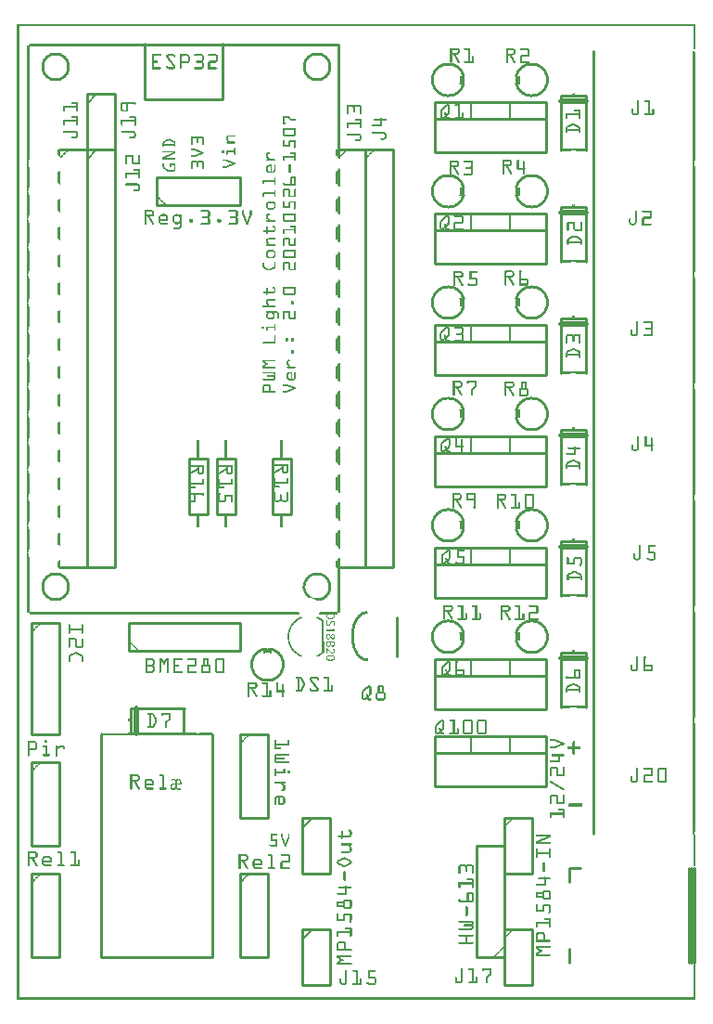
<source format=gto>
G04 MADE WITH FRITZING*
G04 WWW.FRITZING.ORG*
G04 DOUBLE SIDED*
G04 HOLES PLATED*
G04 CONTOUR ON CENTER OF CONTOUR VECTOR*
%ASAXBY*%
%FSLAX23Y23*%
%MOIN*%
%OFA0B0*%
%SFA1.0B1.0*%
%ADD10C,0.103000X0.083*%
%ADD11C,0.010000*%
%ADD12C,0.005000*%
%ADD13C,0.020000*%
%ADD14R,0.001000X0.001000*%
%LNSILK1*%
G90*
G70*
G54D10*
X1079Y3352D03*
X138Y3352D03*
X138Y1483D03*
G54D11*
X1751Y153D02*
X1751Y553D01*
D02*
X1751Y553D02*
X1651Y553D01*
D02*
X1651Y553D02*
X1651Y153D01*
D02*
X1651Y153D02*
X1751Y153D01*
D02*
X784Y1944D02*
X784Y1744D01*
D02*
X784Y1744D02*
X718Y1744D01*
D02*
X718Y1744D02*
X718Y1944D01*
D02*
X718Y1944D02*
X784Y1944D01*
D02*
X684Y1944D02*
X684Y1744D01*
D02*
X684Y1744D02*
X618Y1744D01*
D02*
X618Y1744D02*
X618Y1944D01*
D02*
X618Y1944D02*
X684Y1944D01*
D02*
X801Y453D02*
X801Y153D01*
D02*
X801Y153D02*
X901Y153D01*
D02*
X901Y153D02*
X901Y453D01*
D02*
X901Y453D02*
X801Y453D01*
D02*
X251Y3253D02*
X251Y3053D01*
D02*
X251Y3053D02*
X351Y3053D01*
D02*
X351Y3053D02*
X351Y3253D01*
D02*
X351Y3253D02*
X251Y3253D01*
G54D12*
D02*
X251Y3218D02*
X286Y3253D01*
G54D11*
D02*
X801Y953D02*
X801Y653D01*
D02*
X801Y653D02*
X901Y653D01*
D02*
X901Y653D02*
X901Y953D01*
D02*
X901Y953D02*
X801Y953D01*
D02*
X51Y1353D02*
X51Y953D01*
D02*
X51Y953D02*
X151Y953D01*
D02*
X151Y953D02*
X151Y1353D01*
D02*
X151Y1353D02*
X51Y1353D01*
D02*
X51Y853D02*
X51Y553D01*
D02*
X51Y553D02*
X151Y553D01*
D02*
X151Y553D02*
X151Y853D01*
D02*
X151Y853D02*
X51Y853D01*
D02*
X51Y453D02*
X51Y153D01*
D02*
X51Y153D02*
X151Y153D01*
D02*
X151Y153D02*
X151Y453D01*
D02*
X151Y453D02*
X51Y453D01*
D02*
X401Y1253D02*
X801Y1253D01*
D02*
X801Y1253D02*
X801Y1353D01*
D02*
X801Y1353D02*
X401Y1353D01*
D02*
X401Y1353D02*
X401Y1253D01*
D02*
X501Y2853D02*
X801Y2853D01*
D02*
X801Y2853D02*
X801Y2953D01*
D02*
X801Y2953D02*
X501Y2953D01*
D02*
X501Y2953D02*
X501Y2853D01*
D02*
X1026Y653D02*
X1026Y453D01*
D02*
X1026Y453D02*
X1126Y453D01*
D02*
X1126Y453D02*
X1126Y653D01*
D02*
X1126Y653D02*
X1026Y653D01*
G54D12*
D02*
X1026Y618D02*
X1061Y653D01*
G54D11*
D02*
X1026Y253D02*
X1026Y53D01*
D02*
X1026Y53D02*
X1126Y53D01*
D02*
X1126Y53D02*
X1126Y253D01*
D02*
X1126Y253D02*
X1026Y253D01*
G54D12*
D02*
X1026Y218D02*
X1061Y253D01*
G54D11*
D02*
X1751Y653D02*
X1751Y453D01*
D02*
X1751Y453D02*
X1851Y453D01*
D02*
X1851Y453D02*
X1851Y653D01*
D02*
X1851Y653D02*
X1751Y653D01*
D02*
X1751Y253D02*
X1751Y53D01*
D02*
X1751Y53D02*
X1851Y53D01*
D02*
X1851Y53D02*
X1851Y253D01*
D02*
X1851Y253D02*
X1751Y253D01*
D02*
X407Y1048D02*
X602Y1048D01*
D02*
X602Y958D02*
X407Y958D01*
D02*
X407Y958D02*
X407Y1048D01*
G54D13*
D02*
X427Y958D02*
X427Y1048D01*
G54D11*
D02*
X1501Y948D02*
X1901Y948D01*
D02*
X1901Y948D02*
X1901Y768D01*
D02*
X1901Y768D02*
X1501Y768D01*
D02*
X1501Y768D02*
X1501Y948D01*
D02*
X1501Y948D02*
X1901Y948D01*
D02*
X1901Y948D02*
X1901Y888D01*
D02*
X1901Y888D02*
X1501Y888D01*
D02*
X1501Y888D02*
X1501Y948D01*
G54D12*
D02*
X1631Y948D02*
X1631Y888D01*
D02*
X1771Y948D02*
X1771Y888D01*
G54D11*
D02*
X1501Y2823D02*
X1901Y2823D01*
D02*
X1901Y2823D02*
X1901Y2643D01*
D02*
X1901Y2643D02*
X1501Y2643D01*
D02*
X1501Y2643D02*
X1501Y2823D01*
D02*
X1501Y2823D02*
X1901Y2823D01*
D02*
X1901Y2823D02*
X1901Y2763D01*
D02*
X1901Y2763D02*
X1501Y2763D01*
D02*
X1501Y2763D02*
X1501Y2823D01*
G54D12*
D02*
X1631Y2823D02*
X1631Y2763D01*
D02*
X1771Y2823D02*
X1771Y2763D01*
G54D11*
D02*
X1501Y1223D02*
X1901Y1223D01*
D02*
X1901Y1223D02*
X1901Y1043D01*
D02*
X1901Y1043D02*
X1501Y1043D01*
D02*
X1501Y1043D02*
X1501Y1223D01*
D02*
X1501Y1223D02*
X1901Y1223D01*
D02*
X1901Y1223D02*
X1901Y1163D01*
D02*
X1901Y1163D02*
X1501Y1163D01*
D02*
X1501Y1163D02*
X1501Y1223D01*
G54D12*
D02*
X1631Y1223D02*
X1631Y1163D01*
D02*
X1771Y1223D02*
X1771Y1163D01*
G54D11*
D02*
X1501Y1623D02*
X1901Y1623D01*
D02*
X1901Y1623D02*
X1901Y1443D01*
D02*
X1901Y1443D02*
X1501Y1443D01*
D02*
X1501Y1443D02*
X1501Y1623D01*
D02*
X1501Y1623D02*
X1901Y1623D01*
D02*
X1901Y1623D02*
X1901Y1563D01*
D02*
X1901Y1563D02*
X1501Y1563D01*
D02*
X1501Y1563D02*
X1501Y1623D01*
G54D12*
D02*
X1631Y1623D02*
X1631Y1563D01*
D02*
X1771Y1623D02*
X1771Y1563D01*
G54D11*
D02*
X1501Y2023D02*
X1901Y2023D01*
D02*
X1901Y2023D02*
X1901Y1843D01*
D02*
X1901Y1843D02*
X1501Y1843D01*
D02*
X1501Y1843D02*
X1501Y2023D01*
D02*
X1501Y2023D02*
X1901Y2023D01*
D02*
X1901Y2023D02*
X1901Y1963D01*
D02*
X1901Y1963D02*
X1501Y1963D01*
D02*
X1501Y1963D02*
X1501Y2023D01*
G54D12*
D02*
X1631Y2023D02*
X1631Y1963D01*
D02*
X1771Y2023D02*
X1771Y1963D01*
G54D11*
D02*
X1501Y2423D02*
X1901Y2423D01*
D02*
X1901Y2423D02*
X1901Y2243D01*
D02*
X1901Y2243D02*
X1501Y2243D01*
D02*
X1501Y2243D02*
X1501Y2423D01*
D02*
X1501Y2423D02*
X1901Y2423D01*
D02*
X1901Y2423D02*
X1901Y2363D01*
D02*
X1901Y2363D02*
X1501Y2363D01*
D02*
X1501Y2363D02*
X1501Y2423D01*
G54D12*
D02*
X1631Y2423D02*
X1631Y2363D01*
D02*
X1771Y2423D02*
X1771Y2363D01*
G54D11*
D02*
X1501Y3223D02*
X1901Y3223D01*
D02*
X1901Y3223D02*
X1901Y3043D01*
D02*
X1901Y3043D02*
X1501Y3043D01*
D02*
X1501Y3043D02*
X1501Y3223D01*
D02*
X1501Y3223D02*
X1901Y3223D01*
D02*
X1901Y3223D02*
X1901Y3163D01*
D02*
X1901Y3163D02*
X1501Y3163D01*
D02*
X1501Y3163D02*
X1501Y3223D01*
G54D12*
D02*
X1631Y3223D02*
X1631Y3163D01*
D02*
X1771Y3223D02*
X1771Y3163D01*
G54D11*
D02*
X2046Y1247D02*
X2046Y1052D01*
D02*
X1956Y1052D02*
X1956Y1247D01*
D02*
X1956Y1247D02*
X2046Y1247D01*
G54D13*
D02*
X1956Y1227D02*
X2046Y1227D01*
G54D11*
D02*
X2046Y1647D02*
X2046Y1452D01*
D02*
X1956Y1452D02*
X1956Y1647D01*
D02*
X1956Y1647D02*
X2046Y1647D01*
G54D13*
D02*
X1956Y1627D02*
X2046Y1627D01*
G54D11*
D02*
X2046Y2047D02*
X2046Y1852D01*
D02*
X1956Y1852D02*
X1956Y2047D01*
D02*
X1956Y2047D02*
X2046Y2047D01*
G54D13*
D02*
X1956Y2027D02*
X2046Y2027D01*
G54D11*
D02*
X2046Y2447D02*
X2046Y2252D01*
D02*
X1956Y2252D02*
X1956Y2447D01*
D02*
X1956Y2447D02*
X2046Y2447D01*
G54D13*
D02*
X1956Y2427D02*
X2046Y2427D01*
G54D11*
D02*
X2046Y2847D02*
X2046Y2652D01*
D02*
X1956Y2652D02*
X1956Y2847D01*
D02*
X1956Y2847D02*
X2046Y2847D01*
G54D13*
D02*
X1956Y2827D02*
X2046Y2827D01*
G54D11*
D02*
X2046Y3247D02*
X2046Y3052D01*
D02*
X1956Y3052D02*
X1956Y3247D01*
D02*
X1956Y3247D02*
X2046Y3247D01*
G54D13*
D02*
X1956Y3227D02*
X2046Y3227D01*
G54D11*
D02*
X2071Y1008D02*
X2071Y598D01*
G54D12*
D02*
X2431Y598D02*
X2431Y1008D01*
G54D11*
D02*
X2071Y1408D02*
X2071Y998D01*
G54D12*
D02*
X2431Y998D02*
X2431Y1408D01*
G54D11*
D02*
X2071Y1808D02*
X2071Y1398D01*
G54D12*
D02*
X2431Y1398D02*
X2431Y1808D01*
G54D11*
D02*
X2071Y2208D02*
X2071Y1798D01*
G54D12*
D02*
X2431Y1798D02*
X2431Y2208D01*
G54D11*
D02*
X2071Y2608D02*
X2071Y2198D01*
G54D12*
D02*
X2431Y2198D02*
X2431Y2608D01*
G54D11*
D02*
X2071Y3008D02*
X2071Y2598D01*
G54D12*
D02*
X2431Y2598D02*
X2431Y3008D01*
G54D11*
D02*
X2071Y3408D02*
X2071Y2998D01*
G54D12*
D02*
X2431Y2998D02*
X2431Y3408D01*
G54D11*
D02*
X44Y3429D02*
X1154Y3429D01*
D02*
X739Y3434D02*
X739Y3234D01*
D02*
X457Y3434D02*
X457Y3234D01*
D02*
X739Y3234D02*
X459Y3234D01*
D02*
X1986Y133D02*
X1986Y183D01*
D02*
X2026Y473D02*
X1986Y473D01*
D02*
X1986Y473D02*
X1986Y423D01*
D02*
X2416Y473D02*
X2416Y133D01*
D02*
X2421Y473D02*
X2421Y133D01*
D02*
X2426Y473D02*
X2426Y133D01*
D02*
X2431Y473D02*
X2431Y133D01*
D02*
X2436Y473D02*
X2436Y133D01*
D02*
X301Y953D02*
X301Y153D01*
D02*
X301Y153D02*
X701Y153D01*
D02*
X701Y153D02*
X701Y953D01*
D02*
X1365Y1373D02*
X1365Y1233D01*
D02*
X984Y1944D02*
X984Y1744D01*
D02*
X984Y1744D02*
X918Y1744D01*
D02*
X918Y1744D02*
X918Y1944D01*
D02*
X918Y1944D02*
X984Y1944D01*
D02*
X151Y1553D02*
X251Y1553D01*
D02*
X251Y1553D02*
X251Y3053D01*
D02*
X251Y3053D02*
X151Y3053D01*
D02*
X251Y3053D02*
X251Y1553D01*
D02*
X251Y1553D02*
X351Y1553D01*
D02*
X351Y1553D02*
X351Y3053D01*
D02*
X351Y3053D02*
X251Y3053D01*
G54D12*
D02*
X251Y3018D02*
X286Y3053D01*
G54D11*
D02*
X1251Y3053D02*
X1251Y1553D01*
D02*
X1251Y1553D02*
X1351Y1553D01*
D02*
X1351Y1553D02*
X1351Y3053D01*
D02*
X1351Y3053D02*
X1251Y3053D01*
D02*
X1151Y1553D02*
X1251Y1553D01*
D02*
X1251Y1553D02*
X1251Y3053D01*
D02*
X1251Y3053D02*
X1151Y3053D01*
G54D14*
X0Y3504D02*
X2439Y3504D01*
X0Y3503D02*
X2439Y3503D01*
X0Y3502D02*
X2439Y3502D01*
X0Y3501D02*
X2439Y3501D01*
X0Y3500D02*
X2439Y3500D01*
X0Y3499D02*
X2439Y3499D01*
X0Y3498D02*
X2439Y3498D01*
X0Y3497D02*
X2439Y3497D01*
X0Y3496D02*
X7Y3496D01*
X2432Y3496D02*
X2439Y3496D01*
X0Y3495D02*
X7Y3495D01*
X2432Y3495D02*
X2439Y3495D01*
X0Y3494D02*
X7Y3494D01*
X2432Y3494D02*
X2439Y3494D01*
X0Y3493D02*
X7Y3493D01*
X2432Y3493D02*
X2439Y3493D01*
X0Y3492D02*
X7Y3492D01*
X2432Y3492D02*
X2439Y3492D01*
X0Y3491D02*
X7Y3491D01*
X2432Y3491D02*
X2439Y3491D01*
X0Y3490D02*
X7Y3490D01*
X2432Y3490D02*
X2439Y3490D01*
X0Y3489D02*
X7Y3489D01*
X2432Y3489D02*
X2439Y3489D01*
X0Y3488D02*
X7Y3488D01*
X2432Y3488D02*
X2439Y3488D01*
X0Y3487D02*
X7Y3487D01*
X2432Y3487D02*
X2439Y3487D01*
X0Y3486D02*
X7Y3486D01*
X2432Y3486D02*
X2439Y3486D01*
X0Y3485D02*
X7Y3485D01*
X2432Y3485D02*
X2439Y3485D01*
X0Y3484D02*
X7Y3484D01*
X2432Y3484D02*
X2439Y3484D01*
X0Y3483D02*
X7Y3483D01*
X2432Y3483D02*
X2439Y3483D01*
X0Y3482D02*
X7Y3482D01*
X2432Y3482D02*
X2439Y3482D01*
X0Y3481D02*
X7Y3481D01*
X2432Y3481D02*
X2439Y3481D01*
X0Y3480D02*
X7Y3480D01*
X2432Y3480D02*
X2439Y3480D01*
X0Y3479D02*
X7Y3479D01*
X2432Y3479D02*
X2439Y3479D01*
X0Y3478D02*
X7Y3478D01*
X2432Y3478D02*
X2439Y3478D01*
X0Y3477D02*
X7Y3477D01*
X2432Y3477D02*
X2439Y3477D01*
X0Y3476D02*
X7Y3476D01*
X2432Y3476D02*
X2439Y3476D01*
X0Y3475D02*
X7Y3475D01*
X2432Y3475D02*
X2439Y3475D01*
X0Y3474D02*
X7Y3474D01*
X2432Y3474D02*
X2439Y3474D01*
X0Y3473D02*
X7Y3473D01*
X2432Y3473D02*
X2439Y3473D01*
X0Y3472D02*
X7Y3472D01*
X2432Y3472D02*
X2439Y3472D01*
X0Y3471D02*
X7Y3471D01*
X2432Y3471D02*
X2439Y3471D01*
X0Y3470D02*
X7Y3470D01*
X2432Y3470D02*
X2439Y3470D01*
X0Y3469D02*
X7Y3469D01*
X2432Y3469D02*
X2439Y3469D01*
X0Y3468D02*
X7Y3468D01*
X2432Y3468D02*
X2439Y3468D01*
X0Y3467D02*
X7Y3467D01*
X2432Y3467D02*
X2439Y3467D01*
X0Y3466D02*
X7Y3466D01*
X2432Y3466D02*
X2439Y3466D01*
X0Y3465D02*
X7Y3465D01*
X2432Y3465D02*
X2439Y3465D01*
X0Y3464D02*
X7Y3464D01*
X2432Y3464D02*
X2439Y3464D01*
X0Y3463D02*
X7Y3463D01*
X2432Y3463D02*
X2439Y3463D01*
X0Y3462D02*
X7Y3462D01*
X2432Y3462D02*
X2439Y3462D01*
X0Y3461D02*
X7Y3461D01*
X2432Y3461D02*
X2439Y3461D01*
X0Y3460D02*
X7Y3460D01*
X2432Y3460D02*
X2439Y3460D01*
X0Y3459D02*
X7Y3459D01*
X2432Y3459D02*
X2439Y3459D01*
X0Y3458D02*
X7Y3458D01*
X2432Y3458D02*
X2439Y3458D01*
X0Y3457D02*
X7Y3457D01*
X2432Y3457D02*
X2439Y3457D01*
X0Y3456D02*
X7Y3456D01*
X2432Y3456D02*
X2439Y3456D01*
X0Y3455D02*
X7Y3455D01*
X2432Y3455D02*
X2439Y3455D01*
X0Y3454D02*
X7Y3454D01*
X2432Y3454D02*
X2439Y3454D01*
X0Y3453D02*
X7Y3453D01*
X2432Y3453D02*
X2439Y3453D01*
X0Y3452D02*
X7Y3452D01*
X2432Y3452D02*
X2439Y3452D01*
X0Y3451D02*
X7Y3451D01*
X2432Y3451D02*
X2439Y3451D01*
X0Y3450D02*
X7Y3450D01*
X2432Y3450D02*
X2439Y3450D01*
X0Y3449D02*
X7Y3449D01*
X2432Y3449D02*
X2439Y3449D01*
X0Y3448D02*
X7Y3448D01*
X2432Y3448D02*
X2439Y3448D01*
X0Y3447D02*
X7Y3447D01*
X2432Y3447D02*
X2439Y3447D01*
X0Y3446D02*
X7Y3446D01*
X2432Y3446D02*
X2439Y3446D01*
X0Y3445D02*
X7Y3445D01*
X2432Y3445D02*
X2439Y3445D01*
X0Y3444D02*
X7Y3444D01*
X2432Y3444D02*
X2439Y3444D01*
X0Y3443D02*
X7Y3443D01*
X2432Y3443D02*
X2439Y3443D01*
X0Y3442D02*
X7Y3442D01*
X2432Y3442D02*
X2439Y3442D01*
X0Y3441D02*
X7Y3441D01*
X2432Y3441D02*
X2439Y3441D01*
X0Y3440D02*
X7Y3440D01*
X2432Y3440D02*
X2439Y3440D01*
X0Y3439D02*
X7Y3439D01*
X2432Y3439D02*
X2439Y3439D01*
X0Y3438D02*
X7Y3438D01*
X2432Y3438D02*
X2439Y3438D01*
X0Y3437D02*
X7Y3437D01*
X2432Y3437D02*
X2439Y3437D01*
X0Y3436D02*
X7Y3436D01*
X2432Y3436D02*
X2439Y3436D01*
X0Y3435D02*
X7Y3435D01*
X2432Y3435D02*
X2439Y3435D01*
X0Y3434D02*
X7Y3434D01*
X2432Y3434D02*
X2439Y3434D01*
X0Y3433D02*
X7Y3433D01*
X2432Y3433D02*
X2439Y3433D01*
X0Y3432D02*
X7Y3432D01*
X2432Y3432D02*
X2439Y3432D01*
X0Y3431D02*
X7Y3431D01*
X2432Y3431D02*
X2439Y3431D01*
X0Y3430D02*
X7Y3430D01*
X2432Y3430D02*
X2439Y3430D01*
X0Y3429D02*
X7Y3429D01*
X2432Y3429D02*
X2439Y3429D01*
X0Y3428D02*
X7Y3428D01*
X37Y3428D02*
X46Y3428D01*
X1151Y3428D02*
X1160Y3428D01*
X2432Y3428D02*
X2439Y3428D01*
X0Y3427D02*
X7Y3427D01*
X37Y3427D02*
X46Y3427D01*
X1151Y3427D02*
X1160Y3427D01*
X2432Y3427D02*
X2439Y3427D01*
X0Y3426D02*
X7Y3426D01*
X37Y3426D02*
X46Y3426D01*
X1151Y3426D02*
X1160Y3426D01*
X2432Y3426D02*
X2439Y3426D01*
X0Y3425D02*
X7Y3425D01*
X37Y3425D02*
X46Y3425D01*
X1151Y3425D02*
X1160Y3425D01*
X2432Y3425D02*
X2439Y3425D01*
X0Y3424D02*
X7Y3424D01*
X37Y3424D02*
X46Y3424D01*
X1151Y3424D02*
X1160Y3424D01*
X2432Y3424D02*
X2439Y3424D01*
X0Y3423D02*
X7Y3423D01*
X37Y3423D02*
X46Y3423D01*
X1151Y3423D02*
X1160Y3423D01*
X2432Y3423D02*
X2439Y3423D01*
X0Y3422D02*
X7Y3422D01*
X37Y3422D02*
X46Y3422D01*
X1151Y3422D02*
X1160Y3422D01*
X2432Y3422D02*
X2439Y3422D01*
X0Y3421D02*
X7Y3421D01*
X37Y3421D02*
X46Y3421D01*
X1151Y3421D02*
X1160Y3421D01*
X2432Y3421D02*
X2439Y3421D01*
X0Y3420D02*
X7Y3420D01*
X37Y3420D02*
X46Y3420D01*
X1151Y3420D02*
X1160Y3420D01*
X2432Y3420D02*
X2439Y3420D01*
X0Y3419D02*
X7Y3419D01*
X37Y3419D02*
X46Y3419D01*
X1151Y3419D02*
X1160Y3419D01*
X2432Y3419D02*
X2439Y3419D01*
X0Y3418D02*
X7Y3418D01*
X37Y3418D02*
X46Y3418D01*
X1151Y3418D02*
X1160Y3418D01*
X1557Y3418D02*
X1584Y3418D01*
X1608Y3418D02*
X1627Y3418D01*
X2432Y3418D02*
X2439Y3418D01*
X0Y3417D02*
X7Y3417D01*
X37Y3417D02*
X46Y3417D01*
X1151Y3417D02*
X1160Y3417D01*
X1557Y3417D02*
X1586Y3417D01*
X1608Y3417D02*
X1627Y3417D01*
X2432Y3417D02*
X2439Y3417D01*
X0Y3416D02*
X7Y3416D01*
X37Y3416D02*
X46Y3416D01*
X1151Y3416D02*
X1160Y3416D01*
X1557Y3416D02*
X1587Y3416D01*
X1607Y3416D02*
X1627Y3416D01*
X1758Y3416D02*
X1785Y3416D01*
X1810Y3416D02*
X1838Y3416D01*
X2432Y3416D02*
X2439Y3416D01*
X0Y3415D02*
X7Y3415D01*
X37Y3415D02*
X46Y3415D01*
X1151Y3415D02*
X1160Y3415D01*
X1557Y3415D02*
X1588Y3415D01*
X1607Y3415D02*
X1627Y3415D01*
X1758Y3415D02*
X1787Y3415D01*
X1809Y3415D02*
X1839Y3415D01*
X2432Y3415D02*
X2439Y3415D01*
X0Y3414D02*
X7Y3414D01*
X37Y3414D02*
X46Y3414D01*
X1151Y3414D02*
X1160Y3414D01*
X1557Y3414D02*
X1589Y3414D01*
X1607Y3414D02*
X1627Y3414D01*
X1758Y3414D02*
X1788Y3414D01*
X1809Y3414D02*
X1840Y3414D01*
X2432Y3414D02*
X2439Y3414D01*
X0Y3413D02*
X7Y3413D01*
X37Y3413D02*
X46Y3413D01*
X1151Y3413D02*
X1160Y3413D01*
X1557Y3413D02*
X1589Y3413D01*
X1608Y3413D02*
X1627Y3413D01*
X1758Y3413D02*
X1789Y3413D01*
X1808Y3413D02*
X1841Y3413D01*
X0Y3412D02*
X7Y3412D01*
X37Y3412D02*
X46Y3412D01*
X1151Y3412D02*
X1160Y3412D01*
X1557Y3412D02*
X1590Y3412D01*
X1610Y3412D02*
X1627Y3412D01*
X1758Y3412D02*
X1790Y3412D01*
X1809Y3412D02*
X1841Y3412D01*
X0Y3411D02*
X7Y3411D01*
X37Y3411D02*
X46Y3411D01*
X1151Y3411D02*
X1160Y3411D01*
X1557Y3411D02*
X1563Y3411D01*
X1583Y3411D02*
X1590Y3411D01*
X1621Y3411D02*
X1627Y3411D01*
X1758Y3411D02*
X1790Y3411D01*
X1809Y3411D02*
X1842Y3411D01*
X0Y3410D02*
X7Y3410D01*
X37Y3410D02*
X46Y3410D01*
X1151Y3410D02*
X1160Y3410D01*
X1557Y3410D02*
X1563Y3410D01*
X1584Y3410D02*
X1590Y3410D01*
X1621Y3410D02*
X1627Y3410D01*
X1758Y3410D02*
X1791Y3410D01*
X1810Y3410D02*
X1842Y3410D01*
X0Y3409D02*
X7Y3409D01*
X37Y3409D02*
X46Y3409D01*
X1151Y3409D02*
X1160Y3409D01*
X1557Y3409D02*
X1563Y3409D01*
X1584Y3409D02*
X1590Y3409D01*
X1621Y3409D02*
X1627Y3409D01*
X1758Y3409D02*
X1764Y3409D01*
X1784Y3409D02*
X1791Y3409D01*
X1836Y3409D02*
X1842Y3409D01*
X0Y3408D02*
X7Y3408D01*
X37Y3408D02*
X46Y3408D01*
X1151Y3408D02*
X1160Y3408D01*
X1557Y3408D02*
X1563Y3408D01*
X1584Y3408D02*
X1591Y3408D01*
X1621Y3408D02*
X1627Y3408D01*
X1758Y3408D02*
X1764Y3408D01*
X1785Y3408D02*
X1792Y3408D01*
X1836Y3408D02*
X1842Y3408D01*
X0Y3407D02*
X7Y3407D01*
X37Y3407D02*
X46Y3407D01*
X1151Y3407D02*
X1160Y3407D01*
X1557Y3407D02*
X1563Y3407D01*
X1584Y3407D02*
X1591Y3407D01*
X1621Y3407D02*
X1627Y3407D01*
X1758Y3407D02*
X1764Y3407D01*
X1786Y3407D02*
X1792Y3407D01*
X1836Y3407D02*
X1842Y3407D01*
X0Y3406D02*
X7Y3406D01*
X37Y3406D02*
X46Y3406D01*
X1151Y3406D02*
X1160Y3406D01*
X1557Y3406D02*
X1563Y3406D01*
X1584Y3406D02*
X1591Y3406D01*
X1621Y3406D02*
X1627Y3406D01*
X1758Y3406D02*
X1764Y3406D01*
X1786Y3406D02*
X1792Y3406D01*
X1836Y3406D02*
X1842Y3406D01*
X0Y3405D02*
X7Y3405D01*
X37Y3405D02*
X46Y3405D01*
X1151Y3405D02*
X1160Y3405D01*
X1557Y3405D02*
X1563Y3405D01*
X1584Y3405D02*
X1591Y3405D01*
X1621Y3405D02*
X1627Y3405D01*
X1758Y3405D02*
X1764Y3405D01*
X1786Y3405D02*
X1792Y3405D01*
X1836Y3405D02*
X1842Y3405D01*
X0Y3404D02*
X7Y3404D01*
X37Y3404D02*
X46Y3404D01*
X1151Y3404D02*
X1160Y3404D01*
X1557Y3404D02*
X1563Y3404D01*
X1584Y3404D02*
X1590Y3404D01*
X1621Y3404D02*
X1627Y3404D01*
X1758Y3404D02*
X1764Y3404D01*
X1786Y3404D02*
X1792Y3404D01*
X1836Y3404D02*
X1842Y3404D01*
X0Y3403D02*
X7Y3403D01*
X37Y3403D02*
X46Y3403D01*
X1151Y3403D02*
X1160Y3403D01*
X1557Y3403D02*
X1563Y3403D01*
X1584Y3403D02*
X1590Y3403D01*
X1621Y3403D02*
X1627Y3403D01*
X1758Y3403D02*
X1764Y3403D01*
X1786Y3403D02*
X1792Y3403D01*
X1836Y3403D02*
X1842Y3403D01*
X2432Y3403D02*
X2439Y3403D01*
X0Y3402D02*
X7Y3402D01*
X37Y3402D02*
X46Y3402D01*
X1151Y3402D02*
X1160Y3402D01*
X1557Y3402D02*
X1563Y3402D01*
X1583Y3402D02*
X1590Y3402D01*
X1621Y3402D02*
X1627Y3402D01*
X1758Y3402D02*
X1764Y3402D01*
X1786Y3402D02*
X1792Y3402D01*
X1836Y3402D02*
X1842Y3402D01*
X2432Y3402D02*
X2439Y3402D01*
X0Y3401D02*
X7Y3401D01*
X37Y3401D02*
X46Y3401D01*
X1151Y3401D02*
X1160Y3401D01*
X1557Y3401D02*
X1590Y3401D01*
X1621Y3401D02*
X1627Y3401D01*
X1758Y3401D02*
X1764Y3401D01*
X1785Y3401D02*
X1792Y3401D01*
X1836Y3401D02*
X1842Y3401D01*
X2432Y3401D02*
X2439Y3401D01*
X0Y3400D02*
X7Y3400D01*
X37Y3400D02*
X46Y3400D01*
X1151Y3400D02*
X1160Y3400D01*
X1557Y3400D02*
X1589Y3400D01*
X1621Y3400D02*
X1627Y3400D01*
X1758Y3400D02*
X1764Y3400D01*
X1785Y3400D02*
X1791Y3400D01*
X1836Y3400D02*
X1842Y3400D01*
X2432Y3400D02*
X2439Y3400D01*
X0Y3399D02*
X7Y3399D01*
X37Y3399D02*
X46Y3399D01*
X1151Y3399D02*
X1160Y3399D01*
X1557Y3399D02*
X1589Y3399D01*
X1621Y3399D02*
X1627Y3399D01*
X1758Y3399D02*
X1765Y3399D01*
X1783Y3399D02*
X1791Y3399D01*
X1836Y3399D02*
X1842Y3399D01*
X2432Y3399D02*
X2439Y3399D01*
X0Y3398D02*
X7Y3398D01*
X37Y3398D02*
X46Y3398D01*
X1151Y3398D02*
X1160Y3398D01*
X1557Y3398D02*
X1588Y3398D01*
X1621Y3398D02*
X1627Y3398D01*
X1758Y3398D02*
X1791Y3398D01*
X1836Y3398D02*
X1842Y3398D01*
X2432Y3398D02*
X2439Y3398D01*
X0Y3397D02*
X7Y3397D01*
X37Y3397D02*
X46Y3397D01*
X1151Y3397D02*
X1160Y3397D01*
X1557Y3397D02*
X1587Y3397D01*
X1621Y3397D02*
X1627Y3397D01*
X1758Y3397D02*
X1790Y3397D01*
X1836Y3397D02*
X1842Y3397D01*
X2432Y3397D02*
X2439Y3397D01*
X0Y3396D02*
X7Y3396D01*
X37Y3396D02*
X46Y3396D01*
X486Y3396D02*
X517Y3396D01*
X542Y3396D02*
X562Y3396D01*
X587Y3396D02*
X611Y3396D01*
X639Y3396D02*
X664Y3396D01*
X689Y3396D02*
X714Y3396D01*
X1151Y3396D02*
X1160Y3396D01*
X1557Y3396D02*
X1586Y3396D01*
X1621Y3396D02*
X1627Y3396D01*
X1758Y3396D02*
X1789Y3396D01*
X1836Y3396D02*
X1842Y3396D01*
X2432Y3396D02*
X2439Y3396D01*
X0Y3395D02*
X7Y3395D01*
X37Y3395D02*
X46Y3395D01*
X486Y3395D02*
X518Y3395D01*
X540Y3395D02*
X565Y3395D01*
X586Y3395D02*
X614Y3395D01*
X637Y3395D02*
X667Y3395D01*
X688Y3395D02*
X717Y3395D01*
X1151Y3395D02*
X1160Y3395D01*
X1557Y3395D02*
X1584Y3395D01*
X1621Y3395D02*
X1627Y3395D01*
X1758Y3395D02*
X1789Y3395D01*
X1836Y3395D02*
X1842Y3395D01*
X2432Y3395D02*
X2439Y3395D01*
X0Y3394D02*
X7Y3394D01*
X37Y3394D02*
X46Y3394D01*
X486Y3394D02*
X519Y3394D01*
X539Y3394D02*
X566Y3394D01*
X586Y3394D02*
X616Y3394D01*
X637Y3394D02*
X668Y3394D01*
X687Y3394D02*
X718Y3394D01*
X1151Y3394D02*
X1160Y3394D01*
X1557Y3394D02*
X1563Y3394D01*
X1569Y3394D02*
X1576Y3394D01*
X1621Y3394D02*
X1627Y3394D01*
X1758Y3394D02*
X1787Y3394D01*
X1836Y3394D02*
X1842Y3394D01*
X2432Y3394D02*
X2439Y3394D01*
X0Y3393D02*
X7Y3393D01*
X37Y3393D02*
X46Y3393D01*
X486Y3393D02*
X519Y3393D01*
X538Y3393D02*
X567Y3393D01*
X586Y3393D02*
X617Y3393D01*
X636Y3393D02*
X669Y3393D01*
X687Y3393D02*
X719Y3393D01*
X1151Y3393D02*
X1160Y3393D01*
X1557Y3393D02*
X1563Y3393D01*
X1569Y3393D02*
X1577Y3393D01*
X1621Y3393D02*
X1627Y3393D01*
X1758Y3393D02*
X1786Y3393D01*
X1815Y3393D02*
X1842Y3393D01*
X2432Y3393D02*
X2439Y3393D01*
X0Y3392D02*
X7Y3392D01*
X37Y3392D02*
X46Y3392D01*
X486Y3392D02*
X519Y3392D01*
X537Y3392D02*
X568Y3392D01*
X586Y3392D02*
X618Y3392D01*
X637Y3392D02*
X669Y3392D01*
X687Y3392D02*
X720Y3392D01*
X1151Y3392D02*
X1160Y3392D01*
X1557Y3392D02*
X1563Y3392D01*
X1570Y3392D02*
X1577Y3392D01*
X1621Y3392D02*
X1627Y3392D01*
X1758Y3392D02*
X1782Y3392D01*
X1812Y3392D02*
X1842Y3392D01*
X2432Y3392D02*
X2439Y3392D01*
X0Y3391D02*
X7Y3391D01*
X37Y3391D02*
X46Y3391D01*
X486Y3391D02*
X519Y3391D01*
X537Y3391D02*
X569Y3391D01*
X586Y3391D02*
X618Y3391D01*
X637Y3391D02*
X670Y3391D01*
X687Y3391D02*
X720Y3391D01*
X1151Y3391D02*
X1160Y3391D01*
X1557Y3391D02*
X1563Y3391D01*
X1571Y3391D02*
X1578Y3391D01*
X1621Y3391D02*
X1627Y3391D01*
X1758Y3391D02*
X1764Y3391D01*
X1771Y3391D02*
X1778Y3391D01*
X1811Y3391D02*
X1842Y3391D01*
X2432Y3391D02*
X2439Y3391D01*
X0Y3390D02*
X7Y3390D01*
X37Y3390D02*
X46Y3390D01*
X486Y3390D02*
X518Y3390D01*
X536Y3390D02*
X569Y3390D01*
X586Y3390D02*
X619Y3390D01*
X638Y3390D02*
X670Y3390D01*
X688Y3390D02*
X720Y3390D01*
X1151Y3390D02*
X1160Y3390D01*
X1557Y3390D02*
X1563Y3390D01*
X1571Y3390D02*
X1578Y3390D01*
X1621Y3390D02*
X1627Y3390D01*
X1758Y3390D02*
X1764Y3390D01*
X1771Y3390D02*
X1778Y3390D01*
X1810Y3390D02*
X1841Y3390D01*
X2432Y3390D02*
X2439Y3390D01*
X0Y3389D02*
X7Y3389D01*
X37Y3389D02*
X46Y3389D01*
X486Y3389D02*
X492Y3389D01*
X536Y3389D02*
X543Y3389D01*
X562Y3389D02*
X569Y3389D01*
X586Y3389D02*
X593Y3389D01*
X611Y3389D02*
X619Y3389D01*
X664Y3389D02*
X670Y3389D01*
X714Y3389D02*
X720Y3389D01*
X1151Y3389D02*
X1160Y3389D01*
X1557Y3389D02*
X1563Y3389D01*
X1572Y3389D02*
X1579Y3389D01*
X1621Y3389D02*
X1627Y3389D01*
X1637Y3389D02*
X1639Y3389D01*
X1758Y3389D02*
X1764Y3389D01*
X1772Y3389D02*
X1779Y3389D01*
X1809Y3389D02*
X1841Y3389D01*
X2432Y3389D02*
X2439Y3389D01*
X0Y3388D02*
X7Y3388D01*
X37Y3388D02*
X46Y3388D01*
X486Y3388D02*
X492Y3388D01*
X536Y3388D02*
X542Y3388D01*
X563Y3388D02*
X570Y3388D01*
X586Y3388D02*
X592Y3388D01*
X613Y3388D02*
X620Y3388D01*
X664Y3388D02*
X670Y3388D01*
X714Y3388D02*
X720Y3388D01*
X1151Y3388D02*
X1160Y3388D01*
X1557Y3388D02*
X1563Y3388D01*
X1572Y3388D02*
X1580Y3388D01*
X1621Y3388D02*
X1627Y3388D01*
X1635Y3388D02*
X1640Y3388D01*
X1758Y3388D02*
X1764Y3388D01*
X1772Y3388D02*
X1779Y3388D01*
X1809Y3388D02*
X1840Y3388D01*
X2432Y3388D02*
X2439Y3388D01*
X0Y3387D02*
X7Y3387D01*
X37Y3387D02*
X46Y3387D01*
X486Y3387D02*
X492Y3387D01*
X536Y3387D02*
X543Y3387D01*
X564Y3387D02*
X570Y3387D01*
X586Y3387D02*
X592Y3387D01*
X613Y3387D02*
X620Y3387D01*
X664Y3387D02*
X670Y3387D01*
X714Y3387D02*
X720Y3387D01*
X1151Y3387D02*
X1160Y3387D01*
X1557Y3387D02*
X1563Y3387D01*
X1573Y3387D02*
X1580Y3387D01*
X1621Y3387D02*
X1627Y3387D01*
X1635Y3387D02*
X1640Y3387D01*
X1758Y3387D02*
X1764Y3387D01*
X1773Y3387D02*
X1780Y3387D01*
X1808Y3387D02*
X1838Y3387D01*
X2432Y3387D02*
X2439Y3387D01*
X0Y3386D02*
X7Y3386D01*
X37Y3386D02*
X46Y3386D01*
X486Y3386D02*
X492Y3386D01*
X536Y3386D02*
X544Y3386D01*
X564Y3386D02*
X569Y3386D01*
X586Y3386D02*
X592Y3386D01*
X614Y3386D02*
X620Y3386D01*
X664Y3386D02*
X670Y3386D01*
X714Y3386D02*
X720Y3386D01*
X1151Y3386D02*
X1160Y3386D01*
X1557Y3386D02*
X1563Y3386D01*
X1574Y3386D02*
X1581Y3386D01*
X1621Y3386D02*
X1627Y3386D01*
X1635Y3386D02*
X1641Y3386D01*
X1758Y3386D02*
X1764Y3386D01*
X1773Y3386D02*
X1781Y3386D01*
X1808Y3386D02*
X1815Y3386D01*
X2432Y3386D02*
X2439Y3386D01*
X0Y3385D02*
X7Y3385D01*
X37Y3385D02*
X46Y3385D01*
X486Y3385D02*
X492Y3385D01*
X537Y3385D02*
X544Y3385D01*
X564Y3385D02*
X569Y3385D01*
X586Y3385D02*
X592Y3385D01*
X614Y3385D02*
X620Y3385D01*
X664Y3385D02*
X670Y3385D01*
X714Y3385D02*
X720Y3385D01*
X1151Y3385D02*
X1160Y3385D01*
X1557Y3385D02*
X1563Y3385D01*
X1574Y3385D02*
X1581Y3385D01*
X1621Y3385D02*
X1627Y3385D01*
X1635Y3385D02*
X1641Y3385D01*
X1758Y3385D02*
X1764Y3385D01*
X1774Y3385D02*
X1781Y3385D01*
X1808Y3385D02*
X1814Y3385D01*
X2432Y3385D02*
X2439Y3385D01*
X0Y3384D02*
X7Y3384D01*
X37Y3384D02*
X46Y3384D01*
X486Y3384D02*
X492Y3384D01*
X537Y3384D02*
X545Y3384D01*
X565Y3384D02*
X568Y3384D01*
X586Y3384D02*
X592Y3384D01*
X614Y3384D02*
X620Y3384D01*
X664Y3384D02*
X670Y3384D01*
X714Y3384D02*
X720Y3384D01*
X1151Y3384D02*
X1160Y3384D01*
X1557Y3384D02*
X1563Y3384D01*
X1575Y3384D02*
X1582Y3384D01*
X1621Y3384D02*
X1627Y3384D01*
X1635Y3384D02*
X1641Y3384D01*
X1758Y3384D02*
X1764Y3384D01*
X1775Y3384D02*
X1782Y3384D01*
X1808Y3384D02*
X1814Y3384D01*
X2432Y3384D02*
X2439Y3384D01*
X0Y3383D02*
X7Y3383D01*
X37Y3383D02*
X46Y3383D01*
X486Y3383D02*
X492Y3383D01*
X538Y3383D02*
X546Y3383D01*
X586Y3383D02*
X592Y3383D01*
X614Y3383D02*
X620Y3383D01*
X664Y3383D02*
X670Y3383D01*
X714Y3383D02*
X720Y3383D01*
X1151Y3383D02*
X1160Y3383D01*
X1557Y3383D02*
X1563Y3383D01*
X1575Y3383D02*
X1582Y3383D01*
X1621Y3383D02*
X1627Y3383D01*
X1635Y3383D02*
X1641Y3383D01*
X1758Y3383D02*
X1764Y3383D01*
X1775Y3383D02*
X1782Y3383D01*
X1808Y3383D02*
X1814Y3383D01*
X2432Y3383D02*
X2439Y3383D01*
X0Y3382D02*
X7Y3382D01*
X37Y3382D02*
X46Y3382D01*
X486Y3382D02*
X492Y3382D01*
X539Y3382D02*
X547Y3382D01*
X586Y3382D02*
X592Y3382D01*
X614Y3382D02*
X620Y3382D01*
X664Y3382D02*
X670Y3382D01*
X714Y3382D02*
X720Y3382D01*
X1151Y3382D02*
X1160Y3382D01*
X1557Y3382D02*
X1563Y3382D01*
X1576Y3382D02*
X1583Y3382D01*
X1621Y3382D02*
X1627Y3382D01*
X1635Y3382D02*
X1641Y3382D01*
X1758Y3382D02*
X1764Y3382D01*
X1776Y3382D02*
X1783Y3382D01*
X1808Y3382D02*
X1814Y3382D01*
X2432Y3382D02*
X2439Y3382D01*
X0Y3381D02*
X7Y3381D01*
X37Y3381D02*
X46Y3381D01*
X486Y3381D02*
X492Y3381D01*
X539Y3381D02*
X547Y3381D01*
X586Y3381D02*
X592Y3381D01*
X614Y3381D02*
X620Y3381D01*
X664Y3381D02*
X670Y3381D01*
X714Y3381D02*
X720Y3381D01*
X1151Y3381D02*
X1160Y3381D01*
X1557Y3381D02*
X1563Y3381D01*
X1576Y3381D02*
X1584Y3381D01*
X1621Y3381D02*
X1627Y3381D01*
X1635Y3381D02*
X1641Y3381D01*
X1758Y3381D02*
X1764Y3381D01*
X1776Y3381D02*
X1784Y3381D01*
X1808Y3381D02*
X1814Y3381D01*
X2432Y3381D02*
X2439Y3381D01*
X0Y3380D02*
X7Y3380D01*
X37Y3380D02*
X46Y3380D01*
X486Y3380D02*
X492Y3380D01*
X540Y3380D02*
X548Y3380D01*
X586Y3380D02*
X592Y3380D01*
X614Y3380D02*
X620Y3380D01*
X664Y3380D02*
X670Y3380D01*
X714Y3380D02*
X720Y3380D01*
X1151Y3380D02*
X1160Y3380D01*
X1557Y3380D02*
X1563Y3380D01*
X1577Y3380D02*
X1584Y3380D01*
X1621Y3380D02*
X1627Y3380D01*
X1635Y3380D02*
X1641Y3380D01*
X1758Y3380D02*
X1764Y3380D01*
X1777Y3380D02*
X1784Y3380D01*
X1808Y3380D02*
X1814Y3380D01*
X2432Y3380D02*
X2439Y3380D01*
X0Y3379D02*
X7Y3379D01*
X37Y3379D02*
X46Y3379D01*
X486Y3379D02*
X492Y3379D01*
X541Y3379D02*
X549Y3379D01*
X586Y3379D02*
X592Y3379D01*
X614Y3379D02*
X620Y3379D01*
X664Y3379D02*
X670Y3379D01*
X714Y3379D02*
X720Y3379D01*
X1151Y3379D02*
X1160Y3379D01*
X1557Y3379D02*
X1563Y3379D01*
X1578Y3379D02*
X1585Y3379D01*
X1621Y3379D02*
X1627Y3379D01*
X1635Y3379D02*
X1641Y3379D01*
X1758Y3379D02*
X1764Y3379D01*
X1778Y3379D02*
X1785Y3379D01*
X1808Y3379D02*
X1814Y3379D01*
X2432Y3379D02*
X2439Y3379D01*
X0Y3378D02*
X7Y3378D01*
X37Y3378D02*
X46Y3378D01*
X486Y3378D02*
X492Y3378D01*
X542Y3378D02*
X550Y3378D01*
X586Y3378D02*
X592Y3378D01*
X614Y3378D02*
X620Y3378D01*
X664Y3378D02*
X670Y3378D01*
X714Y3378D02*
X720Y3378D01*
X1151Y3378D02*
X1160Y3378D01*
X1557Y3378D02*
X1563Y3378D01*
X1578Y3378D02*
X1585Y3378D01*
X1621Y3378D02*
X1627Y3378D01*
X1635Y3378D02*
X1641Y3378D01*
X1758Y3378D02*
X1764Y3378D01*
X1778Y3378D02*
X1785Y3378D01*
X1808Y3378D02*
X1814Y3378D01*
X2432Y3378D02*
X2439Y3378D01*
X0Y3377D02*
X7Y3377D01*
X37Y3377D02*
X46Y3377D01*
X486Y3377D02*
X492Y3377D01*
X543Y3377D02*
X551Y3377D01*
X586Y3377D02*
X592Y3377D01*
X614Y3377D02*
X620Y3377D01*
X664Y3377D02*
X670Y3377D01*
X714Y3377D02*
X720Y3377D01*
X1151Y3377D02*
X1160Y3377D01*
X1557Y3377D02*
X1563Y3377D01*
X1579Y3377D02*
X1586Y3377D01*
X1621Y3377D02*
X1627Y3377D01*
X1635Y3377D02*
X1641Y3377D01*
X1758Y3377D02*
X1764Y3377D01*
X1779Y3377D02*
X1786Y3377D01*
X1808Y3377D02*
X1814Y3377D01*
X2432Y3377D02*
X2439Y3377D01*
X0Y3376D02*
X7Y3376D01*
X37Y3376D02*
X46Y3376D01*
X486Y3376D02*
X492Y3376D01*
X543Y3376D02*
X551Y3376D01*
X586Y3376D02*
X592Y3376D01*
X614Y3376D02*
X620Y3376D01*
X664Y3376D02*
X670Y3376D01*
X714Y3376D02*
X720Y3376D01*
X1151Y3376D02*
X1160Y3376D01*
X1557Y3376D02*
X1563Y3376D01*
X1579Y3376D02*
X1587Y3376D01*
X1621Y3376D02*
X1627Y3376D01*
X1635Y3376D02*
X1641Y3376D01*
X1758Y3376D02*
X1764Y3376D01*
X1779Y3376D02*
X1786Y3376D01*
X1808Y3376D02*
X1814Y3376D01*
X2432Y3376D02*
X2439Y3376D01*
X0Y3375D02*
X7Y3375D01*
X37Y3375D02*
X46Y3375D01*
X486Y3375D02*
X492Y3375D01*
X544Y3375D02*
X552Y3375D01*
X586Y3375D02*
X592Y3375D01*
X614Y3375D02*
X620Y3375D01*
X664Y3375D02*
X670Y3375D01*
X714Y3375D02*
X720Y3375D01*
X1151Y3375D02*
X1160Y3375D01*
X1557Y3375D02*
X1563Y3375D01*
X1580Y3375D02*
X1587Y3375D01*
X1621Y3375D02*
X1627Y3375D01*
X1635Y3375D02*
X1641Y3375D01*
X1758Y3375D02*
X1764Y3375D01*
X1780Y3375D02*
X1787Y3375D01*
X1808Y3375D02*
X1814Y3375D01*
X2432Y3375D02*
X2439Y3375D01*
X0Y3374D02*
X7Y3374D01*
X37Y3374D02*
X46Y3374D01*
X486Y3374D02*
X492Y3374D01*
X545Y3374D02*
X553Y3374D01*
X586Y3374D02*
X592Y3374D01*
X614Y3374D02*
X620Y3374D01*
X663Y3374D02*
X670Y3374D01*
X714Y3374D02*
X720Y3374D01*
X1151Y3374D02*
X1160Y3374D01*
X1557Y3374D02*
X1563Y3374D01*
X1581Y3374D02*
X1588Y3374D01*
X1621Y3374D02*
X1627Y3374D01*
X1635Y3374D02*
X1641Y3374D01*
X1758Y3374D02*
X1764Y3374D01*
X1780Y3374D02*
X1788Y3374D01*
X1808Y3374D02*
X1814Y3374D01*
X2432Y3374D02*
X2439Y3374D01*
X0Y3373D02*
X7Y3373D01*
X37Y3373D02*
X46Y3373D01*
X486Y3373D02*
X492Y3373D01*
X546Y3373D02*
X554Y3373D01*
X586Y3373D02*
X592Y3373D01*
X614Y3373D02*
X620Y3373D01*
X662Y3373D02*
X670Y3373D01*
X714Y3373D02*
X720Y3373D01*
X1151Y3373D02*
X1160Y3373D01*
X1557Y3373D02*
X1563Y3373D01*
X1581Y3373D02*
X1588Y3373D01*
X1621Y3373D02*
X1627Y3373D01*
X1635Y3373D02*
X1641Y3373D01*
X1758Y3373D02*
X1764Y3373D01*
X1781Y3373D02*
X1788Y3373D01*
X1808Y3373D02*
X1814Y3373D01*
X2432Y3373D02*
X2439Y3373D01*
X0Y3372D02*
X7Y3372D01*
X37Y3372D02*
X46Y3372D01*
X486Y3372D02*
X504Y3372D01*
X546Y3372D02*
X554Y3372D01*
X586Y3372D02*
X592Y3372D01*
X614Y3372D02*
X620Y3372D01*
X645Y3372D02*
X669Y3372D01*
X691Y3372D02*
X720Y3372D01*
X1151Y3372D02*
X1160Y3372D01*
X1557Y3372D02*
X1563Y3372D01*
X1582Y3372D02*
X1589Y3372D01*
X1621Y3372D02*
X1627Y3372D01*
X1635Y3372D02*
X1641Y3372D01*
X1758Y3372D02*
X1764Y3372D01*
X1782Y3372D02*
X1789Y3372D01*
X1808Y3372D02*
X1814Y3372D01*
X2432Y3372D02*
X2439Y3372D01*
X0Y3371D02*
X7Y3371D01*
X37Y3371D02*
X46Y3371D01*
X486Y3371D02*
X505Y3371D01*
X547Y3371D02*
X555Y3371D01*
X586Y3371D02*
X592Y3371D01*
X613Y3371D02*
X620Y3371D01*
X644Y3371D02*
X669Y3371D01*
X689Y3371D02*
X720Y3371D01*
X1151Y3371D02*
X1160Y3371D01*
X1557Y3371D02*
X1563Y3371D01*
X1582Y3371D02*
X1589Y3371D01*
X1609Y3371D02*
X1641Y3371D01*
X1758Y3371D02*
X1764Y3371D01*
X1782Y3371D02*
X1789Y3371D01*
X1808Y3371D02*
X1814Y3371D01*
X2432Y3371D02*
X2439Y3371D01*
X0Y3370D02*
X7Y3370D01*
X37Y3370D02*
X46Y3370D01*
X486Y3370D02*
X505Y3370D01*
X548Y3370D02*
X556Y3370D01*
X586Y3370D02*
X592Y3370D01*
X612Y3370D02*
X619Y3370D01*
X643Y3370D02*
X668Y3370D01*
X688Y3370D02*
X720Y3370D01*
X1151Y3370D02*
X1160Y3370D01*
X1557Y3370D02*
X1563Y3370D01*
X1583Y3370D02*
X1590Y3370D01*
X1608Y3370D02*
X1641Y3370D01*
X1758Y3370D02*
X1764Y3370D01*
X1783Y3370D02*
X1790Y3370D01*
X1808Y3370D02*
X1814Y3370D01*
X2432Y3370D02*
X2439Y3370D01*
X0Y3369D02*
X7Y3369D01*
X37Y3369D02*
X46Y3369D01*
X486Y3369D02*
X506Y3369D01*
X549Y3369D02*
X557Y3369D01*
X586Y3369D02*
X619Y3369D01*
X643Y3369D02*
X667Y3369D01*
X688Y3369D02*
X719Y3369D01*
X1151Y3369D02*
X1160Y3369D01*
X1557Y3369D02*
X1563Y3369D01*
X1583Y3369D02*
X1590Y3369D01*
X1607Y3369D02*
X1641Y3369D01*
X1758Y3369D02*
X1764Y3369D01*
X1783Y3369D02*
X1791Y3369D01*
X1808Y3369D02*
X1840Y3369D01*
X2432Y3369D02*
X2439Y3369D01*
X0Y3368D02*
X7Y3368D01*
X37Y3368D02*
X46Y3368D01*
X486Y3368D02*
X505Y3368D01*
X550Y3368D02*
X558Y3368D01*
X586Y3368D02*
X618Y3368D01*
X644Y3368D02*
X668Y3368D01*
X687Y3368D02*
X718Y3368D01*
X1151Y3368D02*
X1160Y3368D01*
X1557Y3368D02*
X1563Y3368D01*
X1584Y3368D02*
X1590Y3368D01*
X1607Y3368D02*
X1641Y3368D01*
X1758Y3368D02*
X1764Y3368D01*
X1784Y3368D02*
X1791Y3368D01*
X1808Y3368D02*
X1841Y3368D01*
X2432Y3368D02*
X2439Y3368D01*
X0Y3367D02*
X7Y3367D01*
X37Y3367D02*
X46Y3367D01*
X486Y3367D02*
X505Y3367D01*
X550Y3367D02*
X558Y3367D01*
X586Y3367D02*
X618Y3367D01*
X644Y3367D02*
X669Y3367D01*
X687Y3367D02*
X717Y3367D01*
X1151Y3367D02*
X1160Y3367D01*
X1557Y3367D02*
X1563Y3367D01*
X1585Y3367D02*
X1590Y3367D01*
X1607Y3367D02*
X1640Y3367D01*
X1758Y3367D02*
X1764Y3367D01*
X1785Y3367D02*
X1791Y3367D01*
X1808Y3367D02*
X1842Y3367D01*
X2432Y3367D02*
X2439Y3367D01*
X0Y3366D02*
X7Y3366D01*
X37Y3366D02*
X46Y3366D01*
X486Y3366D02*
X504Y3366D01*
X551Y3366D02*
X559Y3366D01*
X586Y3366D02*
X617Y3366D01*
X645Y3366D02*
X669Y3366D01*
X687Y3366D02*
X715Y3366D01*
X1151Y3366D02*
X1160Y3366D01*
X1558Y3366D02*
X1562Y3366D01*
X1585Y3366D02*
X1590Y3366D01*
X1608Y3366D02*
X1640Y3366D01*
X1758Y3366D02*
X1764Y3366D01*
X1785Y3366D02*
X1792Y3366D01*
X1808Y3366D02*
X1842Y3366D01*
X2432Y3366D02*
X2439Y3366D01*
X0Y3365D02*
X7Y3365D01*
X37Y3365D02*
X46Y3365D01*
X486Y3365D02*
X492Y3365D01*
X552Y3365D02*
X560Y3365D01*
X586Y3365D02*
X616Y3365D01*
X662Y3365D02*
X670Y3365D01*
X687Y3365D02*
X693Y3365D01*
X1151Y3365D02*
X1160Y3365D01*
X1541Y3365D02*
X1561Y3365D01*
X1587Y3365D02*
X1588Y3365D01*
X1609Y3365D02*
X1638Y3365D01*
X1758Y3365D02*
X1764Y3365D01*
X1786Y3365D02*
X1792Y3365D01*
X1808Y3365D02*
X1859Y3365D01*
X2432Y3365D02*
X2439Y3365D01*
X0Y3364D02*
X7Y3364D01*
X37Y3364D02*
X46Y3364D01*
X486Y3364D02*
X492Y3364D01*
X553Y3364D02*
X561Y3364D01*
X586Y3364D02*
X614Y3364D01*
X663Y3364D02*
X670Y3364D01*
X687Y3364D02*
X693Y3364D01*
X1151Y3364D02*
X1160Y3364D01*
X1536Y3364D02*
X1564Y3364D01*
X1759Y3364D02*
X1763Y3364D01*
X1786Y3364D02*
X1791Y3364D01*
X1808Y3364D02*
X1864Y3364D01*
X2432Y3364D02*
X2439Y3364D01*
X0Y3363D02*
X7Y3363D01*
X37Y3363D02*
X46Y3363D01*
X486Y3363D02*
X492Y3363D01*
X553Y3363D02*
X561Y3363D01*
X586Y3363D02*
X612Y3363D01*
X664Y3363D02*
X670Y3363D01*
X687Y3363D02*
X693Y3363D01*
X1151Y3363D02*
X1160Y3363D01*
X1532Y3363D02*
X1568Y3363D01*
X1760Y3363D02*
X1762Y3363D01*
X1787Y3363D02*
X1790Y3363D01*
X1808Y3363D02*
X1867Y3363D01*
X2432Y3363D02*
X2439Y3363D01*
X0Y3362D02*
X7Y3362D01*
X37Y3362D02*
X46Y3362D01*
X486Y3362D02*
X492Y3362D01*
X554Y3362D02*
X562Y3362D01*
X586Y3362D02*
X592Y3362D01*
X664Y3362D02*
X670Y3362D01*
X687Y3362D02*
X693Y3362D01*
X1151Y3362D02*
X1160Y3362D01*
X1529Y3362D02*
X1570Y3362D01*
X1829Y3362D02*
X1870Y3362D01*
X2432Y3362D02*
X2439Y3362D01*
X0Y3361D02*
X7Y3361D01*
X37Y3361D02*
X46Y3361D01*
X486Y3361D02*
X492Y3361D01*
X555Y3361D02*
X563Y3361D01*
X586Y3361D02*
X592Y3361D01*
X664Y3361D02*
X670Y3361D01*
X687Y3361D02*
X693Y3361D01*
X1151Y3361D02*
X1160Y3361D01*
X1527Y3361D02*
X1573Y3361D01*
X1826Y3361D02*
X1873Y3361D01*
X2432Y3361D02*
X2439Y3361D01*
X0Y3360D02*
X7Y3360D01*
X37Y3360D02*
X46Y3360D01*
X486Y3360D02*
X492Y3360D01*
X556Y3360D02*
X564Y3360D01*
X586Y3360D02*
X592Y3360D01*
X664Y3360D02*
X670Y3360D01*
X687Y3360D02*
X693Y3360D01*
X1151Y3360D02*
X1160Y3360D01*
X1524Y3360D02*
X1575Y3360D01*
X1824Y3360D02*
X1875Y3360D01*
X2432Y3360D02*
X2439Y3360D01*
X0Y3359D02*
X7Y3359D01*
X37Y3359D02*
X46Y3359D01*
X486Y3359D02*
X492Y3359D01*
X557Y3359D02*
X565Y3359D01*
X586Y3359D02*
X592Y3359D01*
X664Y3359D02*
X670Y3359D01*
X687Y3359D02*
X693Y3359D01*
X1151Y3359D02*
X1160Y3359D01*
X1522Y3359D02*
X1577Y3359D01*
X1822Y3359D02*
X1877Y3359D01*
X2432Y3359D02*
X2439Y3359D01*
X0Y3358D02*
X7Y3358D01*
X37Y3358D02*
X46Y3358D01*
X486Y3358D02*
X492Y3358D01*
X557Y3358D02*
X565Y3358D01*
X586Y3358D02*
X592Y3358D01*
X664Y3358D02*
X670Y3358D01*
X687Y3358D02*
X693Y3358D01*
X1151Y3358D02*
X1160Y3358D01*
X1520Y3358D02*
X1579Y3358D01*
X1820Y3358D02*
X1879Y3358D01*
X2432Y3358D02*
X2439Y3358D01*
X0Y3357D02*
X7Y3357D01*
X37Y3357D02*
X46Y3357D01*
X486Y3357D02*
X492Y3357D01*
X558Y3357D02*
X566Y3357D01*
X586Y3357D02*
X592Y3357D01*
X664Y3357D02*
X670Y3357D01*
X687Y3357D02*
X693Y3357D01*
X1151Y3357D02*
X1160Y3357D01*
X1519Y3357D02*
X1581Y3357D01*
X1819Y3357D02*
X1881Y3357D01*
X2432Y3357D02*
X2439Y3357D01*
X0Y3356D02*
X7Y3356D01*
X37Y3356D02*
X46Y3356D01*
X486Y3356D02*
X492Y3356D01*
X559Y3356D02*
X567Y3356D01*
X586Y3356D02*
X592Y3356D01*
X664Y3356D02*
X670Y3356D01*
X687Y3356D02*
X693Y3356D01*
X1151Y3356D02*
X1160Y3356D01*
X1517Y3356D02*
X1583Y3356D01*
X1817Y3356D02*
X1882Y3356D01*
X2432Y3356D02*
X2439Y3356D01*
X0Y3355D02*
X7Y3355D01*
X37Y3355D02*
X46Y3355D01*
X486Y3355D02*
X492Y3355D01*
X560Y3355D02*
X568Y3355D01*
X586Y3355D02*
X592Y3355D01*
X664Y3355D02*
X670Y3355D01*
X687Y3355D02*
X693Y3355D01*
X1151Y3355D02*
X1160Y3355D01*
X1515Y3355D02*
X1540Y3355D01*
X1559Y3355D02*
X1584Y3355D01*
X1815Y3355D02*
X1840Y3355D01*
X1859Y3355D02*
X1884Y3355D01*
X2432Y3355D02*
X2439Y3355D01*
X0Y3354D02*
X7Y3354D01*
X37Y3354D02*
X46Y3354D01*
X486Y3354D02*
X492Y3354D01*
X537Y3354D02*
X541Y3354D01*
X560Y3354D02*
X568Y3354D01*
X586Y3354D02*
X592Y3354D01*
X664Y3354D02*
X670Y3354D01*
X687Y3354D02*
X693Y3354D01*
X1151Y3354D02*
X1160Y3354D01*
X1514Y3354D02*
X1536Y3354D01*
X1564Y3354D02*
X1586Y3354D01*
X1814Y3354D02*
X1835Y3354D01*
X1864Y3354D02*
X1885Y3354D01*
X2432Y3354D02*
X2439Y3354D01*
X0Y3353D02*
X7Y3353D01*
X37Y3353D02*
X46Y3353D01*
X486Y3353D02*
X492Y3353D01*
X537Y3353D02*
X542Y3353D01*
X561Y3353D02*
X569Y3353D01*
X586Y3353D02*
X592Y3353D01*
X664Y3353D02*
X670Y3353D01*
X687Y3353D02*
X693Y3353D01*
X1151Y3353D02*
X1160Y3353D01*
X1513Y3353D02*
X1532Y3353D01*
X1567Y3353D02*
X1587Y3353D01*
X1813Y3353D02*
X1832Y3353D01*
X1867Y3353D02*
X1887Y3353D01*
X2432Y3353D02*
X2439Y3353D01*
X0Y3352D02*
X7Y3352D01*
X37Y3352D02*
X46Y3352D01*
X486Y3352D02*
X492Y3352D01*
X536Y3352D02*
X542Y3352D01*
X562Y3352D02*
X569Y3352D01*
X586Y3352D02*
X592Y3352D01*
X664Y3352D02*
X670Y3352D01*
X687Y3352D02*
X693Y3352D01*
X1151Y3352D02*
X1160Y3352D01*
X1511Y3352D02*
X1530Y3352D01*
X1570Y3352D02*
X1588Y3352D01*
X1811Y3352D02*
X1829Y3352D01*
X1870Y3352D02*
X1888Y3352D01*
X2432Y3352D02*
X2439Y3352D01*
X0Y3351D02*
X7Y3351D01*
X37Y3351D02*
X46Y3351D01*
X486Y3351D02*
X492Y3351D01*
X536Y3351D02*
X542Y3351D01*
X563Y3351D02*
X569Y3351D01*
X586Y3351D02*
X592Y3351D01*
X664Y3351D02*
X670Y3351D01*
X687Y3351D02*
X693Y3351D01*
X1151Y3351D02*
X1160Y3351D01*
X1510Y3351D02*
X1527Y3351D01*
X1572Y3351D02*
X1589Y3351D01*
X1810Y3351D02*
X1827Y3351D01*
X1872Y3351D02*
X1889Y3351D01*
X2432Y3351D02*
X2439Y3351D01*
X0Y3350D02*
X7Y3350D01*
X37Y3350D02*
X46Y3350D01*
X486Y3350D02*
X492Y3350D01*
X536Y3350D02*
X543Y3350D01*
X563Y3350D02*
X570Y3350D01*
X586Y3350D02*
X592Y3350D01*
X664Y3350D02*
X670Y3350D01*
X687Y3350D02*
X693Y3350D01*
X1151Y3350D02*
X1160Y3350D01*
X1509Y3350D02*
X1525Y3350D01*
X1574Y3350D02*
X1591Y3350D01*
X1809Y3350D02*
X1825Y3350D01*
X1874Y3350D02*
X1890Y3350D01*
X2432Y3350D02*
X2439Y3350D01*
X0Y3349D02*
X7Y3349D01*
X37Y3349D02*
X46Y3349D01*
X486Y3349D02*
X516Y3349D01*
X536Y3349D02*
X569Y3349D01*
X586Y3349D02*
X592Y3349D01*
X640Y3349D02*
X670Y3349D01*
X687Y3349D02*
X716Y3349D01*
X1151Y3349D02*
X1160Y3349D01*
X1508Y3349D02*
X1523Y3349D01*
X1576Y3349D02*
X1592Y3349D01*
X1808Y3349D02*
X1823Y3349D01*
X1876Y3349D02*
X1892Y3349D01*
X2432Y3349D02*
X2439Y3349D01*
X0Y3348D02*
X7Y3348D01*
X37Y3348D02*
X46Y3348D01*
X486Y3348D02*
X518Y3348D01*
X537Y3348D02*
X569Y3348D01*
X586Y3348D02*
X592Y3348D01*
X638Y3348D02*
X670Y3348D01*
X687Y3348D02*
X719Y3348D01*
X1151Y3348D02*
X1160Y3348D01*
X1507Y3348D02*
X1522Y3348D01*
X1578Y3348D02*
X1593Y3348D01*
X1807Y3348D02*
X1822Y3348D01*
X1878Y3348D02*
X1893Y3348D01*
X2432Y3348D02*
X2439Y3348D01*
X0Y3347D02*
X7Y3347D01*
X37Y3347D02*
X46Y3347D01*
X486Y3347D02*
X519Y3347D01*
X537Y3347D02*
X569Y3347D01*
X586Y3347D02*
X592Y3347D01*
X637Y3347D02*
X670Y3347D01*
X687Y3347D02*
X720Y3347D01*
X1151Y3347D02*
X1160Y3347D01*
X1506Y3347D02*
X1520Y3347D01*
X1579Y3347D02*
X1594Y3347D01*
X1806Y3347D02*
X1820Y3347D01*
X1879Y3347D02*
X1894Y3347D01*
X2432Y3347D02*
X2439Y3347D01*
X0Y3346D02*
X7Y3346D01*
X37Y3346D02*
X46Y3346D01*
X486Y3346D02*
X519Y3346D01*
X538Y3346D02*
X569Y3346D01*
X586Y3346D02*
X592Y3346D01*
X637Y3346D02*
X669Y3346D01*
X687Y3346D02*
X720Y3346D01*
X1151Y3346D02*
X1160Y3346D01*
X1505Y3346D02*
X1519Y3346D01*
X1581Y3346D02*
X1595Y3346D01*
X1805Y3346D02*
X1819Y3346D01*
X1881Y3346D02*
X1894Y3346D01*
X2432Y3346D02*
X2439Y3346D01*
X0Y3345D02*
X7Y3345D01*
X37Y3345D02*
X46Y3345D01*
X486Y3345D02*
X519Y3345D01*
X539Y3345D02*
X568Y3345D01*
X586Y3345D02*
X592Y3345D01*
X637Y3345D02*
X669Y3345D01*
X687Y3345D02*
X720Y3345D01*
X1151Y3345D02*
X1160Y3345D01*
X1504Y3345D02*
X1518Y3345D01*
X1582Y3345D02*
X1596Y3345D01*
X1804Y3345D02*
X1817Y3345D01*
X1882Y3345D02*
X1895Y3345D01*
X2432Y3345D02*
X2439Y3345D01*
X0Y3344D02*
X7Y3344D01*
X37Y3344D02*
X46Y3344D01*
X486Y3344D02*
X519Y3344D01*
X540Y3344D02*
X567Y3344D01*
X587Y3344D02*
X592Y3344D01*
X637Y3344D02*
X668Y3344D01*
X687Y3344D02*
X720Y3344D01*
X1151Y3344D02*
X1160Y3344D01*
X1503Y3344D02*
X1516Y3344D01*
X1583Y3344D02*
X1596Y3344D01*
X1803Y3344D02*
X1816Y3344D01*
X1883Y3344D02*
X1896Y3344D01*
X2432Y3344D02*
X2439Y3344D01*
X0Y3343D02*
X7Y3343D01*
X37Y3343D02*
X46Y3343D01*
X486Y3343D02*
X518Y3343D01*
X541Y3343D02*
X566Y3343D01*
X587Y3343D02*
X591Y3343D01*
X638Y3343D02*
X666Y3343D01*
X687Y3343D02*
X719Y3343D01*
X1151Y3343D02*
X1160Y3343D01*
X1502Y3343D02*
X1515Y3343D01*
X1584Y3343D02*
X1597Y3343D01*
X1802Y3343D02*
X1815Y3343D01*
X1884Y3343D02*
X1897Y3343D01*
X2432Y3343D02*
X2439Y3343D01*
X0Y3342D02*
X7Y3342D01*
X37Y3342D02*
X46Y3342D01*
X486Y3342D02*
X516Y3342D01*
X546Y3342D02*
X562Y3342D01*
X640Y3342D02*
X663Y3342D01*
X687Y3342D02*
X716Y3342D01*
X1151Y3342D02*
X1160Y3342D01*
X1502Y3342D02*
X1514Y3342D01*
X1585Y3342D02*
X1598Y3342D01*
X1801Y3342D02*
X1814Y3342D01*
X1885Y3342D02*
X1898Y3342D01*
X2432Y3342D02*
X2439Y3342D01*
X0Y3341D02*
X7Y3341D01*
X37Y3341D02*
X46Y3341D01*
X1151Y3341D02*
X1160Y3341D01*
X1501Y3341D02*
X1513Y3341D01*
X1587Y3341D02*
X1599Y3341D01*
X1801Y3341D02*
X1813Y3341D01*
X1886Y3341D02*
X1899Y3341D01*
X2432Y3341D02*
X2439Y3341D01*
X0Y3340D02*
X7Y3340D01*
X37Y3340D02*
X46Y3340D01*
X1151Y3340D02*
X1160Y3340D01*
X1500Y3340D02*
X1512Y3340D01*
X1588Y3340D02*
X1599Y3340D01*
X1800Y3340D02*
X1812Y3340D01*
X1887Y3340D02*
X1899Y3340D01*
X2432Y3340D02*
X2439Y3340D01*
X0Y3339D02*
X7Y3339D01*
X37Y3339D02*
X46Y3339D01*
X1151Y3339D02*
X1160Y3339D01*
X1499Y3339D02*
X1511Y3339D01*
X1588Y3339D02*
X1600Y3339D01*
X1799Y3339D02*
X1811Y3339D01*
X1888Y3339D02*
X1900Y3339D01*
X2432Y3339D02*
X2439Y3339D01*
X0Y3338D02*
X7Y3338D01*
X37Y3338D02*
X46Y3338D01*
X1151Y3338D02*
X1160Y3338D01*
X1499Y3338D02*
X1510Y3338D01*
X1589Y3338D02*
X1601Y3338D01*
X1799Y3338D02*
X1810Y3338D01*
X1889Y3338D02*
X1901Y3338D01*
X2432Y3338D02*
X2439Y3338D01*
X0Y3337D02*
X7Y3337D01*
X37Y3337D02*
X46Y3337D01*
X1151Y3337D02*
X1160Y3337D01*
X1498Y3337D02*
X1509Y3337D01*
X1590Y3337D02*
X1601Y3337D01*
X1798Y3337D02*
X1809Y3337D01*
X1890Y3337D02*
X1901Y3337D01*
X2432Y3337D02*
X2439Y3337D01*
X0Y3336D02*
X7Y3336D01*
X37Y3336D02*
X46Y3336D01*
X1151Y3336D02*
X1160Y3336D01*
X1497Y3336D02*
X1508Y3336D01*
X1591Y3336D02*
X1602Y3336D01*
X1797Y3336D02*
X1808Y3336D01*
X1891Y3336D02*
X1902Y3336D01*
X2432Y3336D02*
X2439Y3336D01*
X0Y3335D02*
X7Y3335D01*
X37Y3335D02*
X46Y3335D01*
X1151Y3335D02*
X1160Y3335D01*
X1497Y3335D02*
X1508Y3335D01*
X1592Y3335D02*
X1603Y3335D01*
X1797Y3335D02*
X1808Y3335D01*
X1892Y3335D02*
X1903Y3335D01*
X2432Y3335D02*
X2439Y3335D01*
X0Y3334D02*
X7Y3334D01*
X37Y3334D02*
X46Y3334D01*
X1151Y3334D02*
X1160Y3334D01*
X1496Y3334D02*
X1507Y3334D01*
X1593Y3334D02*
X1603Y3334D01*
X1796Y3334D02*
X1807Y3334D01*
X1892Y3334D02*
X1903Y3334D01*
X2432Y3334D02*
X2439Y3334D01*
X0Y3333D02*
X7Y3333D01*
X37Y3333D02*
X46Y3333D01*
X1151Y3333D02*
X1160Y3333D01*
X1496Y3333D02*
X1506Y3333D01*
X1593Y3333D02*
X1604Y3333D01*
X1796Y3333D02*
X1806Y3333D01*
X1893Y3333D02*
X1904Y3333D01*
X2432Y3333D02*
X2439Y3333D01*
X0Y3332D02*
X7Y3332D01*
X37Y3332D02*
X46Y3332D01*
X1151Y3332D02*
X1160Y3332D01*
X1495Y3332D02*
X1506Y3332D01*
X1594Y3332D02*
X1604Y3332D01*
X1795Y3332D02*
X1805Y3332D01*
X1894Y3332D02*
X1904Y3332D01*
X2432Y3332D02*
X2439Y3332D01*
X0Y3331D02*
X7Y3331D01*
X37Y3331D02*
X46Y3331D01*
X1151Y3331D02*
X1160Y3331D01*
X1495Y3331D02*
X1505Y3331D01*
X1595Y3331D02*
X1605Y3331D01*
X1795Y3331D02*
X1805Y3331D01*
X1894Y3331D02*
X1905Y3331D01*
X2432Y3331D02*
X2439Y3331D01*
X0Y3330D02*
X7Y3330D01*
X37Y3330D02*
X46Y3330D01*
X1151Y3330D02*
X1160Y3330D01*
X1494Y3330D02*
X1504Y3330D01*
X1595Y3330D02*
X1605Y3330D01*
X1794Y3330D02*
X1804Y3330D01*
X1895Y3330D02*
X1905Y3330D01*
X2432Y3330D02*
X2439Y3330D01*
X0Y3329D02*
X7Y3329D01*
X37Y3329D02*
X46Y3329D01*
X1151Y3329D02*
X1160Y3329D01*
X1494Y3329D02*
X1504Y3329D01*
X1596Y3329D02*
X1606Y3329D01*
X1794Y3329D02*
X1804Y3329D01*
X1896Y3329D02*
X1906Y3329D01*
X2432Y3329D02*
X2439Y3329D01*
X0Y3328D02*
X7Y3328D01*
X37Y3328D02*
X46Y3328D01*
X1151Y3328D02*
X1160Y3328D01*
X1493Y3328D02*
X1503Y3328D01*
X1596Y3328D02*
X1606Y3328D01*
X1793Y3328D02*
X1803Y3328D01*
X1896Y3328D02*
X1906Y3328D01*
X2432Y3328D02*
X2439Y3328D01*
X0Y3327D02*
X7Y3327D01*
X37Y3327D02*
X46Y3327D01*
X1151Y3327D02*
X1160Y3327D01*
X1493Y3327D02*
X1503Y3327D01*
X1597Y3327D02*
X1607Y3327D01*
X1793Y3327D02*
X1803Y3327D01*
X1897Y3327D02*
X1907Y3327D01*
X2432Y3327D02*
X2439Y3327D01*
X0Y3326D02*
X7Y3326D01*
X37Y3326D02*
X46Y3326D01*
X1151Y3326D02*
X1160Y3326D01*
X1493Y3326D02*
X1502Y3326D01*
X1597Y3326D02*
X1607Y3326D01*
X1792Y3326D02*
X1802Y3326D01*
X1897Y3326D02*
X1907Y3326D01*
X2432Y3326D02*
X2439Y3326D01*
X0Y3325D02*
X7Y3325D01*
X37Y3325D02*
X46Y3325D01*
X1151Y3325D02*
X1160Y3325D01*
X1492Y3325D02*
X1502Y3325D01*
X1598Y3325D02*
X1607Y3325D01*
X1792Y3325D02*
X1802Y3325D01*
X1898Y3325D02*
X1907Y3325D01*
X2432Y3325D02*
X2439Y3325D01*
X0Y3324D02*
X7Y3324D01*
X37Y3324D02*
X46Y3324D01*
X1151Y3324D02*
X1160Y3324D01*
X1492Y3324D02*
X1501Y3324D01*
X1598Y3324D02*
X1608Y3324D01*
X1792Y3324D02*
X1801Y3324D01*
X1898Y3324D02*
X1908Y3324D01*
X2432Y3324D02*
X2439Y3324D01*
X0Y3323D02*
X7Y3323D01*
X37Y3323D02*
X46Y3323D01*
X1151Y3323D02*
X1160Y3323D01*
X1491Y3323D02*
X1501Y3323D01*
X1599Y3323D02*
X1608Y3323D01*
X1791Y3323D02*
X1801Y3323D01*
X1899Y3323D02*
X1908Y3323D01*
X2432Y3323D02*
X2439Y3323D01*
X0Y3322D02*
X7Y3322D01*
X37Y3322D02*
X46Y3322D01*
X1151Y3322D02*
X1160Y3322D01*
X1491Y3322D02*
X1501Y3322D01*
X1599Y3322D02*
X1608Y3322D01*
X1791Y3322D02*
X1800Y3322D01*
X1899Y3322D02*
X1908Y3322D01*
X2432Y3322D02*
X2439Y3322D01*
X0Y3321D02*
X7Y3321D01*
X37Y3321D02*
X46Y3321D01*
X1151Y3321D02*
X1160Y3321D01*
X1491Y3321D02*
X1500Y3321D01*
X1599Y3321D02*
X1609Y3321D01*
X1791Y3321D02*
X1800Y3321D01*
X1899Y3321D02*
X1909Y3321D01*
X2432Y3321D02*
X2439Y3321D01*
X0Y3320D02*
X7Y3320D01*
X37Y3320D02*
X46Y3320D01*
X1151Y3320D02*
X1160Y3320D01*
X1491Y3320D02*
X1500Y3320D01*
X1600Y3320D02*
X1609Y3320D01*
X1790Y3320D02*
X1800Y3320D01*
X1900Y3320D02*
X1909Y3320D01*
X2432Y3320D02*
X2439Y3320D01*
X0Y3319D02*
X7Y3319D01*
X37Y3319D02*
X46Y3319D01*
X1151Y3319D02*
X1160Y3319D01*
X1490Y3319D02*
X1499Y3319D01*
X1600Y3319D02*
X1609Y3319D01*
X1790Y3319D02*
X1799Y3319D01*
X1900Y3319D02*
X1909Y3319D01*
X2432Y3319D02*
X2439Y3319D01*
X0Y3318D02*
X7Y3318D01*
X37Y3318D02*
X46Y3318D01*
X1151Y3318D02*
X1160Y3318D01*
X1490Y3318D02*
X1499Y3318D01*
X1590Y3318D02*
X1609Y3318D01*
X1790Y3318D02*
X1809Y3318D01*
X1900Y3318D02*
X1909Y3318D01*
X2432Y3318D02*
X2439Y3318D01*
X0Y3317D02*
X7Y3317D01*
X37Y3317D02*
X46Y3317D01*
X1151Y3317D02*
X1160Y3317D01*
X1490Y3317D02*
X1499Y3317D01*
X1591Y3317D02*
X1609Y3317D01*
X1791Y3317D02*
X1809Y3317D01*
X1900Y3317D02*
X1910Y3317D01*
X2432Y3317D02*
X2439Y3317D01*
X0Y3316D02*
X7Y3316D01*
X37Y3316D02*
X46Y3316D01*
X1151Y3316D02*
X1160Y3316D01*
X1490Y3316D02*
X1499Y3316D01*
X1591Y3316D02*
X1609Y3316D01*
X1791Y3316D02*
X1809Y3316D01*
X1901Y3316D02*
X1910Y3316D01*
X2432Y3316D02*
X2439Y3316D01*
X0Y3315D02*
X7Y3315D01*
X37Y3315D02*
X46Y3315D01*
X1151Y3315D02*
X1160Y3315D01*
X1489Y3315D02*
X1498Y3315D01*
X1591Y3315D02*
X1608Y3315D01*
X1791Y3315D02*
X1808Y3315D01*
X1901Y3315D02*
X1910Y3315D01*
X2432Y3315D02*
X2439Y3315D01*
X0Y3314D02*
X7Y3314D01*
X37Y3314D02*
X46Y3314D01*
X1151Y3314D02*
X1160Y3314D01*
X1489Y3314D02*
X1498Y3314D01*
X1591Y3314D02*
X1608Y3314D01*
X1791Y3314D02*
X1808Y3314D01*
X1901Y3314D02*
X1910Y3314D01*
X2432Y3314D02*
X2439Y3314D01*
X0Y3313D02*
X7Y3313D01*
X37Y3313D02*
X46Y3313D01*
X1151Y3313D02*
X1160Y3313D01*
X1489Y3313D02*
X1498Y3313D01*
X1592Y3313D02*
X1608Y3313D01*
X1792Y3313D02*
X1808Y3313D01*
X1901Y3313D02*
X1910Y3313D01*
X2432Y3313D02*
X2439Y3313D01*
X0Y3312D02*
X7Y3312D01*
X37Y3312D02*
X46Y3312D01*
X1151Y3312D02*
X1160Y3312D01*
X1489Y3312D02*
X1498Y3312D01*
X1592Y3312D02*
X1608Y3312D01*
X1792Y3312D02*
X1808Y3312D01*
X1901Y3312D02*
X1911Y3312D01*
X2432Y3312D02*
X2439Y3312D01*
X0Y3311D02*
X7Y3311D01*
X37Y3311D02*
X46Y3311D01*
X1151Y3311D02*
X1160Y3311D01*
X1489Y3311D02*
X1498Y3311D01*
X1592Y3311D02*
X1607Y3311D01*
X1792Y3311D02*
X1807Y3311D01*
X1902Y3311D02*
X1911Y3311D01*
X2432Y3311D02*
X2439Y3311D01*
X0Y3310D02*
X7Y3310D01*
X37Y3310D02*
X46Y3310D01*
X1151Y3310D02*
X1160Y3310D01*
X1489Y3310D02*
X1498Y3310D01*
X1592Y3310D02*
X1607Y3310D01*
X1792Y3310D02*
X1807Y3310D01*
X1902Y3310D02*
X1911Y3310D01*
X2432Y3310D02*
X2439Y3310D01*
X0Y3309D02*
X7Y3309D01*
X37Y3309D02*
X46Y3309D01*
X1151Y3309D02*
X1160Y3309D01*
X1489Y3309D02*
X1498Y3309D01*
X1592Y3309D02*
X1607Y3309D01*
X1792Y3309D02*
X1807Y3309D01*
X1902Y3309D02*
X1911Y3309D01*
X2432Y3309D02*
X2439Y3309D01*
X0Y3308D02*
X7Y3308D01*
X37Y3308D02*
X46Y3308D01*
X1151Y3308D02*
X1160Y3308D01*
X1489Y3308D02*
X1498Y3308D01*
X1593Y3308D02*
X1607Y3308D01*
X1792Y3308D02*
X1807Y3308D01*
X1902Y3308D02*
X1911Y3308D01*
X2432Y3308D02*
X2439Y3308D01*
X0Y3307D02*
X7Y3307D01*
X37Y3307D02*
X46Y3307D01*
X1151Y3307D02*
X1160Y3307D01*
X1488Y3307D02*
X1497Y3307D01*
X1593Y3307D02*
X1607Y3307D01*
X1793Y3307D02*
X1807Y3307D01*
X1902Y3307D02*
X1911Y3307D01*
X2432Y3307D02*
X2439Y3307D01*
X0Y3306D02*
X7Y3306D01*
X37Y3306D02*
X46Y3306D01*
X1151Y3306D02*
X1160Y3306D01*
X1488Y3306D02*
X1497Y3306D01*
X1593Y3306D02*
X1607Y3306D01*
X1793Y3306D02*
X1807Y3306D01*
X1902Y3306D02*
X1911Y3306D01*
X2432Y3306D02*
X2439Y3306D01*
X0Y3305D02*
X7Y3305D01*
X37Y3305D02*
X46Y3305D01*
X1151Y3305D02*
X1160Y3305D01*
X1488Y3305D02*
X1497Y3305D01*
X1593Y3305D02*
X1607Y3305D01*
X1793Y3305D02*
X1807Y3305D01*
X1902Y3305D02*
X1911Y3305D01*
X2432Y3305D02*
X2439Y3305D01*
X0Y3304D02*
X7Y3304D01*
X37Y3304D02*
X46Y3304D01*
X1151Y3304D02*
X1160Y3304D01*
X1488Y3304D02*
X1497Y3304D01*
X1593Y3304D02*
X1607Y3304D01*
X1793Y3304D02*
X1807Y3304D01*
X1902Y3304D02*
X1911Y3304D01*
X2432Y3304D02*
X2439Y3304D01*
X0Y3303D02*
X7Y3303D01*
X37Y3303D02*
X46Y3303D01*
X1151Y3303D02*
X1160Y3303D01*
X1488Y3303D02*
X1497Y3303D01*
X1593Y3303D02*
X1607Y3303D01*
X1793Y3303D02*
X1807Y3303D01*
X1902Y3303D02*
X1911Y3303D01*
X2432Y3303D02*
X2439Y3303D01*
X0Y3302D02*
X7Y3302D01*
X37Y3302D02*
X46Y3302D01*
X1151Y3302D02*
X1160Y3302D01*
X1488Y3302D02*
X1497Y3302D01*
X1593Y3302D02*
X1607Y3302D01*
X1793Y3302D02*
X1807Y3302D01*
X1902Y3302D02*
X1911Y3302D01*
X2432Y3302D02*
X2439Y3302D01*
X0Y3301D02*
X7Y3301D01*
X37Y3301D02*
X46Y3301D01*
X1151Y3301D02*
X1160Y3301D01*
X1488Y3301D02*
X1497Y3301D01*
X1593Y3301D02*
X1607Y3301D01*
X1793Y3301D02*
X1807Y3301D01*
X1902Y3301D02*
X1911Y3301D01*
X2432Y3301D02*
X2439Y3301D01*
X0Y3300D02*
X7Y3300D01*
X37Y3300D02*
X46Y3300D01*
X1151Y3300D02*
X1160Y3300D01*
X1489Y3300D02*
X1497Y3300D01*
X1593Y3300D02*
X1607Y3300D01*
X1792Y3300D02*
X1807Y3300D01*
X1902Y3300D02*
X1911Y3300D01*
X2432Y3300D02*
X2439Y3300D01*
X0Y3299D02*
X7Y3299D01*
X37Y3299D02*
X46Y3299D01*
X1151Y3299D02*
X1160Y3299D01*
X1489Y3299D02*
X1498Y3299D01*
X1592Y3299D02*
X1607Y3299D01*
X1792Y3299D02*
X1807Y3299D01*
X1902Y3299D02*
X1911Y3299D01*
X2432Y3299D02*
X2439Y3299D01*
X0Y3298D02*
X7Y3298D01*
X37Y3298D02*
X46Y3298D01*
X1151Y3298D02*
X1160Y3298D01*
X1489Y3298D02*
X1498Y3298D01*
X1592Y3298D02*
X1607Y3298D01*
X1792Y3298D02*
X1807Y3298D01*
X1902Y3298D02*
X1911Y3298D01*
X2432Y3298D02*
X2439Y3298D01*
X0Y3297D02*
X7Y3297D01*
X37Y3297D02*
X46Y3297D01*
X1151Y3297D02*
X1160Y3297D01*
X1489Y3297D02*
X1498Y3297D01*
X1592Y3297D02*
X1607Y3297D01*
X1792Y3297D02*
X1807Y3297D01*
X1902Y3297D02*
X1911Y3297D01*
X2432Y3297D02*
X2439Y3297D01*
X0Y3296D02*
X7Y3296D01*
X37Y3296D02*
X46Y3296D01*
X1151Y3296D02*
X1160Y3296D01*
X1489Y3296D02*
X1498Y3296D01*
X1592Y3296D02*
X1608Y3296D01*
X1792Y3296D02*
X1808Y3296D01*
X1902Y3296D02*
X1911Y3296D01*
X2432Y3296D02*
X2439Y3296D01*
X0Y3295D02*
X7Y3295D01*
X37Y3295D02*
X46Y3295D01*
X1151Y3295D02*
X1160Y3295D01*
X1489Y3295D02*
X1498Y3295D01*
X1592Y3295D02*
X1608Y3295D01*
X1792Y3295D02*
X1808Y3295D01*
X1901Y3295D02*
X1910Y3295D01*
X2432Y3295D02*
X2439Y3295D01*
X0Y3294D02*
X7Y3294D01*
X37Y3294D02*
X46Y3294D01*
X1151Y3294D02*
X1160Y3294D01*
X1489Y3294D02*
X1498Y3294D01*
X1592Y3294D02*
X1608Y3294D01*
X1791Y3294D02*
X1808Y3294D01*
X1901Y3294D02*
X1910Y3294D01*
X2432Y3294D02*
X2439Y3294D01*
X0Y3293D02*
X7Y3293D01*
X37Y3293D02*
X46Y3293D01*
X1151Y3293D02*
X1160Y3293D01*
X1489Y3293D02*
X1498Y3293D01*
X1591Y3293D02*
X1608Y3293D01*
X1791Y3293D02*
X1808Y3293D01*
X1901Y3293D02*
X1910Y3293D01*
X2432Y3293D02*
X2439Y3293D01*
X0Y3292D02*
X7Y3292D01*
X37Y3292D02*
X46Y3292D01*
X1151Y3292D02*
X1160Y3292D01*
X1490Y3292D02*
X1499Y3292D01*
X1591Y3292D02*
X1609Y3292D01*
X1791Y3292D02*
X1808Y3292D01*
X1901Y3292D02*
X1910Y3292D01*
X2432Y3292D02*
X2439Y3292D01*
X0Y3291D02*
X7Y3291D01*
X37Y3291D02*
X46Y3291D01*
X1151Y3291D02*
X1160Y3291D01*
X1490Y3291D02*
X1499Y3291D01*
X1591Y3291D02*
X1609Y3291D01*
X1791Y3291D02*
X1809Y3291D01*
X1901Y3291D02*
X1910Y3291D01*
X2432Y3291D02*
X2439Y3291D01*
X0Y3290D02*
X7Y3290D01*
X37Y3290D02*
X46Y3290D01*
X1151Y3290D02*
X1160Y3290D01*
X1490Y3290D02*
X1499Y3290D01*
X1590Y3290D02*
X1609Y3290D01*
X1790Y3290D02*
X1809Y3290D01*
X1900Y3290D02*
X1909Y3290D01*
X2432Y3290D02*
X2439Y3290D01*
X0Y3289D02*
X7Y3289D01*
X37Y3289D02*
X46Y3289D01*
X1151Y3289D02*
X1160Y3289D01*
X1490Y3289D02*
X1499Y3289D01*
X1590Y3289D02*
X1609Y3289D01*
X1790Y3289D02*
X1809Y3289D01*
X1900Y3289D02*
X1909Y3289D01*
X2432Y3289D02*
X2439Y3289D01*
X0Y3288D02*
X7Y3288D01*
X37Y3288D02*
X46Y3288D01*
X1151Y3288D02*
X1160Y3288D01*
X1490Y3288D02*
X1500Y3288D01*
X1600Y3288D02*
X1609Y3288D01*
X1790Y3288D02*
X1800Y3288D01*
X1900Y3288D02*
X1909Y3288D01*
X2432Y3288D02*
X2439Y3288D01*
X0Y3287D02*
X7Y3287D01*
X37Y3287D02*
X46Y3287D01*
X1151Y3287D02*
X1160Y3287D01*
X1491Y3287D02*
X1500Y3287D01*
X1600Y3287D02*
X1609Y3287D01*
X1791Y3287D02*
X1800Y3287D01*
X1899Y3287D02*
X1909Y3287D01*
X2432Y3287D02*
X2439Y3287D01*
X0Y3286D02*
X7Y3286D01*
X37Y3286D02*
X46Y3286D01*
X1151Y3286D02*
X1160Y3286D01*
X1491Y3286D02*
X1500Y3286D01*
X1599Y3286D02*
X1609Y3286D01*
X1791Y3286D02*
X1800Y3286D01*
X1899Y3286D02*
X1908Y3286D01*
X2432Y3286D02*
X2439Y3286D01*
X0Y3285D02*
X7Y3285D01*
X37Y3285D02*
X46Y3285D01*
X1151Y3285D02*
X1160Y3285D01*
X1491Y3285D02*
X1501Y3285D01*
X1599Y3285D02*
X1608Y3285D01*
X1791Y3285D02*
X1801Y3285D01*
X1899Y3285D02*
X1908Y3285D01*
X2432Y3285D02*
X2439Y3285D01*
X0Y3284D02*
X7Y3284D01*
X37Y3284D02*
X46Y3284D01*
X1151Y3284D02*
X1160Y3284D01*
X1492Y3284D02*
X1501Y3284D01*
X1598Y3284D02*
X1608Y3284D01*
X1792Y3284D02*
X1801Y3284D01*
X1898Y3284D02*
X1908Y3284D01*
X2432Y3284D02*
X2439Y3284D01*
X0Y3283D02*
X7Y3283D01*
X37Y3283D02*
X46Y3283D01*
X1151Y3283D02*
X1160Y3283D01*
X1492Y3283D02*
X1502Y3283D01*
X1598Y3283D02*
X1607Y3283D01*
X1792Y3283D02*
X1801Y3283D01*
X1898Y3283D02*
X1907Y3283D01*
X2432Y3283D02*
X2439Y3283D01*
X0Y3282D02*
X7Y3282D01*
X37Y3282D02*
X46Y3282D01*
X1151Y3282D02*
X1160Y3282D01*
X1492Y3282D02*
X1502Y3282D01*
X1597Y3282D02*
X1607Y3282D01*
X1792Y3282D02*
X1802Y3282D01*
X1897Y3282D02*
X1907Y3282D01*
X2432Y3282D02*
X2439Y3282D01*
X0Y3281D02*
X7Y3281D01*
X37Y3281D02*
X46Y3281D01*
X1151Y3281D02*
X1160Y3281D01*
X1493Y3281D02*
X1503Y3281D01*
X1597Y3281D02*
X1607Y3281D01*
X1793Y3281D02*
X1802Y3281D01*
X1897Y3281D02*
X1907Y3281D01*
X2432Y3281D02*
X2439Y3281D01*
X0Y3280D02*
X7Y3280D01*
X37Y3280D02*
X46Y3280D01*
X1151Y3280D02*
X1160Y3280D01*
X1493Y3280D02*
X1503Y3280D01*
X1597Y3280D02*
X1606Y3280D01*
X1793Y3280D02*
X1803Y3280D01*
X1896Y3280D02*
X1906Y3280D01*
X2432Y3280D02*
X2439Y3280D01*
X0Y3279D02*
X7Y3279D01*
X37Y3279D02*
X46Y3279D01*
X1151Y3279D02*
X1160Y3279D01*
X1494Y3279D02*
X1504Y3279D01*
X1596Y3279D02*
X1606Y3279D01*
X1794Y3279D02*
X1803Y3279D01*
X1896Y3279D02*
X1906Y3279D01*
X2432Y3279D02*
X2439Y3279D01*
X0Y3278D02*
X7Y3278D01*
X37Y3278D02*
X46Y3278D01*
X1151Y3278D02*
X1160Y3278D01*
X1494Y3278D02*
X1504Y3278D01*
X1595Y3278D02*
X1605Y3278D01*
X1794Y3278D02*
X1804Y3278D01*
X1895Y3278D02*
X1905Y3278D01*
X2432Y3278D02*
X2439Y3278D01*
X0Y3277D02*
X7Y3277D01*
X37Y3277D02*
X46Y3277D01*
X1151Y3277D02*
X1160Y3277D01*
X1495Y3277D02*
X1505Y3277D01*
X1595Y3277D02*
X1605Y3277D01*
X1794Y3277D02*
X1805Y3277D01*
X1895Y3277D02*
X1905Y3277D01*
X2432Y3277D02*
X2439Y3277D01*
X0Y3276D02*
X7Y3276D01*
X37Y3276D02*
X46Y3276D01*
X1151Y3276D02*
X1160Y3276D01*
X1495Y3276D02*
X1505Y3276D01*
X1594Y3276D02*
X1605Y3276D01*
X1795Y3276D02*
X1805Y3276D01*
X1894Y3276D02*
X1904Y3276D01*
X2432Y3276D02*
X2439Y3276D01*
X0Y3275D02*
X7Y3275D01*
X37Y3275D02*
X46Y3275D01*
X1151Y3275D02*
X1160Y3275D01*
X1496Y3275D02*
X1506Y3275D01*
X1594Y3275D02*
X1604Y3275D01*
X1795Y3275D02*
X1806Y3275D01*
X1893Y3275D02*
X1904Y3275D01*
X2432Y3275D02*
X2439Y3275D01*
X0Y3274D02*
X7Y3274D01*
X37Y3274D02*
X46Y3274D01*
X1151Y3274D02*
X1160Y3274D01*
X1496Y3274D02*
X1507Y3274D01*
X1593Y3274D02*
X1604Y3274D01*
X1796Y3274D02*
X1807Y3274D01*
X1893Y3274D02*
X1903Y3274D01*
X2432Y3274D02*
X2439Y3274D01*
X0Y3273D02*
X7Y3273D01*
X37Y3273D02*
X46Y3273D01*
X1151Y3273D02*
X1160Y3273D01*
X1497Y3273D02*
X1507Y3273D01*
X1592Y3273D02*
X1603Y3273D01*
X1797Y3273D02*
X1807Y3273D01*
X1892Y3273D02*
X1903Y3273D01*
X2432Y3273D02*
X2439Y3273D01*
X0Y3272D02*
X7Y3272D01*
X37Y3272D02*
X46Y3272D01*
X1151Y3272D02*
X1160Y3272D01*
X1497Y3272D02*
X1508Y3272D01*
X1591Y3272D02*
X1602Y3272D01*
X1797Y3272D02*
X1808Y3272D01*
X1891Y3272D02*
X1902Y3272D01*
X2432Y3272D02*
X2439Y3272D01*
X0Y3271D02*
X7Y3271D01*
X37Y3271D02*
X46Y3271D01*
X1151Y3271D02*
X1160Y3271D01*
X1498Y3271D02*
X1509Y3271D01*
X1591Y3271D02*
X1602Y3271D01*
X1798Y3271D02*
X1809Y3271D01*
X1890Y3271D02*
X1902Y3271D01*
X2432Y3271D02*
X2439Y3271D01*
X0Y3270D02*
X7Y3270D01*
X37Y3270D02*
X46Y3270D01*
X1151Y3270D02*
X1160Y3270D01*
X1498Y3270D02*
X1510Y3270D01*
X1590Y3270D02*
X1601Y3270D01*
X1798Y3270D02*
X1810Y3270D01*
X1890Y3270D02*
X1901Y3270D01*
X2432Y3270D02*
X2439Y3270D01*
X0Y3269D02*
X7Y3269D01*
X37Y3269D02*
X46Y3269D01*
X1151Y3269D02*
X1160Y3269D01*
X1499Y3269D02*
X1511Y3269D01*
X1589Y3269D02*
X1600Y3269D01*
X1799Y3269D02*
X1811Y3269D01*
X1889Y3269D02*
X1900Y3269D01*
X2432Y3269D02*
X2439Y3269D01*
X0Y3268D02*
X7Y3268D01*
X37Y3268D02*
X46Y3268D01*
X1151Y3268D02*
X1160Y3268D01*
X1500Y3268D02*
X1512Y3268D01*
X1588Y3268D02*
X1600Y3268D01*
X1800Y3268D02*
X1812Y3268D01*
X1888Y3268D02*
X1900Y3268D01*
X2432Y3268D02*
X2439Y3268D01*
X0Y3267D02*
X7Y3267D01*
X37Y3267D02*
X46Y3267D01*
X1151Y3267D02*
X1160Y3267D01*
X1501Y3267D02*
X1513Y3267D01*
X1587Y3267D02*
X1599Y3267D01*
X1800Y3267D02*
X1813Y3267D01*
X1887Y3267D02*
X1899Y3267D01*
X2432Y3267D02*
X2439Y3267D01*
X0Y3266D02*
X7Y3266D01*
X37Y3266D02*
X46Y3266D01*
X1151Y3266D02*
X1160Y3266D01*
X1501Y3266D02*
X1514Y3266D01*
X1586Y3266D02*
X1598Y3266D01*
X1801Y3266D02*
X1814Y3266D01*
X1886Y3266D02*
X1898Y3266D01*
X2432Y3266D02*
X2439Y3266D01*
X0Y3265D02*
X7Y3265D01*
X37Y3265D02*
X46Y3265D01*
X1151Y3265D02*
X1160Y3265D01*
X1502Y3265D02*
X1515Y3265D01*
X1585Y3265D02*
X1598Y3265D01*
X1802Y3265D02*
X1815Y3265D01*
X1885Y3265D02*
X1897Y3265D01*
X2432Y3265D02*
X2439Y3265D01*
X0Y3264D02*
X7Y3264D01*
X37Y3264D02*
X46Y3264D01*
X1151Y3264D02*
X1160Y3264D01*
X1503Y3264D02*
X1516Y3264D01*
X1584Y3264D02*
X1597Y3264D01*
X1803Y3264D02*
X1816Y3264D01*
X1884Y3264D02*
X1897Y3264D01*
X2432Y3264D02*
X2439Y3264D01*
X0Y3263D02*
X7Y3263D01*
X37Y3263D02*
X46Y3263D01*
X1151Y3263D02*
X1160Y3263D01*
X1504Y3263D02*
X1517Y3263D01*
X1582Y3263D02*
X1596Y3263D01*
X1804Y3263D02*
X1817Y3263D01*
X1882Y3263D02*
X1896Y3263D01*
X2432Y3263D02*
X2439Y3263D01*
X0Y3262D02*
X7Y3262D01*
X37Y3262D02*
X46Y3262D01*
X1151Y3262D02*
X1160Y3262D01*
X1505Y3262D02*
X1518Y3262D01*
X1581Y3262D02*
X1595Y3262D01*
X1805Y3262D02*
X1818Y3262D01*
X1881Y3262D02*
X1895Y3262D01*
X2432Y3262D02*
X2439Y3262D01*
X0Y3261D02*
X7Y3261D01*
X37Y3261D02*
X46Y3261D01*
X1151Y3261D02*
X1160Y3261D01*
X1506Y3261D02*
X1520Y3261D01*
X1580Y3261D02*
X1594Y3261D01*
X1805Y3261D02*
X1820Y3261D01*
X1880Y3261D02*
X1894Y3261D01*
X2432Y3261D02*
X2439Y3261D01*
X0Y3260D02*
X7Y3260D01*
X37Y3260D02*
X46Y3260D01*
X1151Y3260D02*
X1160Y3260D01*
X1506Y3260D02*
X1521Y3260D01*
X1578Y3260D02*
X1593Y3260D01*
X1806Y3260D02*
X1821Y3260D01*
X1878Y3260D02*
X1893Y3260D01*
X2432Y3260D02*
X2439Y3260D01*
X0Y3259D02*
X7Y3259D01*
X37Y3259D02*
X46Y3259D01*
X1151Y3259D02*
X1160Y3259D01*
X1508Y3259D02*
X1523Y3259D01*
X1577Y3259D02*
X1592Y3259D01*
X1807Y3259D02*
X1823Y3259D01*
X1877Y3259D02*
X1892Y3259D01*
X2432Y3259D02*
X2439Y3259D01*
X0Y3258D02*
X7Y3258D01*
X37Y3258D02*
X46Y3258D01*
X1151Y3258D02*
X1160Y3258D01*
X1509Y3258D02*
X1525Y3258D01*
X1575Y3258D02*
X1591Y3258D01*
X1809Y3258D02*
X1824Y3258D01*
X1875Y3258D02*
X1891Y3258D01*
X2432Y3258D02*
X2439Y3258D01*
X0Y3257D02*
X7Y3257D01*
X37Y3257D02*
X46Y3257D01*
X1151Y3257D02*
X1160Y3257D01*
X1510Y3257D02*
X1527Y3257D01*
X1573Y3257D02*
X1590Y3257D01*
X1810Y3257D02*
X1827Y3257D01*
X1873Y3257D02*
X1890Y3257D01*
X2432Y3257D02*
X2439Y3257D01*
X0Y3256D02*
X7Y3256D01*
X37Y3256D02*
X46Y3256D01*
X1151Y3256D02*
X1160Y3256D01*
X1511Y3256D02*
X1529Y3256D01*
X1571Y3256D02*
X1589Y3256D01*
X1811Y3256D02*
X1829Y3256D01*
X1871Y3256D02*
X1889Y3256D01*
X1995Y3256D02*
X1996Y3256D01*
X2003Y3256D02*
X2004Y3256D01*
X2432Y3256D02*
X2439Y3256D01*
X0Y3255D02*
X7Y3255D01*
X37Y3255D02*
X46Y3255D01*
X1151Y3255D02*
X1160Y3255D01*
X1512Y3255D02*
X1531Y3255D01*
X1568Y3255D02*
X1587Y3255D01*
X1812Y3255D02*
X1831Y3255D01*
X1868Y3255D02*
X1887Y3255D01*
X1995Y3255D02*
X2004Y3255D01*
X2432Y3255D02*
X2439Y3255D01*
X0Y3254D02*
X7Y3254D01*
X37Y3254D02*
X46Y3254D01*
X1151Y3254D02*
X1160Y3254D01*
X1514Y3254D02*
X1534Y3254D01*
X1565Y3254D02*
X1586Y3254D01*
X1813Y3254D02*
X1834Y3254D01*
X1865Y3254D02*
X1886Y3254D01*
X1995Y3254D02*
X2004Y3254D01*
X2432Y3254D02*
X2439Y3254D01*
X0Y3253D02*
X7Y3253D01*
X37Y3253D02*
X46Y3253D01*
X1151Y3253D02*
X1160Y3253D01*
X1515Y3253D02*
X1538Y3253D01*
X1561Y3253D02*
X1585Y3253D01*
X1815Y3253D02*
X1838Y3253D01*
X1861Y3253D02*
X1884Y3253D01*
X1995Y3253D02*
X2004Y3253D01*
X2432Y3253D02*
X2439Y3253D01*
X0Y3252D02*
X7Y3252D01*
X37Y3252D02*
X46Y3252D01*
X1151Y3252D02*
X1160Y3252D01*
X1516Y3252D02*
X1546Y3252D01*
X1553Y3252D02*
X1583Y3252D01*
X1816Y3252D02*
X1846Y3252D01*
X1853Y3252D02*
X1883Y3252D01*
X1995Y3252D02*
X2004Y3252D01*
X2432Y3252D02*
X2439Y3252D01*
X0Y3251D02*
X7Y3251D01*
X37Y3251D02*
X46Y3251D01*
X1151Y3251D02*
X1160Y3251D01*
X1518Y3251D02*
X1581Y3251D01*
X1818Y3251D02*
X1881Y3251D01*
X1995Y3251D02*
X2004Y3251D01*
X2432Y3251D02*
X2439Y3251D01*
X0Y3250D02*
X7Y3250D01*
X37Y3250D02*
X46Y3250D01*
X1151Y3250D02*
X1160Y3250D01*
X1520Y3250D02*
X1580Y3250D01*
X1820Y3250D02*
X1880Y3250D01*
X1995Y3250D02*
X2004Y3250D01*
X2432Y3250D02*
X2439Y3250D01*
X0Y3249D02*
X7Y3249D01*
X37Y3249D02*
X46Y3249D01*
X1151Y3249D02*
X1160Y3249D01*
X1522Y3249D02*
X1578Y3249D01*
X1822Y3249D02*
X1878Y3249D01*
X1995Y3249D02*
X2004Y3249D01*
X2432Y3249D02*
X2439Y3249D01*
X0Y3248D02*
X7Y3248D01*
X37Y3248D02*
X46Y3248D01*
X1151Y3248D02*
X1160Y3248D01*
X1524Y3248D02*
X1576Y3248D01*
X1824Y3248D02*
X1876Y3248D01*
X1995Y3248D02*
X2004Y3248D01*
X2432Y3248D02*
X2439Y3248D01*
X0Y3247D02*
X7Y3247D01*
X37Y3247D02*
X46Y3247D01*
X1151Y3247D02*
X1160Y3247D01*
X1526Y3247D02*
X1574Y3247D01*
X1826Y3247D02*
X1874Y3247D01*
X2432Y3247D02*
X2439Y3247D01*
X0Y3246D02*
X7Y3246D01*
X37Y3246D02*
X46Y3246D01*
X1151Y3246D02*
X1160Y3246D01*
X1528Y3246D02*
X1571Y3246D01*
X1828Y3246D02*
X1871Y3246D01*
X2432Y3246D02*
X2439Y3246D01*
X0Y3245D02*
X7Y3245D01*
X37Y3245D02*
X46Y3245D01*
X1151Y3245D02*
X1160Y3245D01*
X1531Y3245D02*
X1568Y3245D01*
X1831Y3245D02*
X1868Y3245D01*
X2432Y3245D02*
X2439Y3245D01*
X0Y3244D02*
X7Y3244D01*
X37Y3244D02*
X46Y3244D01*
X1151Y3244D02*
X1160Y3244D01*
X1535Y3244D02*
X1565Y3244D01*
X1834Y3244D02*
X1865Y3244D01*
X2432Y3244D02*
X2439Y3244D01*
X0Y3243D02*
X7Y3243D01*
X37Y3243D02*
X46Y3243D01*
X1151Y3243D02*
X1160Y3243D01*
X1539Y3243D02*
X1561Y3243D01*
X1839Y3243D02*
X1861Y3243D01*
X2432Y3243D02*
X2439Y3243D01*
X0Y3242D02*
X7Y3242D01*
X37Y3242D02*
X46Y3242D01*
X1151Y3242D02*
X1160Y3242D01*
X1547Y3242D02*
X1552Y3242D01*
X1847Y3242D02*
X1852Y3242D01*
X2432Y3242D02*
X2439Y3242D01*
X0Y3241D02*
X7Y3241D01*
X37Y3241D02*
X46Y3241D01*
X1151Y3241D02*
X1160Y3241D01*
X2432Y3241D02*
X2439Y3241D01*
X0Y3240D02*
X7Y3240D01*
X37Y3240D02*
X46Y3240D01*
X1151Y3240D02*
X1160Y3240D01*
X2432Y3240D02*
X2439Y3240D01*
X0Y3239D02*
X7Y3239D01*
X37Y3239D02*
X46Y3239D01*
X1151Y3239D02*
X1160Y3239D01*
X2432Y3239D02*
X2439Y3239D01*
X0Y3238D02*
X7Y3238D01*
X37Y3238D02*
X46Y3238D01*
X1151Y3238D02*
X1160Y3238D01*
X2432Y3238D02*
X2439Y3238D01*
X0Y3237D02*
X7Y3237D01*
X37Y3237D02*
X46Y3237D01*
X1151Y3237D02*
X1160Y3237D01*
X2432Y3237D02*
X2439Y3237D01*
X0Y3236D02*
X7Y3236D01*
X37Y3236D02*
X46Y3236D01*
X1151Y3236D02*
X1160Y3236D01*
X2432Y3236D02*
X2439Y3236D01*
X0Y3235D02*
X7Y3235D01*
X37Y3235D02*
X46Y3235D01*
X1151Y3235D02*
X1160Y3235D01*
X2432Y3235D02*
X2439Y3235D01*
X0Y3234D02*
X7Y3234D01*
X37Y3234D02*
X46Y3234D01*
X1151Y3234D02*
X1160Y3234D01*
X2432Y3234D02*
X2439Y3234D01*
X0Y3233D02*
X7Y3233D01*
X37Y3233D02*
X46Y3233D01*
X1151Y3233D02*
X1160Y3233D01*
X2432Y3233D02*
X2439Y3233D01*
X0Y3232D02*
X7Y3232D01*
X37Y3232D02*
X46Y3232D01*
X1151Y3232D02*
X1160Y3232D01*
X2432Y3232D02*
X2439Y3232D01*
X0Y3231D02*
X7Y3231D01*
X37Y3231D02*
X46Y3231D01*
X1151Y3231D02*
X1160Y3231D01*
X2432Y3231D02*
X2439Y3231D01*
X0Y3230D02*
X7Y3230D01*
X37Y3230D02*
X46Y3230D01*
X1151Y3230D02*
X1160Y3230D01*
X2231Y3230D02*
X2234Y3230D01*
X2257Y3230D02*
X2276Y3230D01*
X2432Y3230D02*
X2439Y3230D01*
X0Y3229D02*
X7Y3229D01*
X37Y3229D02*
X46Y3229D01*
X1151Y3229D02*
X1160Y3229D01*
X2230Y3229D02*
X2235Y3229D01*
X2256Y3229D02*
X2276Y3229D01*
X2432Y3229D02*
X2439Y3229D01*
X0Y3228D02*
X7Y3228D01*
X37Y3228D02*
X46Y3228D01*
X1151Y3228D02*
X1160Y3228D01*
X2230Y3228D02*
X2236Y3228D01*
X2256Y3228D02*
X2276Y3228D01*
X2432Y3228D02*
X2439Y3228D01*
X0Y3227D02*
X7Y3227D01*
X37Y3227D02*
X46Y3227D01*
X1151Y3227D02*
X1160Y3227D01*
X2230Y3227D02*
X2236Y3227D01*
X2256Y3227D02*
X2276Y3227D01*
X2432Y3227D02*
X2439Y3227D01*
X0Y3226D02*
X7Y3226D01*
X37Y3226D02*
X46Y3226D01*
X1151Y3226D02*
X1160Y3226D01*
X2230Y3226D02*
X2236Y3226D01*
X2256Y3226D02*
X2276Y3226D01*
X2432Y3226D02*
X2439Y3226D01*
X0Y3225D02*
X7Y3225D01*
X37Y3225D02*
X46Y3225D01*
X1151Y3225D02*
X1160Y3225D01*
X2230Y3225D02*
X2236Y3225D01*
X2257Y3225D02*
X2276Y3225D01*
X2432Y3225D02*
X2439Y3225D01*
X0Y3224D02*
X7Y3224D01*
X37Y3224D02*
X46Y3224D01*
X197Y3224D02*
X217Y3224D01*
X1151Y3224D02*
X1160Y3224D01*
X2230Y3224D02*
X2236Y3224D01*
X2259Y3224D02*
X2276Y3224D01*
X2432Y3224D02*
X2439Y3224D01*
X0Y3223D02*
X7Y3223D01*
X37Y3223D02*
X46Y3223D01*
X196Y3223D02*
X218Y3223D01*
X375Y3223D02*
X425Y3223D01*
X1151Y3223D02*
X1160Y3223D01*
X2230Y3223D02*
X2236Y3223D01*
X2270Y3223D02*
X2276Y3223D01*
X2432Y3223D02*
X2439Y3223D01*
X0Y3222D02*
X7Y3222D01*
X37Y3222D02*
X46Y3222D01*
X195Y3222D02*
X219Y3222D01*
X374Y3222D02*
X426Y3222D01*
X1151Y3222D02*
X1160Y3222D01*
X2230Y3222D02*
X2236Y3222D01*
X2270Y3222D02*
X2276Y3222D01*
X2432Y3222D02*
X2439Y3222D01*
X0Y3221D02*
X7Y3221D01*
X37Y3221D02*
X46Y3221D01*
X195Y3221D02*
X219Y3221D01*
X374Y3221D02*
X426Y3221D01*
X1151Y3221D02*
X1160Y3221D01*
X2230Y3221D02*
X2236Y3221D01*
X2270Y3221D02*
X2276Y3221D01*
X2432Y3221D02*
X2439Y3221D01*
X0Y3220D02*
X7Y3220D01*
X37Y3220D02*
X46Y3220D01*
X195Y3220D02*
X219Y3220D01*
X373Y3220D02*
X427Y3220D01*
X1151Y3220D02*
X1160Y3220D01*
X2230Y3220D02*
X2236Y3220D01*
X2270Y3220D02*
X2276Y3220D01*
X2432Y3220D02*
X2439Y3220D01*
X0Y3219D02*
X7Y3219D01*
X37Y3219D02*
X46Y3219D01*
X196Y3219D02*
X219Y3219D01*
X373Y3219D02*
X427Y3219D01*
X1151Y3219D02*
X1160Y3219D01*
X2230Y3219D02*
X2236Y3219D01*
X2270Y3219D02*
X2276Y3219D01*
X2432Y3219D02*
X2439Y3219D01*
X0Y3218D02*
X7Y3218D01*
X37Y3218D02*
X46Y3218D01*
X197Y3218D02*
X219Y3218D01*
X373Y3218D02*
X427Y3218D01*
X1151Y3218D02*
X1160Y3218D01*
X2230Y3218D02*
X2236Y3218D01*
X2270Y3218D02*
X2276Y3218D01*
X2432Y3218D02*
X2439Y3218D01*
X0Y3217D02*
X7Y3217D01*
X37Y3217D02*
X46Y3217D01*
X213Y3217D02*
X219Y3217D01*
X373Y3217D02*
X427Y3217D01*
X1151Y3217D02*
X1160Y3217D01*
X2230Y3217D02*
X2236Y3217D01*
X2270Y3217D02*
X2276Y3217D01*
X2432Y3217D02*
X2439Y3217D01*
X0Y3216D02*
X7Y3216D01*
X37Y3216D02*
X46Y3216D01*
X213Y3216D02*
X219Y3216D01*
X373Y3216D02*
X379Y3216D01*
X391Y3216D02*
X397Y3216D01*
X421Y3216D02*
X426Y3216D01*
X1151Y3216D02*
X1160Y3216D01*
X1545Y3216D02*
X1550Y3216D01*
X1574Y3216D02*
X1592Y3216D01*
X2230Y3216D02*
X2236Y3216D01*
X2270Y3216D02*
X2276Y3216D01*
X2432Y3216D02*
X2439Y3216D01*
X0Y3215D02*
X7Y3215D01*
X37Y3215D02*
X46Y3215D01*
X213Y3215D02*
X219Y3215D01*
X373Y3215D02*
X379Y3215D01*
X391Y3215D02*
X397Y3215D01*
X421Y3215D02*
X426Y3215D01*
X1151Y3215D02*
X1160Y3215D01*
X1543Y3215D02*
X1552Y3215D01*
X1573Y3215D02*
X1592Y3215D01*
X2230Y3215D02*
X2236Y3215D01*
X2270Y3215D02*
X2276Y3215D01*
X2432Y3215D02*
X2439Y3215D01*
X0Y3214D02*
X7Y3214D01*
X37Y3214D02*
X46Y3214D01*
X213Y3214D02*
X219Y3214D01*
X373Y3214D02*
X379Y3214D01*
X391Y3214D02*
X397Y3214D01*
X422Y3214D02*
X425Y3214D01*
X1151Y3214D02*
X1160Y3214D01*
X1189Y3214D02*
X1207Y3214D01*
X1215Y3214D02*
X1233Y3214D01*
X1542Y3214D02*
X1553Y3214D01*
X1572Y3214D02*
X1592Y3214D01*
X2230Y3214D02*
X2236Y3214D01*
X2270Y3214D02*
X2276Y3214D01*
X2432Y3214D02*
X2439Y3214D01*
X0Y3213D02*
X7Y3213D01*
X37Y3213D02*
X46Y3213D01*
X213Y3213D02*
X219Y3213D01*
X373Y3213D02*
X379Y3213D01*
X391Y3213D02*
X397Y3213D01*
X1151Y3213D02*
X1160Y3213D01*
X1187Y3213D02*
X1209Y3213D01*
X1213Y3213D02*
X1235Y3213D01*
X1541Y3213D02*
X1554Y3213D01*
X1572Y3213D02*
X1592Y3213D01*
X2230Y3213D02*
X2236Y3213D01*
X2270Y3213D02*
X2276Y3213D01*
X2432Y3213D02*
X2439Y3213D01*
X0Y3212D02*
X7Y3212D01*
X37Y3212D02*
X46Y3212D01*
X213Y3212D02*
X219Y3212D01*
X373Y3212D02*
X379Y3212D01*
X391Y3212D02*
X397Y3212D01*
X1151Y3212D02*
X1160Y3212D01*
X1186Y3212D02*
X1210Y3212D01*
X1212Y3212D02*
X1236Y3212D01*
X1540Y3212D02*
X1554Y3212D01*
X1572Y3212D02*
X1592Y3212D01*
X2230Y3212D02*
X2236Y3212D01*
X2270Y3212D02*
X2276Y3212D01*
X2432Y3212D02*
X2439Y3212D01*
X0Y3211D02*
X7Y3211D01*
X37Y3211D02*
X46Y3211D01*
X213Y3211D02*
X219Y3211D01*
X373Y3211D02*
X379Y3211D01*
X391Y3211D02*
X397Y3211D01*
X1151Y3211D02*
X1160Y3211D01*
X1185Y3211D02*
X1237Y3211D01*
X1538Y3211D02*
X1555Y3211D01*
X1573Y3211D02*
X1592Y3211D01*
X2230Y3211D02*
X2236Y3211D01*
X2270Y3211D02*
X2276Y3211D01*
X2432Y3211D02*
X2439Y3211D01*
X0Y3210D02*
X7Y3210D01*
X37Y3210D02*
X46Y3210D01*
X166Y3210D02*
X219Y3210D01*
X373Y3210D02*
X379Y3210D01*
X391Y3210D02*
X397Y3210D01*
X1151Y3210D02*
X1160Y3210D01*
X1185Y3210D02*
X1237Y3210D01*
X1537Y3210D02*
X1555Y3210D01*
X1574Y3210D02*
X1592Y3210D01*
X2230Y3210D02*
X2236Y3210D01*
X2270Y3210D02*
X2276Y3210D01*
X2432Y3210D02*
X2439Y3210D01*
X0Y3209D02*
X7Y3209D01*
X37Y3209D02*
X46Y3209D01*
X166Y3209D02*
X219Y3209D01*
X373Y3209D02*
X379Y3209D01*
X391Y3209D02*
X397Y3209D01*
X1151Y3209D02*
X1160Y3209D01*
X1185Y3209D02*
X1237Y3209D01*
X1536Y3209D02*
X1546Y3209D01*
X1549Y3209D02*
X1555Y3209D01*
X1586Y3209D02*
X1592Y3209D01*
X2230Y3209D02*
X2236Y3209D01*
X2270Y3209D02*
X2276Y3209D01*
X2432Y3209D02*
X2439Y3209D01*
X0Y3208D02*
X7Y3208D01*
X37Y3208D02*
X46Y3208D01*
X166Y3208D02*
X219Y3208D01*
X373Y3208D02*
X379Y3208D01*
X391Y3208D02*
X397Y3208D01*
X1151Y3208D02*
X1160Y3208D01*
X1184Y3208D02*
X1237Y3208D01*
X1535Y3208D02*
X1545Y3208D01*
X1549Y3208D02*
X1555Y3208D01*
X1586Y3208D02*
X1592Y3208D01*
X2230Y3208D02*
X2236Y3208D01*
X2270Y3208D02*
X2276Y3208D01*
X2432Y3208D02*
X2439Y3208D01*
X0Y3207D02*
X7Y3207D01*
X37Y3207D02*
X46Y3207D01*
X166Y3207D02*
X219Y3207D01*
X373Y3207D02*
X379Y3207D01*
X391Y3207D02*
X397Y3207D01*
X1151Y3207D02*
X1160Y3207D01*
X1184Y3207D02*
X1190Y3207D01*
X1206Y3207D02*
X1216Y3207D01*
X1231Y3207D02*
X1238Y3207D01*
X1534Y3207D02*
X1544Y3207D01*
X1549Y3207D02*
X1556Y3207D01*
X1586Y3207D02*
X1592Y3207D01*
X2230Y3207D02*
X2236Y3207D01*
X2270Y3207D02*
X2276Y3207D01*
X2432Y3207D02*
X2439Y3207D01*
X0Y3206D02*
X7Y3206D01*
X37Y3206D02*
X46Y3206D01*
X166Y3206D02*
X219Y3206D01*
X373Y3206D02*
X379Y3206D01*
X391Y3206D02*
X397Y3206D01*
X1151Y3206D02*
X1160Y3206D01*
X1184Y3206D02*
X1190Y3206D01*
X1207Y3206D02*
X1215Y3206D01*
X1231Y3206D02*
X1238Y3206D01*
X1532Y3206D02*
X1542Y3206D01*
X1549Y3206D02*
X1556Y3206D01*
X1586Y3206D02*
X1592Y3206D01*
X2230Y3206D02*
X2236Y3206D01*
X2270Y3206D02*
X2276Y3206D01*
X2432Y3206D02*
X2439Y3206D01*
X0Y3205D02*
X7Y3205D01*
X37Y3205D02*
X46Y3205D01*
X166Y3205D02*
X219Y3205D01*
X373Y3205D02*
X379Y3205D01*
X391Y3205D02*
X397Y3205D01*
X1151Y3205D02*
X1160Y3205D01*
X1184Y3205D02*
X1190Y3205D01*
X1208Y3205D02*
X1214Y3205D01*
X1231Y3205D02*
X1238Y3205D01*
X1531Y3205D02*
X1541Y3205D01*
X1549Y3205D02*
X1556Y3205D01*
X1586Y3205D02*
X1592Y3205D01*
X2230Y3205D02*
X2236Y3205D01*
X2270Y3205D02*
X2276Y3205D01*
X2432Y3205D02*
X2439Y3205D01*
X0Y3204D02*
X7Y3204D01*
X37Y3204D02*
X46Y3204D01*
X166Y3204D02*
X219Y3204D01*
X373Y3204D02*
X379Y3204D01*
X391Y3204D02*
X397Y3204D01*
X1151Y3204D02*
X1160Y3204D01*
X1184Y3204D02*
X1190Y3204D01*
X1208Y3204D02*
X1214Y3204D01*
X1231Y3204D02*
X1238Y3204D01*
X1530Y3204D02*
X1540Y3204D01*
X1549Y3204D02*
X1556Y3204D01*
X1586Y3204D02*
X1592Y3204D01*
X2230Y3204D02*
X2236Y3204D01*
X2270Y3204D02*
X2276Y3204D01*
X2432Y3204D02*
X2439Y3204D01*
X0Y3203D02*
X7Y3203D01*
X37Y3203D02*
X46Y3203D01*
X166Y3203D02*
X172Y3203D01*
X213Y3203D02*
X219Y3203D01*
X373Y3203D02*
X379Y3203D01*
X391Y3203D02*
X397Y3203D01*
X1151Y3203D02*
X1160Y3203D01*
X1184Y3203D02*
X1190Y3203D01*
X1208Y3203D02*
X1214Y3203D01*
X1231Y3203D02*
X1238Y3203D01*
X1529Y3203D02*
X1539Y3203D01*
X1549Y3203D02*
X1556Y3203D01*
X1586Y3203D02*
X1592Y3203D01*
X2230Y3203D02*
X2236Y3203D01*
X2270Y3203D02*
X2276Y3203D01*
X2432Y3203D02*
X2439Y3203D01*
X0Y3202D02*
X7Y3202D01*
X37Y3202D02*
X46Y3202D01*
X166Y3202D02*
X172Y3202D01*
X213Y3202D02*
X219Y3202D01*
X373Y3202D02*
X379Y3202D01*
X391Y3202D02*
X397Y3202D01*
X1151Y3202D02*
X1160Y3202D01*
X1184Y3202D02*
X1190Y3202D01*
X1208Y3202D02*
X1214Y3202D01*
X1231Y3202D02*
X1238Y3202D01*
X1528Y3202D02*
X1538Y3202D01*
X1549Y3202D02*
X1556Y3202D01*
X1586Y3202D02*
X1592Y3202D01*
X2230Y3202D02*
X2236Y3202D01*
X2270Y3202D02*
X2276Y3202D01*
X2432Y3202D02*
X2439Y3202D01*
X0Y3201D02*
X7Y3201D01*
X37Y3201D02*
X46Y3201D01*
X166Y3201D02*
X172Y3201D01*
X213Y3201D02*
X219Y3201D01*
X373Y3201D02*
X379Y3201D01*
X391Y3201D02*
X397Y3201D01*
X1151Y3201D02*
X1160Y3201D01*
X1184Y3201D02*
X1190Y3201D01*
X1208Y3201D02*
X1214Y3201D01*
X1231Y3201D02*
X1238Y3201D01*
X1527Y3201D02*
X1536Y3201D01*
X1549Y3201D02*
X1556Y3201D01*
X1586Y3201D02*
X1592Y3201D01*
X2211Y3201D02*
X2213Y3201D01*
X2230Y3201D02*
X2236Y3201D01*
X2270Y3201D02*
X2276Y3201D01*
X2285Y3201D02*
X2288Y3201D01*
X2432Y3201D02*
X2439Y3201D01*
X0Y3200D02*
X7Y3200D01*
X37Y3200D02*
X46Y3200D01*
X166Y3200D02*
X172Y3200D01*
X213Y3200D02*
X219Y3200D01*
X373Y3200D02*
X379Y3200D01*
X391Y3200D02*
X397Y3200D01*
X1151Y3200D02*
X1160Y3200D01*
X1184Y3200D02*
X1190Y3200D01*
X1208Y3200D02*
X1214Y3200D01*
X1231Y3200D02*
X1238Y3200D01*
X1526Y3200D02*
X1535Y3200D01*
X1549Y3200D02*
X1556Y3200D01*
X1586Y3200D02*
X1592Y3200D01*
X2210Y3200D02*
X2214Y3200D01*
X2230Y3200D02*
X2236Y3200D01*
X2270Y3200D02*
X2276Y3200D01*
X2284Y3200D02*
X2289Y3200D01*
X2432Y3200D02*
X2439Y3200D01*
X0Y3199D02*
X7Y3199D01*
X37Y3199D02*
X46Y3199D01*
X166Y3199D02*
X172Y3199D01*
X213Y3199D02*
X219Y3199D01*
X373Y3199D02*
X379Y3199D01*
X391Y3199D02*
X397Y3199D01*
X1151Y3199D02*
X1160Y3199D01*
X1184Y3199D02*
X1190Y3199D01*
X1208Y3199D02*
X1214Y3199D01*
X1231Y3199D02*
X1238Y3199D01*
X1525Y3199D02*
X1534Y3199D01*
X1549Y3199D02*
X1556Y3199D01*
X1586Y3199D02*
X1592Y3199D01*
X2209Y3199D02*
X2215Y3199D01*
X2230Y3199D02*
X2236Y3199D01*
X2270Y3199D02*
X2276Y3199D01*
X2284Y3199D02*
X2289Y3199D01*
X2432Y3199D02*
X2439Y3199D01*
X0Y3198D02*
X7Y3198D01*
X37Y3198D02*
X46Y3198D01*
X166Y3198D02*
X172Y3198D01*
X213Y3198D02*
X219Y3198D01*
X373Y3198D02*
X379Y3198D01*
X391Y3198D02*
X397Y3198D01*
X1151Y3198D02*
X1160Y3198D01*
X1184Y3198D02*
X1190Y3198D01*
X1208Y3198D02*
X1214Y3198D01*
X1231Y3198D02*
X1238Y3198D01*
X1524Y3198D02*
X1533Y3198D01*
X1549Y3198D02*
X1556Y3198D01*
X1586Y3198D02*
X1592Y3198D01*
X2209Y3198D02*
X2215Y3198D01*
X2230Y3198D02*
X2236Y3198D01*
X2270Y3198D02*
X2276Y3198D01*
X2284Y3198D02*
X2289Y3198D01*
X2432Y3198D02*
X2439Y3198D01*
X0Y3197D02*
X7Y3197D01*
X37Y3197D02*
X46Y3197D01*
X166Y3197D02*
X172Y3197D01*
X213Y3197D02*
X219Y3197D01*
X373Y3197D02*
X379Y3197D01*
X391Y3197D02*
X397Y3197D01*
X1151Y3197D02*
X1160Y3197D01*
X1184Y3197D02*
X1190Y3197D01*
X1208Y3197D02*
X1214Y3197D01*
X1231Y3197D02*
X1238Y3197D01*
X1523Y3197D02*
X1532Y3197D01*
X1549Y3197D02*
X1556Y3197D01*
X1586Y3197D02*
X1592Y3197D01*
X2003Y3197D02*
X2023Y3197D01*
X2209Y3197D02*
X2215Y3197D01*
X2230Y3197D02*
X2236Y3197D01*
X2270Y3197D02*
X2276Y3197D01*
X2283Y3197D02*
X2290Y3197D01*
X2432Y3197D02*
X2439Y3197D01*
X0Y3196D02*
X7Y3196D01*
X37Y3196D02*
X46Y3196D01*
X166Y3196D02*
X172Y3196D01*
X213Y3196D02*
X219Y3196D01*
X373Y3196D02*
X380Y3196D01*
X391Y3196D02*
X397Y3196D01*
X1151Y3196D02*
X1160Y3196D01*
X1184Y3196D02*
X1190Y3196D01*
X1208Y3196D02*
X1214Y3196D01*
X1231Y3196D02*
X1238Y3196D01*
X1523Y3196D02*
X1530Y3196D01*
X1549Y3196D02*
X1556Y3196D01*
X1586Y3196D02*
X1592Y3196D01*
X2001Y3196D02*
X2024Y3196D01*
X2209Y3196D02*
X2215Y3196D01*
X2230Y3196D02*
X2236Y3196D01*
X2270Y3196D02*
X2276Y3196D01*
X2283Y3196D02*
X2290Y3196D01*
X2432Y3196D02*
X2439Y3196D01*
X0Y3195D02*
X7Y3195D01*
X37Y3195D02*
X46Y3195D01*
X166Y3195D02*
X172Y3195D01*
X213Y3195D02*
X219Y3195D01*
X373Y3195D02*
X397Y3195D01*
X1151Y3195D02*
X1160Y3195D01*
X1184Y3195D02*
X1190Y3195D01*
X1208Y3195D02*
X1214Y3195D01*
X1231Y3195D02*
X1238Y3195D01*
X1523Y3195D02*
X1530Y3195D01*
X1549Y3195D02*
X1556Y3195D01*
X1586Y3195D02*
X1592Y3195D01*
X2001Y3195D02*
X2024Y3195D01*
X2209Y3195D02*
X2215Y3195D01*
X2230Y3195D02*
X2236Y3195D01*
X2270Y3195D02*
X2276Y3195D01*
X2283Y3195D02*
X2290Y3195D01*
X2432Y3195D02*
X2439Y3195D01*
X0Y3194D02*
X7Y3194D01*
X37Y3194D02*
X46Y3194D01*
X166Y3194D02*
X172Y3194D01*
X213Y3194D02*
X219Y3194D01*
X373Y3194D02*
X397Y3194D01*
X1151Y3194D02*
X1160Y3194D01*
X1184Y3194D02*
X1190Y3194D01*
X1208Y3194D02*
X1214Y3194D01*
X1231Y3194D02*
X1238Y3194D01*
X1522Y3194D02*
X1529Y3194D01*
X1549Y3194D02*
X1556Y3194D01*
X1586Y3194D02*
X1592Y3194D01*
X2001Y3194D02*
X2024Y3194D01*
X2209Y3194D02*
X2215Y3194D01*
X2230Y3194D02*
X2236Y3194D01*
X2270Y3194D02*
X2276Y3194D01*
X2283Y3194D02*
X2290Y3194D01*
X2432Y3194D02*
X2439Y3194D01*
X0Y3193D02*
X7Y3193D01*
X37Y3193D02*
X46Y3193D01*
X166Y3193D02*
X172Y3193D01*
X213Y3193D02*
X219Y3193D01*
X373Y3193D02*
X397Y3193D01*
X1151Y3193D02*
X1160Y3193D01*
X1184Y3193D02*
X1190Y3193D01*
X1208Y3193D02*
X1214Y3193D01*
X1231Y3193D02*
X1238Y3193D01*
X1522Y3193D02*
X1528Y3193D01*
X1549Y3193D02*
X1556Y3193D01*
X1586Y3193D02*
X1592Y3193D01*
X2001Y3193D02*
X2024Y3193D01*
X2209Y3193D02*
X2215Y3193D01*
X2230Y3193D02*
X2236Y3193D01*
X2270Y3193D02*
X2276Y3193D01*
X2283Y3193D02*
X2290Y3193D01*
X2432Y3193D02*
X2439Y3193D01*
X0Y3192D02*
X7Y3192D01*
X37Y3192D02*
X46Y3192D01*
X166Y3192D02*
X171Y3192D01*
X213Y3192D02*
X218Y3192D01*
X374Y3192D02*
X397Y3192D01*
X1151Y3192D02*
X1160Y3192D01*
X1184Y3192D02*
X1190Y3192D01*
X1208Y3192D02*
X1214Y3192D01*
X1231Y3192D02*
X1238Y3192D01*
X1522Y3192D02*
X1528Y3192D01*
X1549Y3192D02*
X1556Y3192D01*
X1586Y3192D02*
X1592Y3192D01*
X2001Y3192D02*
X2024Y3192D01*
X2209Y3192D02*
X2215Y3192D01*
X2230Y3192D02*
X2236Y3192D01*
X2270Y3192D02*
X2276Y3192D01*
X2283Y3192D02*
X2290Y3192D01*
X2432Y3192D02*
X2439Y3192D01*
X0Y3191D02*
X7Y3191D01*
X37Y3191D02*
X46Y3191D01*
X167Y3191D02*
X171Y3191D01*
X214Y3191D02*
X218Y3191D01*
X374Y3191D02*
X397Y3191D01*
X1151Y3191D02*
X1160Y3191D01*
X1184Y3191D02*
X1190Y3191D01*
X1208Y3191D02*
X1214Y3191D01*
X1231Y3191D02*
X1238Y3191D01*
X1522Y3191D02*
X1528Y3191D01*
X1549Y3191D02*
X1556Y3191D01*
X1586Y3191D02*
X1592Y3191D01*
X2003Y3191D02*
X2024Y3191D01*
X2209Y3191D02*
X2215Y3191D01*
X2230Y3191D02*
X2236Y3191D01*
X2270Y3191D02*
X2276Y3191D01*
X2283Y3191D02*
X2290Y3191D01*
X2432Y3191D02*
X2439Y3191D01*
X0Y3190D02*
X7Y3190D01*
X37Y3190D02*
X46Y3190D01*
X216Y3190D02*
X216Y3190D01*
X375Y3190D02*
X396Y3190D01*
X1151Y3190D02*
X1160Y3190D01*
X1184Y3190D02*
X1190Y3190D01*
X1208Y3190D02*
X1214Y3190D01*
X1231Y3190D02*
X1238Y3190D01*
X1522Y3190D02*
X1528Y3190D01*
X1549Y3190D02*
X1556Y3190D01*
X1586Y3190D02*
X1592Y3190D01*
X2018Y3190D02*
X2024Y3190D01*
X2209Y3190D02*
X2215Y3190D01*
X2230Y3190D02*
X2236Y3190D01*
X2270Y3190D02*
X2276Y3190D01*
X2283Y3190D02*
X2290Y3190D01*
X2432Y3190D02*
X2439Y3190D01*
X0Y3189D02*
X7Y3189D01*
X37Y3189D02*
X46Y3189D01*
X1151Y3189D02*
X1160Y3189D01*
X1184Y3189D02*
X1190Y3189D01*
X1208Y3189D02*
X1214Y3189D01*
X1231Y3189D02*
X1238Y3189D01*
X1522Y3189D02*
X1528Y3189D01*
X1549Y3189D02*
X1556Y3189D01*
X1586Y3189D02*
X1592Y3189D01*
X2018Y3189D02*
X2024Y3189D01*
X2209Y3189D02*
X2215Y3189D01*
X2230Y3189D02*
X2236Y3189D01*
X2270Y3189D02*
X2276Y3189D01*
X2283Y3189D02*
X2290Y3189D01*
X2432Y3189D02*
X2439Y3189D01*
X0Y3188D02*
X7Y3188D01*
X37Y3188D02*
X46Y3188D01*
X1151Y3188D02*
X1160Y3188D01*
X1184Y3188D02*
X1190Y3188D01*
X1209Y3188D02*
X1213Y3188D01*
X1231Y3188D02*
X1238Y3188D01*
X1522Y3188D02*
X1528Y3188D01*
X1549Y3188D02*
X1555Y3188D01*
X1586Y3188D02*
X1592Y3188D01*
X2018Y3188D02*
X2024Y3188D01*
X2209Y3188D02*
X2215Y3188D01*
X2230Y3188D02*
X2236Y3188D01*
X2270Y3188D02*
X2276Y3188D01*
X2283Y3188D02*
X2290Y3188D01*
X2432Y3188D02*
X2439Y3188D01*
X0Y3187D02*
X7Y3187D01*
X37Y3187D02*
X46Y3187D01*
X1151Y3187D02*
X1160Y3187D01*
X1184Y3187D02*
X1190Y3187D01*
X1211Y3187D02*
X1211Y3187D01*
X1231Y3187D02*
X1238Y3187D01*
X1522Y3187D02*
X1528Y3187D01*
X1549Y3187D02*
X1555Y3187D01*
X1586Y3187D02*
X1592Y3187D01*
X2018Y3187D02*
X2024Y3187D01*
X2209Y3187D02*
X2215Y3187D01*
X2230Y3187D02*
X2236Y3187D01*
X2270Y3187D02*
X2276Y3187D01*
X2283Y3187D02*
X2290Y3187D01*
X2432Y3187D02*
X2439Y3187D01*
X0Y3186D02*
X7Y3186D01*
X37Y3186D02*
X46Y3186D01*
X1151Y3186D02*
X1160Y3186D01*
X1184Y3186D02*
X1190Y3186D01*
X1231Y3186D02*
X1238Y3186D01*
X1522Y3186D02*
X1528Y3186D01*
X1537Y3186D02*
X1540Y3186D01*
X1549Y3186D02*
X1555Y3186D01*
X1586Y3186D02*
X1592Y3186D01*
X1601Y3186D02*
X1605Y3186D01*
X2018Y3186D02*
X2024Y3186D01*
X2209Y3186D02*
X2215Y3186D01*
X2230Y3186D02*
X2236Y3186D01*
X2270Y3186D02*
X2276Y3186D01*
X2283Y3186D02*
X2290Y3186D01*
X2432Y3186D02*
X2439Y3186D01*
X0Y3185D02*
X7Y3185D01*
X37Y3185D02*
X46Y3185D01*
X1151Y3185D02*
X1160Y3185D01*
X1184Y3185D02*
X1190Y3185D01*
X1231Y3185D02*
X1238Y3185D01*
X1522Y3185D02*
X1528Y3185D01*
X1536Y3185D02*
X1541Y3185D01*
X1549Y3185D02*
X1555Y3185D01*
X1586Y3185D02*
X1592Y3185D01*
X1600Y3185D02*
X1605Y3185D01*
X2018Y3185D02*
X2024Y3185D01*
X2209Y3185D02*
X2216Y3185D01*
X2229Y3185D02*
X2236Y3185D01*
X2270Y3185D02*
X2276Y3185D01*
X2283Y3185D02*
X2290Y3185D01*
X2432Y3185D02*
X2439Y3185D01*
X0Y3184D02*
X7Y3184D01*
X37Y3184D02*
X46Y3184D01*
X1151Y3184D02*
X1160Y3184D01*
X1184Y3184D02*
X1190Y3184D01*
X1231Y3184D02*
X1238Y3184D01*
X1522Y3184D02*
X1528Y3184D01*
X1536Y3184D02*
X1542Y3184D01*
X1548Y3184D02*
X1555Y3184D01*
X1586Y3184D02*
X1592Y3184D01*
X1600Y3184D02*
X1606Y3184D01*
X2018Y3184D02*
X2024Y3184D01*
X2210Y3184D02*
X2217Y3184D01*
X2228Y3184D02*
X2235Y3184D01*
X2270Y3184D02*
X2276Y3184D01*
X2283Y3184D02*
X2290Y3184D01*
X2432Y3184D02*
X2439Y3184D01*
X0Y3183D02*
X7Y3183D01*
X37Y3183D02*
X46Y3183D01*
X1151Y3183D02*
X1160Y3183D01*
X1184Y3183D02*
X1190Y3183D01*
X1232Y3183D02*
X1237Y3183D01*
X1522Y3183D02*
X1528Y3183D01*
X1536Y3183D02*
X1542Y3183D01*
X1547Y3183D02*
X1554Y3183D01*
X1586Y3183D02*
X1592Y3183D01*
X1600Y3183D02*
X1606Y3183D01*
X1971Y3183D02*
X2024Y3183D01*
X2210Y3183D02*
X2235Y3183D01*
X2257Y3183D02*
X2290Y3183D01*
X2432Y3183D02*
X2439Y3183D01*
X0Y3182D02*
X7Y3182D01*
X37Y3182D02*
X46Y3182D01*
X1151Y3182D02*
X1160Y3182D01*
X1185Y3182D02*
X1190Y3182D01*
X1232Y3182D02*
X1237Y3182D01*
X1522Y3182D02*
X1528Y3182D01*
X1536Y3182D02*
X1543Y3182D01*
X1546Y3182D02*
X1554Y3182D01*
X1586Y3182D02*
X1592Y3182D01*
X1600Y3182D02*
X1606Y3182D01*
X1971Y3182D02*
X2024Y3182D01*
X2211Y3182D02*
X2234Y3182D01*
X2256Y3182D02*
X2290Y3182D01*
X2432Y3182D02*
X2439Y3182D01*
X0Y3181D02*
X7Y3181D01*
X37Y3181D02*
X46Y3181D01*
X1151Y3181D02*
X1160Y3181D01*
X1185Y3181D02*
X1189Y3181D01*
X1233Y3181D02*
X1236Y3181D01*
X1522Y3181D02*
X1528Y3181D01*
X1536Y3181D02*
X1543Y3181D01*
X1545Y3181D02*
X1553Y3181D01*
X1586Y3181D02*
X1592Y3181D01*
X1600Y3181D02*
X1606Y3181D01*
X1971Y3181D02*
X2024Y3181D01*
X2211Y3181D02*
X2234Y3181D01*
X2256Y3181D02*
X2290Y3181D01*
X2432Y3181D02*
X2439Y3181D01*
X0Y3180D02*
X7Y3180D01*
X37Y3180D02*
X46Y3180D01*
X1151Y3180D02*
X1160Y3180D01*
X1522Y3180D02*
X1528Y3180D01*
X1537Y3180D02*
X1553Y3180D01*
X1586Y3180D02*
X1592Y3180D01*
X1600Y3180D02*
X1606Y3180D01*
X1971Y3180D02*
X2024Y3180D01*
X2212Y3180D02*
X2233Y3180D01*
X2256Y3180D02*
X2289Y3180D01*
X2432Y3180D02*
X2439Y3180D01*
X0Y3179D02*
X7Y3179D01*
X37Y3179D02*
X46Y3179D01*
X1151Y3179D02*
X1160Y3179D01*
X1522Y3179D02*
X1528Y3179D01*
X1537Y3179D02*
X1552Y3179D01*
X1586Y3179D02*
X1592Y3179D01*
X1600Y3179D02*
X1606Y3179D01*
X1971Y3179D02*
X2024Y3179D01*
X2213Y3179D02*
X2232Y3179D01*
X2256Y3179D02*
X2289Y3179D01*
X2432Y3179D02*
X2439Y3179D01*
X0Y3178D02*
X7Y3178D01*
X37Y3178D02*
X46Y3178D01*
X1151Y3178D02*
X1160Y3178D01*
X1522Y3178D02*
X1528Y3178D01*
X1538Y3178D02*
X1551Y3178D01*
X1586Y3178D02*
X1592Y3178D01*
X1600Y3178D02*
X1606Y3178D01*
X1971Y3178D02*
X2024Y3178D01*
X2215Y3178D02*
X2230Y3178D01*
X2257Y3178D02*
X2289Y3178D01*
X2432Y3178D02*
X2439Y3178D01*
X0Y3177D02*
X7Y3177D01*
X37Y3177D02*
X46Y3177D01*
X1151Y3177D02*
X1160Y3177D01*
X1522Y3177D02*
X1528Y3177D01*
X1538Y3177D02*
X1550Y3177D01*
X1586Y3177D02*
X1592Y3177D01*
X1600Y3177D02*
X1606Y3177D01*
X1971Y3177D02*
X2024Y3177D01*
X2217Y3177D02*
X2228Y3177D01*
X2258Y3177D02*
X2287Y3177D01*
X2432Y3177D02*
X2439Y3177D01*
X0Y3176D02*
X7Y3176D01*
X37Y3176D02*
X46Y3176D01*
X1151Y3176D02*
X1160Y3176D01*
X1522Y3176D02*
X1528Y3176D01*
X1538Y3176D02*
X1549Y3176D01*
X1586Y3176D02*
X1592Y3176D01*
X1600Y3176D02*
X1606Y3176D01*
X1971Y3176D02*
X1977Y3176D01*
X2018Y3176D02*
X2024Y3176D01*
X2432Y3176D02*
X2439Y3176D01*
X0Y3175D02*
X7Y3175D01*
X37Y3175D02*
X46Y3175D01*
X956Y3175D02*
X974Y3175D01*
X1151Y3175D02*
X1160Y3175D01*
X1522Y3175D02*
X1528Y3175D01*
X1538Y3175D02*
X1548Y3175D01*
X1586Y3175D02*
X1592Y3175D01*
X1600Y3175D02*
X1606Y3175D01*
X1971Y3175D02*
X1977Y3175D01*
X2018Y3175D02*
X2024Y3175D01*
X2432Y3175D02*
X2439Y3175D01*
X0Y3174D02*
X7Y3174D01*
X37Y3174D02*
X46Y3174D01*
X197Y3174D02*
X217Y3174D01*
X956Y3174D02*
X976Y3174D01*
X1151Y3174D02*
X1160Y3174D01*
X1522Y3174D02*
X1528Y3174D01*
X1536Y3174D02*
X1546Y3174D01*
X1586Y3174D02*
X1592Y3174D01*
X1600Y3174D02*
X1606Y3174D01*
X1971Y3174D02*
X1977Y3174D01*
X2018Y3174D02*
X2024Y3174D01*
X2432Y3174D02*
X2439Y3174D01*
X0Y3173D02*
X7Y3173D01*
X37Y3173D02*
X46Y3173D01*
X196Y3173D02*
X218Y3173D01*
X405Y3173D02*
X425Y3173D01*
X956Y3173D02*
X977Y3173D01*
X1151Y3173D02*
X1160Y3173D01*
X1522Y3173D02*
X1528Y3173D01*
X1535Y3173D02*
X1546Y3173D01*
X1586Y3173D02*
X1592Y3173D01*
X1600Y3173D02*
X1606Y3173D01*
X1971Y3173D02*
X1977Y3173D01*
X2018Y3173D02*
X2024Y3173D01*
X2432Y3173D02*
X2439Y3173D01*
X0Y3172D02*
X7Y3172D01*
X37Y3172D02*
X46Y3172D01*
X195Y3172D02*
X218Y3172D01*
X404Y3172D02*
X426Y3172D01*
X956Y3172D02*
X977Y3172D01*
X1151Y3172D02*
X1160Y3172D01*
X1522Y3172D02*
X1528Y3172D01*
X1534Y3172D02*
X1546Y3172D01*
X1586Y3172D02*
X1592Y3172D01*
X1600Y3172D02*
X1606Y3172D01*
X1971Y3172D02*
X1977Y3172D01*
X2018Y3172D02*
X2024Y3172D01*
X2432Y3172D02*
X2439Y3172D01*
X0Y3171D02*
X7Y3171D01*
X37Y3171D02*
X46Y3171D01*
X195Y3171D02*
X219Y3171D01*
X403Y3171D02*
X426Y3171D01*
X956Y3171D02*
X978Y3171D01*
X1151Y3171D02*
X1160Y3171D01*
X1522Y3171D02*
X1528Y3171D01*
X1533Y3171D02*
X1547Y3171D01*
X1586Y3171D02*
X1592Y3171D01*
X1600Y3171D02*
X1606Y3171D01*
X1971Y3171D02*
X1977Y3171D01*
X2018Y3171D02*
X2024Y3171D01*
X2432Y3171D02*
X2439Y3171D01*
X0Y3170D02*
X7Y3170D01*
X37Y3170D02*
X46Y3170D01*
X195Y3170D02*
X219Y3170D01*
X403Y3170D02*
X427Y3170D01*
X956Y3170D02*
X979Y3170D01*
X1151Y3170D02*
X1160Y3170D01*
X1522Y3170D02*
X1528Y3170D01*
X1532Y3170D02*
X1547Y3170D01*
X1586Y3170D02*
X1592Y3170D01*
X1600Y3170D02*
X1606Y3170D01*
X1971Y3170D02*
X1977Y3170D01*
X2018Y3170D02*
X2024Y3170D01*
X2432Y3170D02*
X2439Y3170D01*
X0Y3169D02*
X7Y3169D01*
X37Y3169D02*
X46Y3169D01*
X196Y3169D02*
X219Y3169D01*
X403Y3169D02*
X427Y3169D01*
X956Y3169D02*
X980Y3169D01*
X1151Y3169D02*
X1160Y3169D01*
X1522Y3169D02*
X1553Y3169D01*
X1574Y3169D02*
X1606Y3169D01*
X1971Y3169D02*
X1977Y3169D01*
X2018Y3169D02*
X2024Y3169D01*
X2432Y3169D02*
X2439Y3169D01*
X0Y3168D02*
X7Y3168D01*
X37Y3168D02*
X46Y3168D01*
X197Y3168D02*
X219Y3168D01*
X404Y3168D02*
X427Y3168D01*
X956Y3168D02*
X961Y3168D01*
X974Y3168D02*
X981Y3168D01*
X1151Y3168D02*
X1160Y3168D01*
X1306Y3168D02*
X1309Y3168D01*
X1522Y3168D02*
X1539Y3168D01*
X1541Y3168D02*
X1555Y3168D01*
X1573Y3168D02*
X1606Y3168D01*
X1971Y3168D02*
X1977Y3168D01*
X2018Y3168D02*
X2024Y3168D01*
X2432Y3168D02*
X2439Y3168D01*
X0Y3167D02*
X7Y3167D01*
X37Y3167D02*
X46Y3167D01*
X213Y3167D02*
X219Y3167D01*
X405Y3167D02*
X427Y3167D01*
X956Y3167D02*
X961Y3167D01*
X975Y3167D02*
X982Y3167D01*
X1151Y3167D02*
X1160Y3167D01*
X1305Y3167D02*
X1310Y3167D01*
X1523Y3167D02*
X1538Y3167D01*
X1542Y3167D02*
X1555Y3167D01*
X1572Y3167D02*
X1606Y3167D01*
X1971Y3167D02*
X1977Y3167D01*
X2018Y3167D02*
X2024Y3167D01*
X2432Y3167D02*
X2439Y3167D01*
X0Y3166D02*
X7Y3166D01*
X37Y3166D02*
X46Y3166D01*
X213Y3166D02*
X219Y3166D01*
X421Y3166D02*
X427Y3166D01*
X956Y3166D02*
X961Y3166D01*
X975Y3166D02*
X982Y3166D01*
X1151Y3166D02*
X1160Y3166D01*
X1304Y3166D02*
X1310Y3166D01*
X1523Y3166D02*
X1537Y3166D01*
X1542Y3166D02*
X1555Y3166D01*
X1572Y3166D02*
X1606Y3166D01*
X1971Y3166D02*
X1977Y3166D01*
X2019Y3166D02*
X2024Y3166D01*
X2432Y3166D02*
X2439Y3166D01*
X0Y3165D02*
X7Y3165D01*
X37Y3165D02*
X46Y3165D01*
X213Y3165D02*
X219Y3165D01*
X421Y3165D02*
X427Y3165D01*
X956Y3165D02*
X961Y3165D01*
X976Y3165D02*
X983Y3165D01*
X1151Y3165D02*
X1160Y3165D01*
X1283Y3165D02*
X1325Y3165D01*
X1524Y3165D02*
X1536Y3165D01*
X1543Y3165D02*
X1555Y3165D01*
X1572Y3165D02*
X1606Y3165D01*
X1972Y3165D02*
X1977Y3165D01*
X2019Y3165D02*
X2024Y3165D01*
X2432Y3165D02*
X2439Y3165D01*
X0Y3164D02*
X7Y3164D01*
X37Y3164D02*
X46Y3164D01*
X213Y3164D02*
X219Y3164D01*
X421Y3164D02*
X427Y3164D01*
X956Y3164D02*
X961Y3164D01*
X977Y3164D02*
X984Y3164D01*
X1151Y3164D02*
X1160Y3164D01*
X1216Y3164D02*
X1235Y3164D01*
X1282Y3164D02*
X1327Y3164D01*
X1525Y3164D02*
X1534Y3164D01*
X1543Y3164D02*
X1555Y3164D01*
X1573Y3164D02*
X1605Y3164D01*
X1972Y3164D02*
X1976Y3164D01*
X2020Y3164D02*
X2023Y3164D01*
X2432Y3164D02*
X2439Y3164D01*
X0Y3163D02*
X7Y3163D01*
X37Y3163D02*
X46Y3163D01*
X213Y3163D02*
X219Y3163D01*
X421Y3163D02*
X427Y3163D01*
X956Y3163D02*
X961Y3163D01*
X978Y3163D02*
X999Y3163D01*
X1151Y3163D02*
X1160Y3163D01*
X1215Y3163D02*
X1237Y3163D01*
X1281Y3163D02*
X1328Y3163D01*
X1527Y3163D02*
X1533Y3163D01*
X1543Y3163D02*
X1554Y3163D01*
X1574Y3163D02*
X1604Y3163D01*
X2432Y3163D02*
X2439Y3163D01*
X0Y3162D02*
X7Y3162D01*
X37Y3162D02*
X46Y3162D01*
X213Y3162D02*
X219Y3162D01*
X421Y3162D02*
X427Y3162D01*
X956Y3162D02*
X961Y3162D01*
X979Y3162D02*
X1001Y3162D01*
X1151Y3162D02*
X1160Y3162D01*
X1214Y3162D02*
X1237Y3162D01*
X1281Y3162D02*
X1328Y3162D01*
X2432Y3162D02*
X2439Y3162D01*
X0Y3161D02*
X7Y3161D01*
X37Y3161D02*
X46Y3161D01*
X213Y3161D02*
X219Y3161D01*
X421Y3161D02*
X427Y3161D01*
X956Y3161D02*
X961Y3161D01*
X980Y3161D02*
X1002Y3161D01*
X1151Y3161D02*
X1160Y3161D01*
X1214Y3161D02*
X1237Y3161D01*
X1281Y3161D02*
X1328Y3161D01*
X2432Y3161D02*
X2439Y3161D01*
X0Y3160D02*
X7Y3160D01*
X37Y3160D02*
X46Y3160D01*
X166Y3160D02*
X219Y3160D01*
X421Y3160D02*
X427Y3160D01*
X956Y3160D02*
X961Y3160D01*
X981Y3160D02*
X1002Y3160D01*
X1151Y3160D02*
X1160Y3160D01*
X1214Y3160D02*
X1238Y3160D01*
X1281Y3160D02*
X1327Y3160D01*
X2432Y3160D02*
X2439Y3160D01*
X0Y3159D02*
X7Y3159D01*
X37Y3159D02*
X46Y3159D01*
X166Y3159D02*
X219Y3159D01*
X373Y3159D02*
X427Y3159D01*
X956Y3159D02*
X961Y3159D01*
X981Y3159D02*
X1002Y3159D01*
X1151Y3159D02*
X1160Y3159D01*
X1214Y3159D02*
X1238Y3159D01*
X1282Y3159D02*
X1327Y3159D01*
X2432Y3159D02*
X2439Y3159D01*
X0Y3158D02*
X7Y3158D01*
X37Y3158D02*
X46Y3158D01*
X166Y3158D02*
X219Y3158D01*
X373Y3158D02*
X427Y3158D01*
X956Y3158D02*
X961Y3158D01*
X982Y3158D02*
X1001Y3158D01*
X1151Y3158D02*
X1160Y3158D01*
X1215Y3158D02*
X1238Y3158D01*
X1304Y3158D02*
X1311Y3158D01*
X2432Y3158D02*
X2439Y3158D01*
X0Y3157D02*
X7Y3157D01*
X37Y3157D02*
X46Y3157D01*
X166Y3157D02*
X219Y3157D01*
X373Y3157D02*
X427Y3157D01*
X956Y3157D02*
X961Y3157D01*
X984Y3157D02*
X1000Y3157D01*
X1151Y3157D02*
X1160Y3157D01*
X1231Y3157D02*
X1238Y3157D01*
X1304Y3157D02*
X1310Y3157D01*
X2432Y3157D02*
X2439Y3157D01*
X0Y3156D02*
X7Y3156D01*
X37Y3156D02*
X46Y3156D01*
X166Y3156D02*
X219Y3156D01*
X373Y3156D02*
X427Y3156D01*
X956Y3156D02*
X961Y3156D01*
X1151Y3156D02*
X1160Y3156D01*
X1231Y3156D02*
X1238Y3156D01*
X1304Y3156D02*
X1310Y3156D01*
X2432Y3156D02*
X2439Y3156D01*
X0Y3155D02*
X7Y3155D01*
X37Y3155D02*
X46Y3155D01*
X166Y3155D02*
X219Y3155D01*
X373Y3155D02*
X427Y3155D01*
X956Y3155D02*
X961Y3155D01*
X1151Y3155D02*
X1160Y3155D01*
X1231Y3155D02*
X1238Y3155D01*
X1304Y3155D02*
X1310Y3155D01*
X2432Y3155D02*
X2439Y3155D01*
X0Y3154D02*
X7Y3154D01*
X37Y3154D02*
X46Y3154D01*
X166Y3154D02*
X219Y3154D01*
X373Y3154D02*
X427Y3154D01*
X956Y3154D02*
X961Y3154D01*
X1151Y3154D02*
X1160Y3154D01*
X1231Y3154D02*
X1238Y3154D01*
X1304Y3154D02*
X1310Y3154D01*
X2432Y3154D02*
X2439Y3154D01*
X0Y3153D02*
X7Y3153D01*
X37Y3153D02*
X46Y3153D01*
X166Y3153D02*
X172Y3153D01*
X213Y3153D02*
X219Y3153D01*
X373Y3153D02*
X427Y3153D01*
X956Y3153D02*
X961Y3153D01*
X1151Y3153D02*
X1160Y3153D01*
X1231Y3153D02*
X1238Y3153D01*
X1304Y3153D02*
X1310Y3153D01*
X2432Y3153D02*
X2439Y3153D01*
X0Y3152D02*
X7Y3152D01*
X37Y3152D02*
X46Y3152D01*
X166Y3152D02*
X172Y3152D01*
X213Y3152D02*
X219Y3152D01*
X373Y3152D02*
X379Y3152D01*
X421Y3152D02*
X427Y3152D01*
X956Y3152D02*
X961Y3152D01*
X1151Y3152D02*
X1160Y3152D01*
X1231Y3152D02*
X1238Y3152D01*
X1304Y3152D02*
X1310Y3152D01*
X2432Y3152D02*
X2439Y3152D01*
X0Y3151D02*
X7Y3151D01*
X37Y3151D02*
X46Y3151D01*
X166Y3151D02*
X172Y3151D01*
X213Y3151D02*
X219Y3151D01*
X373Y3151D02*
X379Y3151D01*
X421Y3151D02*
X427Y3151D01*
X956Y3151D02*
X961Y3151D01*
X1151Y3151D02*
X1160Y3151D01*
X1231Y3151D02*
X1238Y3151D01*
X1304Y3151D02*
X1310Y3151D01*
X2432Y3151D02*
X2439Y3151D01*
X0Y3150D02*
X7Y3150D01*
X37Y3150D02*
X46Y3150D01*
X166Y3150D02*
X172Y3150D01*
X213Y3150D02*
X219Y3150D01*
X373Y3150D02*
X379Y3150D01*
X421Y3150D02*
X427Y3150D01*
X956Y3150D02*
X963Y3150D01*
X1151Y3150D02*
X1160Y3150D01*
X1184Y3150D02*
X1238Y3150D01*
X1304Y3150D02*
X1310Y3150D01*
X2432Y3150D02*
X2439Y3150D01*
X0Y3149D02*
X7Y3149D01*
X37Y3149D02*
X46Y3149D01*
X166Y3149D02*
X172Y3149D01*
X213Y3149D02*
X219Y3149D01*
X373Y3149D02*
X379Y3149D01*
X421Y3149D02*
X427Y3149D01*
X956Y3149D02*
X963Y3149D01*
X1151Y3149D02*
X1160Y3149D01*
X1184Y3149D02*
X1238Y3149D01*
X1304Y3149D02*
X1310Y3149D01*
X2432Y3149D02*
X2439Y3149D01*
X0Y3148D02*
X7Y3148D01*
X37Y3148D02*
X46Y3148D01*
X166Y3148D02*
X172Y3148D01*
X213Y3148D02*
X219Y3148D01*
X373Y3148D02*
X379Y3148D01*
X421Y3148D02*
X427Y3148D01*
X956Y3148D02*
X964Y3148D01*
X1151Y3148D02*
X1160Y3148D01*
X1184Y3148D02*
X1238Y3148D01*
X1304Y3148D02*
X1310Y3148D01*
X2432Y3148D02*
X2439Y3148D01*
X0Y3147D02*
X7Y3147D01*
X37Y3147D02*
X46Y3147D01*
X166Y3147D02*
X172Y3147D01*
X213Y3147D02*
X219Y3147D01*
X373Y3147D02*
X379Y3147D01*
X421Y3147D02*
X427Y3147D01*
X956Y3147D02*
X963Y3147D01*
X1151Y3147D02*
X1160Y3147D01*
X1184Y3147D02*
X1238Y3147D01*
X1304Y3147D02*
X1310Y3147D01*
X1995Y3147D02*
X2001Y3147D01*
X2432Y3147D02*
X2439Y3147D01*
X0Y3146D02*
X7Y3146D01*
X37Y3146D02*
X46Y3146D01*
X166Y3146D02*
X172Y3146D01*
X213Y3146D02*
X219Y3146D01*
X373Y3146D02*
X379Y3146D01*
X421Y3146D02*
X427Y3146D01*
X957Y3146D02*
X963Y3146D01*
X1151Y3146D02*
X1160Y3146D01*
X1184Y3146D02*
X1238Y3146D01*
X1304Y3146D02*
X1310Y3146D01*
X1992Y3146D02*
X2004Y3146D01*
X2432Y3146D02*
X2439Y3146D01*
X0Y3145D02*
X7Y3145D01*
X37Y3145D02*
X46Y3145D01*
X166Y3145D02*
X172Y3145D01*
X213Y3145D02*
X219Y3145D01*
X373Y3145D02*
X379Y3145D01*
X421Y3145D02*
X427Y3145D01*
X958Y3145D02*
X961Y3145D01*
X1151Y3145D02*
X1160Y3145D01*
X1184Y3145D02*
X1238Y3145D01*
X1304Y3145D02*
X1310Y3145D01*
X1990Y3145D02*
X2006Y3145D01*
X2432Y3145D02*
X2439Y3145D01*
X0Y3144D02*
X7Y3144D01*
X37Y3144D02*
X46Y3144D01*
X166Y3144D02*
X172Y3144D01*
X213Y3144D02*
X219Y3144D01*
X373Y3144D02*
X379Y3144D01*
X421Y3144D02*
X427Y3144D01*
X1151Y3144D02*
X1160Y3144D01*
X1184Y3144D02*
X1238Y3144D01*
X1277Y3144D02*
X1310Y3144D01*
X1988Y3144D02*
X2008Y3144D01*
X2432Y3144D02*
X2439Y3144D01*
X0Y3143D02*
X7Y3143D01*
X37Y3143D02*
X46Y3143D01*
X166Y3143D02*
X172Y3143D01*
X213Y3143D02*
X219Y3143D01*
X373Y3143D02*
X379Y3143D01*
X421Y3143D02*
X427Y3143D01*
X1151Y3143D02*
X1160Y3143D01*
X1184Y3143D02*
X1190Y3143D01*
X1231Y3143D02*
X1238Y3143D01*
X1276Y3143D02*
X1310Y3143D01*
X1986Y3143D02*
X2010Y3143D01*
X2432Y3143D02*
X2439Y3143D01*
X0Y3142D02*
X7Y3142D01*
X37Y3142D02*
X46Y3142D01*
X166Y3142D02*
X171Y3142D01*
X213Y3142D02*
X218Y3142D01*
X374Y3142D02*
X379Y3142D01*
X421Y3142D02*
X427Y3142D01*
X1151Y3142D02*
X1160Y3142D01*
X1184Y3142D02*
X1190Y3142D01*
X1231Y3142D02*
X1238Y3142D01*
X1275Y3142D02*
X1310Y3142D01*
X1984Y3142D02*
X2012Y3142D01*
X2432Y3142D02*
X2439Y3142D01*
X0Y3141D02*
X7Y3141D01*
X37Y3141D02*
X46Y3141D01*
X167Y3141D02*
X171Y3141D01*
X214Y3141D02*
X218Y3141D01*
X374Y3141D02*
X379Y3141D01*
X421Y3141D02*
X426Y3141D01*
X1151Y3141D02*
X1160Y3141D01*
X1184Y3141D02*
X1190Y3141D01*
X1231Y3141D02*
X1238Y3141D01*
X1275Y3141D02*
X1310Y3141D01*
X1982Y3141D02*
X2014Y3141D01*
X2432Y3141D02*
X2439Y3141D01*
X0Y3140D02*
X7Y3140D01*
X37Y3140D02*
X46Y3140D01*
X168Y3140D02*
X169Y3140D01*
X215Y3140D02*
X216Y3140D01*
X374Y3140D02*
X379Y3140D01*
X422Y3140D02*
X426Y3140D01*
X1151Y3140D02*
X1160Y3140D01*
X1184Y3140D02*
X1190Y3140D01*
X1231Y3140D02*
X1238Y3140D01*
X1275Y3140D02*
X1310Y3140D01*
X1980Y3140D02*
X1995Y3140D01*
X2001Y3140D02*
X2016Y3140D01*
X2432Y3140D02*
X2439Y3140D01*
X0Y3139D02*
X7Y3139D01*
X37Y3139D02*
X46Y3139D01*
X376Y3139D02*
X377Y3139D01*
X423Y3139D02*
X424Y3139D01*
X1151Y3139D02*
X1160Y3139D01*
X1184Y3139D02*
X1190Y3139D01*
X1231Y3139D02*
X1238Y3139D01*
X1275Y3139D02*
X1310Y3139D01*
X1978Y3139D02*
X1993Y3139D01*
X2003Y3139D02*
X2018Y3139D01*
X2432Y3139D02*
X2439Y3139D01*
X0Y3138D02*
X7Y3138D01*
X37Y3138D02*
X46Y3138D01*
X1151Y3138D02*
X1160Y3138D01*
X1184Y3138D02*
X1190Y3138D01*
X1231Y3138D02*
X1238Y3138D01*
X1277Y3138D02*
X1310Y3138D01*
X1976Y3138D02*
X1991Y3138D01*
X2005Y3138D02*
X2020Y3138D01*
X2432Y3138D02*
X2439Y3138D01*
X0Y3137D02*
X7Y3137D01*
X37Y3137D02*
X46Y3137D01*
X1151Y3137D02*
X1160Y3137D01*
X1184Y3137D02*
X1190Y3137D01*
X1231Y3137D02*
X1238Y3137D01*
X1975Y3137D02*
X1989Y3137D01*
X2007Y3137D02*
X2021Y3137D01*
X2432Y3137D02*
X2439Y3137D01*
X0Y3136D02*
X7Y3136D01*
X37Y3136D02*
X46Y3136D01*
X1151Y3136D02*
X1160Y3136D01*
X1184Y3136D02*
X1190Y3136D01*
X1231Y3136D02*
X1238Y3136D01*
X1974Y3136D02*
X1987Y3136D01*
X2009Y3136D02*
X2022Y3136D01*
X2432Y3136D02*
X2439Y3136D01*
X0Y3135D02*
X7Y3135D01*
X37Y3135D02*
X46Y3135D01*
X1151Y3135D02*
X1160Y3135D01*
X1184Y3135D02*
X1190Y3135D01*
X1231Y3135D02*
X1238Y3135D01*
X1973Y3135D02*
X1985Y3135D01*
X2011Y3135D02*
X2023Y3135D01*
X2432Y3135D02*
X2439Y3135D01*
X0Y3134D02*
X7Y3134D01*
X37Y3134D02*
X46Y3134D01*
X1151Y3134D02*
X1160Y3134D01*
X1184Y3134D02*
X1190Y3134D01*
X1231Y3134D02*
X1238Y3134D01*
X1973Y3134D02*
X1983Y3134D01*
X2013Y3134D02*
X2023Y3134D01*
X2432Y3134D02*
X2439Y3134D01*
X0Y3133D02*
X7Y3133D01*
X37Y3133D02*
X46Y3133D01*
X1151Y3133D02*
X1160Y3133D01*
X1184Y3133D02*
X1190Y3133D01*
X1232Y3133D02*
X1237Y3133D01*
X1972Y3133D02*
X1981Y3133D01*
X2015Y3133D02*
X2024Y3133D01*
X2432Y3133D02*
X2439Y3133D01*
X0Y3132D02*
X7Y3132D01*
X37Y3132D02*
X46Y3132D01*
X1151Y3132D02*
X1160Y3132D01*
X1185Y3132D02*
X1190Y3132D01*
X1232Y3132D02*
X1237Y3132D01*
X1972Y3132D02*
X1979Y3132D01*
X2017Y3132D02*
X2024Y3132D01*
X2432Y3132D02*
X2439Y3132D01*
X0Y3131D02*
X7Y3131D01*
X37Y3131D02*
X46Y3131D01*
X960Y3131D02*
X998Y3131D01*
X1151Y3131D02*
X1160Y3131D01*
X1185Y3131D02*
X1189Y3131D01*
X1232Y3131D02*
X1237Y3131D01*
X1972Y3131D02*
X1978Y3131D01*
X2018Y3131D02*
X2024Y3131D01*
X2432Y3131D02*
X2439Y3131D01*
X0Y3130D02*
X7Y3130D01*
X37Y3130D02*
X46Y3130D01*
X959Y3130D02*
X999Y3130D01*
X1151Y3130D02*
X1160Y3130D01*
X1187Y3130D02*
X1188Y3130D01*
X1234Y3130D02*
X1235Y3130D01*
X1971Y3130D02*
X1977Y3130D01*
X2018Y3130D02*
X2024Y3130D01*
X2432Y3130D02*
X2439Y3130D01*
X0Y3129D02*
X7Y3129D01*
X37Y3129D02*
X46Y3129D01*
X957Y3129D02*
X1001Y3129D01*
X1151Y3129D02*
X1160Y3129D01*
X1971Y3129D02*
X1977Y3129D01*
X2018Y3129D02*
X2024Y3129D01*
X2432Y3129D02*
X2439Y3129D01*
X0Y3128D02*
X7Y3128D01*
X37Y3128D02*
X46Y3128D01*
X957Y3128D02*
X1001Y3128D01*
X1151Y3128D02*
X1160Y3128D01*
X1971Y3128D02*
X1977Y3128D01*
X2018Y3128D02*
X2024Y3128D01*
X2432Y3128D02*
X2439Y3128D01*
X0Y3127D02*
X7Y3127D01*
X37Y3127D02*
X46Y3127D01*
X956Y3127D02*
X1002Y3127D01*
X1151Y3127D02*
X1160Y3127D01*
X1971Y3127D02*
X1977Y3127D01*
X2018Y3127D02*
X2024Y3127D01*
X2432Y3127D02*
X2439Y3127D01*
X0Y3126D02*
X7Y3126D01*
X37Y3126D02*
X46Y3126D01*
X956Y3126D02*
X1002Y3126D01*
X1151Y3126D02*
X1160Y3126D01*
X1971Y3126D02*
X2024Y3126D01*
X2432Y3126D02*
X2439Y3126D01*
X0Y3125D02*
X7Y3125D01*
X37Y3125D02*
X46Y3125D01*
X956Y3125D02*
X961Y3125D01*
X997Y3125D02*
X1002Y3125D01*
X1151Y3125D02*
X1160Y3125D01*
X1971Y3125D02*
X2024Y3125D01*
X2432Y3125D02*
X2439Y3125D01*
X0Y3124D02*
X7Y3124D01*
X37Y3124D02*
X46Y3124D01*
X956Y3124D02*
X961Y3124D01*
X997Y3124D02*
X1002Y3124D01*
X1151Y3124D02*
X1160Y3124D01*
X1971Y3124D02*
X2024Y3124D01*
X2432Y3124D02*
X2439Y3124D01*
X0Y3123D02*
X7Y3123D01*
X37Y3123D02*
X46Y3123D01*
X956Y3123D02*
X961Y3123D01*
X997Y3123D02*
X1002Y3123D01*
X1151Y3123D02*
X1160Y3123D01*
X1971Y3123D02*
X2024Y3123D01*
X2432Y3123D02*
X2439Y3123D01*
X0Y3122D02*
X7Y3122D01*
X37Y3122D02*
X46Y3122D01*
X956Y3122D02*
X961Y3122D01*
X997Y3122D02*
X1002Y3122D01*
X1151Y3122D02*
X1160Y3122D01*
X1971Y3122D02*
X2024Y3122D01*
X2432Y3122D02*
X2439Y3122D01*
X0Y3121D02*
X7Y3121D01*
X37Y3121D02*
X46Y3121D01*
X956Y3121D02*
X961Y3121D01*
X997Y3121D02*
X1002Y3121D01*
X1151Y3121D02*
X1160Y3121D01*
X1971Y3121D02*
X2024Y3121D01*
X2432Y3121D02*
X2439Y3121D01*
X0Y3120D02*
X7Y3120D01*
X37Y3120D02*
X46Y3120D01*
X167Y3120D02*
X212Y3120D01*
X956Y3120D02*
X961Y3120D01*
X997Y3120D02*
X1002Y3120D01*
X1151Y3120D02*
X1160Y3120D01*
X1971Y3120D02*
X2024Y3120D01*
X2432Y3120D02*
X2439Y3120D01*
X0Y3119D02*
X7Y3119D01*
X37Y3119D02*
X46Y3119D01*
X166Y3119D02*
X214Y3119D01*
X375Y3119D02*
X420Y3119D01*
X956Y3119D02*
X961Y3119D01*
X997Y3119D02*
X1002Y3119D01*
X1151Y3119D02*
X1160Y3119D01*
X1971Y3119D02*
X1977Y3119D01*
X2018Y3119D02*
X2024Y3119D01*
X2432Y3119D02*
X2439Y3119D01*
X0Y3118D02*
X7Y3118D01*
X37Y3118D02*
X46Y3118D01*
X166Y3118D02*
X215Y3118D01*
X374Y3118D02*
X422Y3118D01*
X956Y3118D02*
X961Y3118D01*
X997Y3118D02*
X1002Y3118D01*
X1151Y3118D02*
X1160Y3118D01*
X1971Y3118D02*
X1977Y3118D01*
X2018Y3118D02*
X2024Y3118D01*
X2432Y3118D02*
X2439Y3118D01*
X0Y3117D02*
X7Y3117D01*
X37Y3117D02*
X46Y3117D01*
X166Y3117D02*
X216Y3117D01*
X374Y3117D02*
X423Y3117D01*
X956Y3117D02*
X961Y3117D01*
X997Y3117D02*
X1002Y3117D01*
X1151Y3117D02*
X1160Y3117D01*
X1971Y3117D02*
X1977Y3117D01*
X2018Y3117D02*
X2024Y3117D01*
X2432Y3117D02*
X2439Y3117D01*
X0Y3116D02*
X7Y3116D01*
X37Y3116D02*
X46Y3116D01*
X166Y3116D02*
X217Y3116D01*
X374Y3116D02*
X424Y3116D01*
X956Y3116D02*
X961Y3116D01*
X997Y3116D02*
X1002Y3116D01*
X1151Y3116D02*
X1160Y3116D01*
X1276Y3116D02*
X1321Y3116D01*
X1971Y3116D02*
X1977Y3116D01*
X2019Y3116D02*
X2024Y3116D01*
X2432Y3116D02*
X2439Y3116D01*
X0Y3115D02*
X7Y3115D01*
X37Y3115D02*
X46Y3115D01*
X166Y3115D02*
X218Y3115D01*
X374Y3115D02*
X425Y3115D01*
X956Y3115D02*
X961Y3115D01*
X997Y3115D02*
X1002Y3115D01*
X1151Y3115D02*
X1160Y3115D01*
X1275Y3115D02*
X1323Y3115D01*
X1972Y3115D02*
X1977Y3115D01*
X2019Y3115D02*
X2024Y3115D01*
X2432Y3115D02*
X2439Y3115D01*
X0Y3114D02*
X7Y3114D01*
X37Y3114D02*
X46Y3114D01*
X168Y3114D02*
X218Y3114D01*
X374Y3114D02*
X425Y3114D01*
X956Y3114D02*
X961Y3114D01*
X997Y3114D02*
X1002Y3114D01*
X1151Y3114D02*
X1160Y3114D01*
X1275Y3114D02*
X1324Y3114D01*
X1972Y3114D02*
X1976Y3114D01*
X2019Y3114D02*
X2024Y3114D01*
X2432Y3114D02*
X2439Y3114D01*
X0Y3113D02*
X7Y3113D01*
X37Y3113D02*
X46Y3113D01*
X211Y3113D02*
X218Y3113D01*
X376Y3113D02*
X426Y3113D01*
X956Y3113D02*
X961Y3113D01*
X997Y3113D02*
X1002Y3113D01*
X1151Y3113D02*
X1160Y3113D01*
X1275Y3113D02*
X1325Y3113D01*
X1974Y3113D02*
X1975Y3113D01*
X2021Y3113D02*
X2022Y3113D01*
X2432Y3113D02*
X2439Y3113D01*
X0Y3112D02*
X7Y3112D01*
X37Y3112D02*
X46Y3112D01*
X212Y3112D02*
X219Y3112D01*
X419Y3112D02*
X426Y3112D01*
X956Y3112D02*
X961Y3112D01*
X997Y3112D02*
X1002Y3112D01*
X1151Y3112D02*
X1160Y3112D01*
X1275Y3112D02*
X1326Y3112D01*
X2432Y3112D02*
X2439Y3112D01*
X0Y3111D02*
X7Y3111D01*
X37Y3111D02*
X46Y3111D01*
X213Y3111D02*
X219Y3111D01*
X420Y3111D02*
X426Y3111D01*
X956Y3111D02*
X961Y3111D01*
X997Y3111D02*
X1002Y3111D01*
X1151Y3111D02*
X1160Y3111D01*
X1276Y3111D02*
X1327Y3111D01*
X2432Y3111D02*
X2439Y3111D01*
X0Y3110D02*
X7Y3110D01*
X37Y3110D02*
X46Y3110D01*
X213Y3110D02*
X219Y3110D01*
X420Y3110D02*
X427Y3110D01*
X956Y3110D02*
X961Y3110D01*
X997Y3110D02*
X1002Y3110D01*
X1151Y3110D02*
X1160Y3110D01*
X1186Y3110D02*
X1231Y3110D01*
X1277Y3110D02*
X1327Y3110D01*
X2432Y3110D02*
X2439Y3110D01*
X0Y3109D02*
X7Y3109D01*
X37Y3109D02*
X46Y3109D01*
X213Y3109D02*
X219Y3109D01*
X421Y3109D02*
X427Y3109D01*
X956Y3109D02*
X961Y3109D01*
X997Y3109D02*
X1002Y3109D01*
X1151Y3109D02*
X1160Y3109D01*
X1185Y3109D02*
X1233Y3109D01*
X1320Y3109D02*
X1327Y3109D01*
X2432Y3109D02*
X2439Y3109D01*
X0Y3108D02*
X7Y3108D01*
X37Y3108D02*
X46Y3108D01*
X213Y3108D02*
X219Y3108D01*
X421Y3108D02*
X427Y3108D01*
X956Y3108D02*
X961Y3108D01*
X997Y3108D02*
X1002Y3108D01*
X1151Y3108D02*
X1160Y3108D01*
X1185Y3108D02*
X1234Y3108D01*
X1321Y3108D02*
X1328Y3108D01*
X2432Y3108D02*
X2439Y3108D01*
X0Y3107D02*
X7Y3107D01*
X37Y3107D02*
X46Y3107D01*
X213Y3107D02*
X219Y3107D01*
X421Y3107D02*
X427Y3107D01*
X956Y3107D02*
X1002Y3107D01*
X1151Y3107D02*
X1160Y3107D01*
X1184Y3107D02*
X1235Y3107D01*
X1322Y3107D02*
X1328Y3107D01*
X2432Y3107D02*
X2439Y3107D01*
X0Y3106D02*
X7Y3106D01*
X37Y3106D02*
X46Y3106D01*
X213Y3106D02*
X219Y3106D01*
X421Y3106D02*
X427Y3106D01*
X781Y3106D02*
X782Y3106D01*
X956Y3106D02*
X1002Y3106D01*
X1151Y3106D02*
X1160Y3106D01*
X1185Y3106D02*
X1236Y3106D01*
X1322Y3106D02*
X1328Y3106D01*
X2432Y3106D02*
X2439Y3106D01*
X0Y3105D02*
X7Y3105D01*
X37Y3105D02*
X46Y3105D01*
X213Y3105D02*
X219Y3105D01*
X421Y3105D02*
X427Y3105D01*
X758Y3105D02*
X784Y3105D01*
X956Y3105D02*
X1002Y3105D01*
X1151Y3105D02*
X1160Y3105D01*
X1185Y3105D02*
X1236Y3105D01*
X1322Y3105D02*
X1328Y3105D01*
X2432Y3105D02*
X2439Y3105D01*
X0Y3104D02*
X7Y3104D01*
X37Y3104D02*
X46Y3104D01*
X213Y3104D02*
X219Y3104D01*
X421Y3104D02*
X427Y3104D01*
X756Y3104D02*
X785Y3104D01*
X957Y3104D02*
X1001Y3104D01*
X1151Y3104D02*
X1160Y3104D01*
X1186Y3104D02*
X1237Y3104D01*
X1322Y3104D02*
X1328Y3104D01*
X2432Y3104D02*
X2439Y3104D01*
X0Y3103D02*
X7Y3103D01*
X37Y3103D02*
X46Y3103D01*
X213Y3103D02*
X219Y3103D01*
X421Y3103D02*
X427Y3103D01*
X755Y3103D02*
X785Y3103D01*
X958Y3103D02*
X1000Y3103D01*
X1151Y3103D02*
X1160Y3103D01*
X1230Y3103D02*
X1237Y3103D01*
X1322Y3103D02*
X1328Y3103D01*
X2432Y3103D02*
X2439Y3103D01*
X0Y3102D02*
X7Y3102D01*
X37Y3102D02*
X46Y3102D01*
X212Y3102D02*
X219Y3102D01*
X420Y3102D02*
X427Y3102D01*
X754Y3102D02*
X785Y3102D01*
X959Y3102D02*
X999Y3102D01*
X1151Y3102D02*
X1160Y3102D01*
X1231Y3102D02*
X1237Y3102D01*
X1322Y3102D02*
X1328Y3102D01*
X2432Y3102D02*
X2439Y3102D01*
X0Y3101D02*
X7Y3101D01*
X37Y3101D02*
X46Y3101D01*
X212Y3101D02*
X218Y3101D01*
X420Y3101D02*
X426Y3101D01*
X753Y3101D02*
X784Y3101D01*
X1151Y3101D02*
X1160Y3101D01*
X1231Y3101D02*
X1237Y3101D01*
X1322Y3101D02*
X1328Y3101D01*
X2432Y3101D02*
X2439Y3101D01*
X0Y3100D02*
X7Y3100D01*
X37Y3100D02*
X46Y3100D01*
X209Y3100D02*
X218Y3100D01*
X419Y3100D02*
X426Y3100D01*
X628Y3100D02*
X645Y3100D01*
X651Y3100D02*
X668Y3100D01*
X752Y3100D02*
X782Y3100D01*
X1151Y3100D02*
X1160Y3100D01*
X1231Y3100D02*
X1237Y3100D01*
X1322Y3100D02*
X1328Y3100D01*
X2432Y3100D02*
X2439Y3100D01*
X0Y3099D02*
X7Y3099D01*
X37Y3099D02*
X46Y3099D01*
X196Y3099D02*
X218Y3099D01*
X406Y3099D02*
X426Y3099D01*
X627Y3099D02*
X647Y3099D01*
X650Y3099D02*
X669Y3099D01*
X752Y3099D02*
X759Y3099D01*
X1151Y3099D02*
X1160Y3099D01*
X1231Y3099D02*
X1238Y3099D01*
X1322Y3099D02*
X1328Y3099D01*
X2432Y3099D02*
X2439Y3099D01*
X0Y3098D02*
X7Y3098D01*
X37Y3098D02*
X46Y3098D01*
X195Y3098D02*
X217Y3098D01*
X404Y3098D02*
X426Y3098D01*
X626Y3098D02*
X670Y3098D01*
X752Y3098D02*
X757Y3098D01*
X1151Y3098D02*
X1160Y3098D01*
X1231Y3098D02*
X1238Y3098D01*
X1322Y3098D02*
X1328Y3098D01*
X2432Y3098D02*
X2439Y3098D01*
X0Y3097D02*
X7Y3097D01*
X37Y3097D02*
X46Y3097D01*
X195Y3097D02*
X216Y3097D01*
X403Y3097D02*
X425Y3097D01*
X626Y3097D02*
X671Y3097D01*
X752Y3097D02*
X757Y3097D01*
X1151Y3097D02*
X1160Y3097D01*
X1231Y3097D02*
X1238Y3097D01*
X1321Y3097D02*
X1328Y3097D01*
X2432Y3097D02*
X2439Y3097D01*
X0Y3096D02*
X7Y3096D01*
X37Y3096D02*
X46Y3096D01*
X195Y3096D02*
X216Y3096D01*
X403Y3096D02*
X424Y3096D01*
X625Y3096D02*
X671Y3096D01*
X751Y3096D02*
X757Y3096D01*
X1151Y3096D02*
X1160Y3096D01*
X1231Y3096D02*
X1238Y3096D01*
X1318Y3096D02*
X1327Y3096D01*
X2432Y3096D02*
X2439Y3096D01*
X0Y3095D02*
X7Y3095D01*
X37Y3095D02*
X46Y3095D01*
X195Y3095D02*
X214Y3095D01*
X403Y3095D02*
X423Y3095D01*
X625Y3095D02*
X671Y3095D01*
X751Y3095D02*
X757Y3095D01*
X1151Y3095D02*
X1160Y3095D01*
X1231Y3095D02*
X1238Y3095D01*
X1305Y3095D02*
X1327Y3095D01*
X2432Y3095D02*
X2439Y3095D01*
X0Y3094D02*
X7Y3094D01*
X37Y3094D02*
X46Y3094D01*
X196Y3094D02*
X213Y3094D01*
X403Y3094D02*
X422Y3094D01*
X625Y3094D02*
X630Y3094D01*
X644Y3094D02*
X652Y3094D01*
X666Y3094D02*
X671Y3094D01*
X751Y3094D02*
X757Y3094D01*
X1151Y3094D02*
X1160Y3094D01*
X1231Y3094D02*
X1238Y3094D01*
X1305Y3094D02*
X1326Y3094D01*
X2432Y3094D02*
X2439Y3094D01*
X0Y3093D02*
X7Y3093D01*
X37Y3093D02*
X46Y3093D01*
X198Y3093D02*
X209Y3093D01*
X404Y3093D02*
X420Y3093D01*
X625Y3093D02*
X630Y3093D01*
X645Y3093D02*
X651Y3093D01*
X666Y3093D02*
X671Y3093D01*
X751Y3093D02*
X757Y3093D01*
X1151Y3093D02*
X1160Y3093D01*
X1231Y3093D02*
X1237Y3093D01*
X1304Y3093D02*
X1326Y3093D01*
X2432Y3093D02*
X2439Y3093D01*
X0Y3092D02*
X7Y3092D01*
X37Y3092D02*
X46Y3092D01*
X544Y3092D02*
X549Y3092D01*
X625Y3092D02*
X630Y3092D01*
X645Y3092D02*
X651Y3092D01*
X666Y3092D02*
X671Y3092D01*
X752Y3092D02*
X757Y3092D01*
X1151Y3092D02*
X1160Y3092D01*
X1231Y3092D02*
X1237Y3092D01*
X1304Y3092D02*
X1325Y3092D01*
X2432Y3092D02*
X2439Y3092D01*
X0Y3091D02*
X7Y3091D01*
X37Y3091D02*
X46Y3091D01*
X541Y3091D02*
X552Y3091D01*
X625Y3091D02*
X630Y3091D01*
X646Y3091D02*
X651Y3091D01*
X666Y3091D02*
X671Y3091D01*
X752Y3091D02*
X757Y3091D01*
X1151Y3091D02*
X1160Y3091D01*
X1230Y3091D02*
X1237Y3091D01*
X1305Y3091D02*
X1324Y3091D01*
X2432Y3091D02*
X2439Y3091D01*
X0Y3090D02*
X7Y3090D01*
X37Y3090D02*
X46Y3090D01*
X539Y3090D02*
X554Y3090D01*
X625Y3090D02*
X630Y3090D01*
X646Y3090D02*
X651Y3090D01*
X666Y3090D02*
X671Y3090D01*
X752Y3090D02*
X758Y3090D01*
X1151Y3090D02*
X1160Y3090D01*
X1228Y3090D02*
X1237Y3090D01*
X1305Y3090D02*
X1322Y3090D01*
X2432Y3090D02*
X2439Y3090D01*
X0Y3089D02*
X7Y3089D01*
X37Y3089D02*
X46Y3089D01*
X537Y3089D02*
X556Y3089D01*
X625Y3089D02*
X630Y3089D01*
X646Y3089D02*
X651Y3089D01*
X666Y3089D02*
X671Y3089D01*
X752Y3089D02*
X758Y3089D01*
X1151Y3089D02*
X1160Y3089D01*
X1215Y3089D02*
X1236Y3089D01*
X1308Y3089D02*
X1318Y3089D01*
X2432Y3089D02*
X2439Y3089D01*
X0Y3088D02*
X7Y3088D01*
X37Y3088D02*
X46Y3088D01*
X535Y3088D02*
X558Y3088D01*
X625Y3088D02*
X630Y3088D01*
X646Y3088D02*
X651Y3088D01*
X666Y3088D02*
X671Y3088D01*
X753Y3088D02*
X759Y3088D01*
X1151Y3088D02*
X1160Y3088D01*
X1214Y3088D02*
X1236Y3088D01*
X2432Y3088D02*
X2439Y3088D01*
X0Y3087D02*
X7Y3087D01*
X37Y3087D02*
X46Y3087D01*
X533Y3087D02*
X560Y3087D01*
X625Y3087D02*
X630Y3087D01*
X646Y3087D02*
X651Y3087D01*
X666Y3087D02*
X671Y3087D01*
X753Y3087D02*
X760Y3087D01*
X957Y3087D02*
X959Y3087D01*
X980Y3087D02*
X998Y3087D01*
X1151Y3087D02*
X1160Y3087D01*
X1214Y3087D02*
X1235Y3087D01*
X2432Y3087D02*
X2439Y3087D01*
X0Y3086D02*
X7Y3086D01*
X37Y3086D02*
X46Y3086D01*
X531Y3086D02*
X544Y3086D01*
X548Y3086D02*
X562Y3086D01*
X625Y3086D02*
X630Y3086D01*
X646Y3086D02*
X651Y3086D01*
X666Y3086D02*
X671Y3086D01*
X754Y3086D02*
X760Y3086D01*
X956Y3086D02*
X960Y3086D01*
X979Y3086D02*
X1000Y3086D01*
X1151Y3086D02*
X1160Y3086D01*
X1214Y3086D02*
X1234Y3086D01*
X2432Y3086D02*
X2439Y3086D01*
X0Y3085D02*
X7Y3085D01*
X37Y3085D02*
X46Y3085D01*
X529Y3085D02*
X542Y3085D01*
X551Y3085D02*
X564Y3085D01*
X625Y3085D02*
X630Y3085D01*
X646Y3085D02*
X651Y3085D01*
X666Y3085D02*
X671Y3085D01*
X755Y3085D02*
X761Y3085D01*
X956Y3085D02*
X961Y3085D01*
X978Y3085D02*
X1001Y3085D01*
X1151Y3085D02*
X1160Y3085D01*
X1214Y3085D02*
X1233Y3085D01*
X2432Y3085D02*
X2439Y3085D01*
X0Y3084D02*
X7Y3084D01*
X37Y3084D02*
X46Y3084D01*
X527Y3084D02*
X540Y3084D01*
X553Y3084D02*
X566Y3084D01*
X625Y3084D02*
X630Y3084D01*
X646Y3084D02*
X651Y3084D01*
X666Y3084D02*
X671Y3084D01*
X755Y3084D02*
X762Y3084D01*
X956Y3084D02*
X961Y3084D01*
X977Y3084D02*
X1001Y3084D01*
X1151Y3084D02*
X1160Y3084D01*
X1215Y3084D02*
X1231Y3084D01*
X2432Y3084D02*
X2439Y3084D01*
X0Y3083D02*
X7Y3083D01*
X37Y3083D02*
X46Y3083D01*
X526Y3083D02*
X538Y3083D01*
X555Y3083D02*
X567Y3083D01*
X625Y3083D02*
X630Y3083D01*
X646Y3083D02*
X651Y3083D01*
X666Y3083D02*
X671Y3083D01*
X756Y3083D02*
X762Y3083D01*
X956Y3083D02*
X961Y3083D01*
X977Y3083D02*
X1002Y3083D01*
X1151Y3083D02*
X1160Y3083D01*
X1217Y3083D02*
X1227Y3083D01*
X2432Y3083D02*
X2439Y3083D01*
X0Y3082D02*
X7Y3082D01*
X37Y3082D02*
X46Y3082D01*
X525Y3082D02*
X536Y3082D01*
X557Y3082D02*
X568Y3082D01*
X625Y3082D02*
X630Y3082D01*
X646Y3082D02*
X651Y3082D01*
X666Y3082D02*
X671Y3082D01*
X754Y3082D02*
X782Y3082D01*
X956Y3082D02*
X961Y3082D01*
X976Y3082D02*
X1002Y3082D01*
X1151Y3082D02*
X1160Y3082D01*
X2432Y3082D02*
X2439Y3082D01*
X0Y3081D02*
X7Y3081D01*
X37Y3081D02*
X46Y3081D01*
X525Y3081D02*
X534Y3081D01*
X559Y3081D02*
X568Y3081D01*
X625Y3081D02*
X630Y3081D01*
X646Y3081D02*
X651Y3081D01*
X666Y3081D02*
X671Y3081D01*
X752Y3081D02*
X784Y3081D01*
X956Y3081D02*
X961Y3081D01*
X976Y3081D02*
X982Y3081D01*
X997Y3081D02*
X1002Y3081D01*
X1151Y3081D02*
X1160Y3081D01*
X2432Y3081D02*
X2439Y3081D01*
X0Y3080D02*
X7Y3080D01*
X37Y3080D02*
X46Y3080D01*
X524Y3080D02*
X532Y3080D01*
X561Y3080D02*
X569Y3080D01*
X625Y3080D02*
X630Y3080D01*
X646Y3080D02*
X651Y3080D01*
X666Y3080D02*
X671Y3080D01*
X752Y3080D02*
X785Y3080D01*
X956Y3080D02*
X961Y3080D01*
X976Y3080D02*
X982Y3080D01*
X997Y3080D02*
X1002Y3080D01*
X1151Y3080D02*
X1160Y3080D01*
X2432Y3080D02*
X2439Y3080D01*
X0Y3079D02*
X7Y3079D01*
X37Y3079D02*
X46Y3079D01*
X524Y3079D02*
X530Y3079D01*
X563Y3079D02*
X569Y3079D01*
X625Y3079D02*
X630Y3079D01*
X646Y3079D02*
X651Y3079D01*
X666Y3079D02*
X671Y3079D01*
X752Y3079D02*
X785Y3079D01*
X956Y3079D02*
X961Y3079D01*
X976Y3079D02*
X982Y3079D01*
X997Y3079D02*
X1002Y3079D01*
X1151Y3079D02*
X1160Y3079D01*
X2432Y3079D02*
X2439Y3079D01*
X0Y3078D02*
X7Y3078D01*
X37Y3078D02*
X46Y3078D01*
X523Y3078D02*
X529Y3078D01*
X564Y3078D02*
X569Y3078D01*
X625Y3078D02*
X630Y3078D01*
X646Y3078D02*
X650Y3078D01*
X666Y3078D02*
X671Y3078D01*
X752Y3078D02*
X785Y3078D01*
X956Y3078D02*
X961Y3078D01*
X976Y3078D02*
X982Y3078D01*
X997Y3078D02*
X1002Y3078D01*
X1151Y3078D02*
X1160Y3078D01*
X2432Y3078D02*
X2439Y3078D01*
X0Y3077D02*
X7Y3077D01*
X37Y3077D02*
X46Y3077D01*
X523Y3077D02*
X528Y3077D01*
X564Y3077D02*
X569Y3077D01*
X625Y3077D02*
X630Y3077D01*
X647Y3077D02*
X649Y3077D01*
X666Y3077D02*
X671Y3077D01*
X752Y3077D02*
X784Y3077D01*
X956Y3077D02*
X961Y3077D01*
X976Y3077D02*
X982Y3077D01*
X997Y3077D02*
X1002Y3077D01*
X1151Y3077D02*
X1160Y3077D01*
X2432Y3077D02*
X2439Y3077D01*
X0Y3076D02*
X7Y3076D01*
X37Y3076D02*
X46Y3076D01*
X523Y3076D02*
X528Y3076D01*
X564Y3076D02*
X569Y3076D01*
X625Y3076D02*
X630Y3076D01*
X666Y3076D02*
X671Y3076D01*
X754Y3076D02*
X782Y3076D01*
X956Y3076D02*
X961Y3076D01*
X976Y3076D02*
X982Y3076D01*
X997Y3076D02*
X1002Y3076D01*
X1151Y3076D02*
X1160Y3076D01*
X2432Y3076D02*
X2439Y3076D01*
X0Y3075D02*
X7Y3075D01*
X37Y3075D02*
X46Y3075D01*
X523Y3075D02*
X528Y3075D01*
X564Y3075D02*
X569Y3075D01*
X625Y3075D02*
X630Y3075D01*
X666Y3075D02*
X671Y3075D01*
X956Y3075D02*
X961Y3075D01*
X976Y3075D02*
X982Y3075D01*
X997Y3075D02*
X1002Y3075D01*
X1151Y3075D02*
X1160Y3075D01*
X2432Y3075D02*
X2439Y3075D01*
X0Y3074D02*
X7Y3074D01*
X37Y3074D02*
X46Y3074D01*
X523Y3074D02*
X569Y3074D01*
X625Y3074D02*
X630Y3074D01*
X666Y3074D02*
X671Y3074D01*
X956Y3074D02*
X961Y3074D01*
X976Y3074D02*
X982Y3074D01*
X997Y3074D02*
X1002Y3074D01*
X1151Y3074D02*
X1160Y3074D01*
X2432Y3074D02*
X2439Y3074D01*
X0Y3073D02*
X7Y3073D01*
X37Y3073D02*
X46Y3073D01*
X523Y3073D02*
X569Y3073D01*
X625Y3073D02*
X630Y3073D01*
X666Y3073D02*
X671Y3073D01*
X956Y3073D02*
X961Y3073D01*
X976Y3073D02*
X982Y3073D01*
X997Y3073D02*
X1002Y3073D01*
X1151Y3073D02*
X1160Y3073D01*
X2432Y3073D02*
X2439Y3073D01*
X0Y3072D02*
X7Y3072D01*
X37Y3072D02*
X46Y3072D01*
X523Y3072D02*
X569Y3072D01*
X626Y3072D02*
X630Y3072D01*
X667Y3072D02*
X671Y3072D01*
X956Y3072D02*
X961Y3072D01*
X976Y3072D02*
X982Y3072D01*
X997Y3072D02*
X1002Y3072D01*
X1151Y3072D02*
X1160Y3072D01*
X2432Y3072D02*
X2439Y3072D01*
X0Y3071D02*
X7Y3071D01*
X37Y3071D02*
X46Y3071D01*
X523Y3071D02*
X569Y3071D01*
X627Y3071D02*
X629Y3071D01*
X668Y3071D02*
X670Y3071D01*
X956Y3071D02*
X961Y3071D01*
X976Y3071D02*
X982Y3071D01*
X997Y3071D02*
X1002Y3071D01*
X1151Y3071D02*
X1160Y3071D01*
X2432Y3071D02*
X2439Y3071D01*
X0Y3070D02*
X7Y3070D01*
X37Y3070D02*
X46Y3070D01*
X523Y3070D02*
X569Y3070D01*
X956Y3070D02*
X961Y3070D01*
X976Y3070D02*
X982Y3070D01*
X997Y3070D02*
X1002Y3070D01*
X1151Y3070D02*
X1160Y3070D01*
X2432Y3070D02*
X2439Y3070D01*
X0Y3069D02*
X7Y3069D01*
X37Y3069D02*
X46Y3069D01*
X523Y3069D02*
X569Y3069D01*
X956Y3069D02*
X982Y3069D01*
X997Y3069D02*
X1002Y3069D01*
X1151Y3069D02*
X1160Y3069D01*
X2432Y3069D02*
X2439Y3069D01*
X0Y3068D02*
X7Y3068D01*
X37Y3068D02*
X46Y3068D01*
X523Y3068D02*
X529Y3068D01*
X564Y3068D02*
X569Y3068D01*
X956Y3068D02*
X982Y3068D01*
X997Y3068D02*
X1002Y3068D01*
X1151Y3068D02*
X1160Y3068D01*
X2432Y3068D02*
X2439Y3068D01*
X0Y3067D02*
X7Y3067D01*
X37Y3067D02*
X46Y3067D01*
X523Y3067D02*
X528Y3067D01*
X564Y3067D02*
X569Y3067D01*
X956Y3067D02*
X982Y3067D01*
X997Y3067D02*
X1002Y3067D01*
X1151Y3067D02*
X1160Y3067D01*
X2432Y3067D02*
X2439Y3067D01*
X0Y3066D02*
X7Y3066D01*
X37Y3066D02*
X46Y3066D01*
X523Y3066D02*
X528Y3066D01*
X564Y3066D02*
X569Y3066D01*
X956Y3066D02*
X982Y3066D01*
X997Y3066D02*
X1002Y3066D01*
X1151Y3066D02*
X1160Y3066D01*
X2432Y3066D02*
X2439Y3066D01*
X0Y3065D02*
X7Y3065D01*
X37Y3065D02*
X46Y3065D01*
X523Y3065D02*
X528Y3065D01*
X564Y3065D02*
X569Y3065D01*
X956Y3065D02*
X982Y3065D01*
X996Y3065D02*
X1002Y3065D01*
X1151Y3065D02*
X1160Y3065D01*
X2432Y3065D02*
X2439Y3065D01*
X0Y3064D02*
X7Y3064D01*
X37Y3064D02*
X46Y3064D01*
X524Y3064D02*
X528Y3064D01*
X565Y3064D02*
X569Y3064D01*
X956Y3064D02*
X982Y3064D01*
X996Y3064D02*
X1001Y3064D01*
X1151Y3064D02*
X1160Y3064D01*
X2432Y3064D02*
X2439Y3064D01*
X0Y3063D02*
X7Y3063D01*
X37Y3063D02*
X46Y3063D01*
X524Y3063D02*
X527Y3063D01*
X565Y3063D02*
X568Y3063D01*
X995Y3063D02*
X1001Y3063D01*
X1151Y3063D02*
X1160Y3063D01*
X2432Y3063D02*
X2439Y3063D01*
X0Y3062D02*
X7Y3062D01*
X37Y3062D02*
X46Y3062D01*
X995Y3062D02*
X1001Y3062D01*
X1151Y3062D02*
X1160Y3062D01*
X2432Y3062D02*
X2439Y3062D01*
X0Y3061D02*
X7Y3061D01*
X37Y3061D02*
X46Y3061D01*
X995Y3061D02*
X1000Y3061D01*
X1151Y3061D02*
X1160Y3061D01*
X2432Y3061D02*
X2439Y3061D01*
X0Y3060D02*
X7Y3060D01*
X37Y3060D02*
X46Y3060D01*
X995Y3060D02*
X1000Y3060D01*
X1151Y3060D02*
X1160Y3060D01*
X2432Y3060D02*
X2439Y3060D01*
X0Y3059D02*
X7Y3059D01*
X37Y3059D02*
X46Y3059D01*
X782Y3059D02*
X783Y3059D01*
X995Y3059D02*
X999Y3059D01*
X1151Y3059D02*
X1160Y3059D01*
X2432Y3059D02*
X2439Y3059D01*
X0Y3058D02*
X7Y3058D01*
X37Y3058D02*
X46Y3058D01*
X780Y3058D02*
X784Y3058D01*
X996Y3058D02*
X999Y3058D01*
X1151Y3058D02*
X1160Y3058D01*
X2432Y3058D02*
X2439Y3058D01*
X0Y3057D02*
X7Y3057D01*
X37Y3057D02*
X46Y3057D01*
X780Y3057D02*
X785Y3057D01*
X1151Y3057D02*
X1160Y3057D01*
X1955Y3057D02*
X2044Y3057D01*
X2432Y3057D02*
X2439Y3057D01*
X0Y3056D02*
X7Y3056D01*
X37Y3056D02*
X46Y3056D01*
X626Y3056D02*
X640Y3056D01*
X780Y3056D02*
X785Y3056D01*
X1151Y3056D02*
X1160Y3056D01*
X1955Y3056D02*
X2044Y3056D01*
X2432Y3056D02*
X2439Y3056D01*
X0Y3055D02*
X7Y3055D01*
X37Y3055D02*
X46Y3055D01*
X183Y3055D02*
X184Y3055D01*
X625Y3055D02*
X643Y3055D01*
X780Y3055D02*
X785Y3055D01*
X1151Y3055D02*
X1160Y3055D01*
X1283Y3055D02*
X1283Y3055D01*
X1955Y3055D02*
X2044Y3055D01*
X2432Y3055D02*
X2439Y3055D01*
X0Y3054D02*
X7Y3054D01*
X37Y3054D02*
X46Y3054D01*
X182Y3054D02*
X185Y3054D01*
X625Y3054D02*
X646Y3054D01*
X780Y3054D02*
X785Y3054D01*
X1151Y3054D02*
X1160Y3054D01*
X1183Y3054D02*
X1184Y3054D01*
X1282Y3054D02*
X1284Y3054D01*
X1955Y3054D02*
X2044Y3054D01*
X2432Y3054D02*
X2439Y3054D01*
X0Y3053D02*
X7Y3053D01*
X37Y3053D02*
X46Y3053D01*
X146Y3053D02*
X155Y3053D01*
X181Y3053D02*
X186Y3053D01*
X625Y3053D02*
X648Y3053D01*
X780Y3053D02*
X785Y3053D01*
X1146Y3053D02*
X1160Y3053D01*
X1182Y3053D02*
X1185Y3053D01*
X1281Y3053D02*
X1285Y3053D01*
X1955Y3053D02*
X2044Y3053D01*
X2432Y3053D02*
X2439Y3053D01*
X0Y3052D02*
X7Y3052D01*
X37Y3052D02*
X46Y3052D01*
X146Y3052D02*
X155Y3052D01*
X180Y3052D02*
X186Y3052D01*
X626Y3052D02*
X651Y3052D01*
X780Y3052D02*
X785Y3052D01*
X1146Y3052D02*
X1160Y3052D01*
X1181Y3052D02*
X1186Y3052D01*
X1280Y3052D02*
X1286Y3052D01*
X1955Y3052D02*
X2044Y3052D01*
X2432Y3052D02*
X2439Y3052D01*
X0Y3051D02*
X7Y3051D01*
X37Y3051D02*
X46Y3051D01*
X146Y3051D02*
X155Y3051D01*
X179Y3051D02*
X185Y3051D01*
X627Y3051D02*
X653Y3051D01*
X780Y3051D02*
X785Y3051D01*
X1146Y3051D02*
X1160Y3051D01*
X1180Y3051D02*
X1186Y3051D01*
X1279Y3051D02*
X1285Y3051D01*
X1955Y3051D02*
X2044Y3051D01*
X2432Y3051D02*
X2439Y3051D01*
X0Y3050D02*
X7Y3050D01*
X37Y3050D02*
X46Y3050D01*
X146Y3050D02*
X155Y3050D01*
X178Y3050D02*
X184Y3050D01*
X640Y3050D02*
X656Y3050D01*
X738Y3050D02*
X742Y3050D01*
X753Y3050D02*
X785Y3050D01*
X1146Y3050D02*
X1160Y3050D01*
X1179Y3050D02*
X1185Y3050D01*
X1278Y3050D02*
X1284Y3050D01*
X1955Y3050D02*
X2044Y3050D01*
X2432Y3050D02*
X2439Y3050D01*
X0Y3049D02*
X7Y3049D01*
X37Y3049D02*
X46Y3049D01*
X146Y3049D02*
X155Y3049D01*
X177Y3049D02*
X183Y3049D01*
X643Y3049D02*
X658Y3049D01*
X737Y3049D02*
X743Y3049D01*
X752Y3049D02*
X785Y3049D01*
X1146Y3049D02*
X1160Y3049D01*
X1178Y3049D02*
X1184Y3049D01*
X1277Y3049D02*
X1283Y3049D01*
X1955Y3049D02*
X1990Y3049D01*
X2009Y3049D02*
X2044Y3049D01*
X2432Y3049D02*
X2439Y3049D01*
X0Y3048D02*
X7Y3048D01*
X37Y3048D02*
X46Y3048D01*
X146Y3048D02*
X155Y3048D01*
X176Y3048D02*
X182Y3048D01*
X525Y3048D02*
X569Y3048D01*
X645Y3048D02*
X661Y3048D01*
X736Y3048D02*
X744Y3048D01*
X752Y3048D02*
X785Y3048D01*
X1146Y3048D02*
X1160Y3048D01*
X1177Y3048D02*
X1183Y3048D01*
X1276Y3048D02*
X1282Y3048D01*
X1955Y3048D02*
X1986Y3048D01*
X2013Y3048D02*
X2044Y3048D01*
X2432Y3048D02*
X2439Y3048D01*
X0Y3047D02*
X7Y3047D01*
X37Y3047D02*
X46Y3047D01*
X146Y3047D02*
X155Y3047D01*
X175Y3047D02*
X181Y3047D01*
X524Y3047D02*
X569Y3047D01*
X648Y3047D02*
X664Y3047D01*
X736Y3047D02*
X744Y3047D01*
X751Y3047D02*
X785Y3047D01*
X1146Y3047D02*
X1160Y3047D01*
X1176Y3047D02*
X1182Y3047D01*
X1275Y3047D02*
X1281Y3047D01*
X2432Y3047D02*
X2439Y3047D01*
X0Y3046D02*
X7Y3046D01*
X37Y3046D02*
X46Y3046D01*
X146Y3046D02*
X155Y3046D01*
X174Y3046D02*
X180Y3046D01*
X523Y3046D02*
X569Y3046D01*
X650Y3046D02*
X666Y3046D01*
X736Y3046D02*
X744Y3046D01*
X751Y3046D02*
X785Y3046D01*
X1146Y3046D02*
X1160Y3046D01*
X1175Y3046D02*
X1181Y3046D01*
X1274Y3046D02*
X1280Y3046D01*
X2432Y3046D02*
X2439Y3046D01*
X0Y3045D02*
X7Y3045D01*
X37Y3045D02*
X46Y3045D01*
X146Y3045D02*
X155Y3045D01*
X173Y3045D02*
X179Y3045D01*
X523Y3045D02*
X569Y3045D01*
X653Y3045D02*
X669Y3045D01*
X736Y3045D02*
X744Y3045D01*
X751Y3045D02*
X785Y3045D01*
X1146Y3045D02*
X1160Y3045D01*
X1174Y3045D02*
X1180Y3045D01*
X1273Y3045D02*
X1279Y3045D01*
X2432Y3045D02*
X2439Y3045D01*
X0Y3044D02*
X7Y3044D01*
X37Y3044D02*
X46Y3044D01*
X146Y3044D02*
X155Y3044D01*
X172Y3044D02*
X178Y3044D01*
X524Y3044D02*
X569Y3044D01*
X655Y3044D02*
X670Y3044D01*
X736Y3044D02*
X744Y3044D01*
X751Y3044D02*
X757Y3044D01*
X780Y3044D02*
X785Y3044D01*
X1146Y3044D02*
X1160Y3044D01*
X1173Y3044D02*
X1179Y3044D01*
X1272Y3044D02*
X1278Y3044D01*
X2432Y3044D02*
X2439Y3044D01*
X0Y3043D02*
X7Y3043D01*
X37Y3043D02*
X46Y3043D01*
X146Y3043D02*
X155Y3043D01*
X171Y3043D02*
X177Y3043D01*
X525Y3043D02*
X569Y3043D01*
X658Y3043D02*
X671Y3043D01*
X736Y3043D02*
X743Y3043D01*
X751Y3043D02*
X757Y3043D01*
X780Y3043D02*
X785Y3043D01*
X903Y3043D02*
X906Y3043D01*
X983Y3043D02*
X1001Y3043D01*
X1146Y3043D02*
X1160Y3043D01*
X1172Y3043D02*
X1178Y3043D01*
X1271Y3043D02*
X1277Y3043D01*
X2432Y3043D02*
X2439Y3043D01*
X0Y3042D02*
X7Y3042D01*
X37Y3042D02*
X46Y3042D01*
X146Y3042D02*
X155Y3042D01*
X170Y3042D02*
X176Y3042D01*
X559Y3042D02*
X569Y3042D01*
X660Y3042D02*
X671Y3042D01*
X737Y3042D02*
X743Y3042D01*
X751Y3042D02*
X757Y3042D01*
X780Y3042D02*
X785Y3042D01*
X900Y3042D02*
X908Y3042D01*
X982Y3042D02*
X1002Y3042D01*
X1146Y3042D02*
X1160Y3042D01*
X1171Y3042D02*
X1177Y3042D01*
X1270Y3042D02*
X1276Y3042D01*
X2432Y3042D02*
X2439Y3042D01*
X0Y3041D02*
X7Y3041D01*
X37Y3041D02*
X46Y3041D01*
X146Y3041D02*
X155Y3041D01*
X169Y3041D02*
X175Y3041D01*
X556Y3041D02*
X569Y3041D01*
X658Y3041D02*
X671Y3041D01*
X751Y3041D02*
X757Y3041D01*
X780Y3041D02*
X785Y3041D01*
X899Y3041D02*
X908Y3041D01*
X982Y3041D02*
X1002Y3041D01*
X1146Y3041D02*
X1160Y3041D01*
X1170Y3041D02*
X1176Y3041D01*
X1269Y3041D02*
X1275Y3041D01*
X2432Y3041D02*
X2439Y3041D01*
X0Y3040D02*
X7Y3040D01*
X37Y3040D02*
X46Y3040D01*
X146Y3040D02*
X155Y3040D01*
X168Y3040D02*
X174Y3040D01*
X554Y3040D02*
X568Y3040D01*
X656Y3040D02*
X671Y3040D01*
X751Y3040D02*
X757Y3040D01*
X780Y3040D02*
X785Y3040D01*
X898Y3040D02*
X908Y3040D01*
X982Y3040D02*
X1002Y3040D01*
X1146Y3040D02*
X1160Y3040D01*
X1169Y3040D02*
X1175Y3040D01*
X1268Y3040D02*
X1274Y3040D01*
X2432Y3040D02*
X2439Y3040D01*
X0Y3039D02*
X7Y3039D01*
X37Y3039D02*
X46Y3039D01*
X146Y3039D02*
X155Y3039D01*
X167Y3039D02*
X173Y3039D01*
X552Y3039D02*
X566Y3039D01*
X653Y3039D02*
X669Y3039D01*
X751Y3039D02*
X757Y3039D01*
X780Y3039D02*
X785Y3039D01*
X897Y3039D02*
X908Y3039D01*
X982Y3039D02*
X1002Y3039D01*
X1146Y3039D02*
X1160Y3039D01*
X1168Y3039D02*
X1174Y3039D01*
X1267Y3039D02*
X1273Y3039D01*
X2432Y3039D02*
X2439Y3039D01*
X0Y3038D02*
X7Y3038D01*
X37Y3038D02*
X46Y3038D01*
X146Y3038D02*
X155Y3038D01*
X166Y3038D02*
X172Y3038D01*
X550Y3038D02*
X564Y3038D01*
X651Y3038D02*
X667Y3038D01*
X752Y3038D02*
X757Y3038D01*
X780Y3038D02*
X785Y3038D01*
X896Y3038D02*
X907Y3038D01*
X983Y3038D02*
X1002Y3038D01*
X1146Y3038D02*
X1160Y3038D01*
X1167Y3038D02*
X1173Y3038D01*
X1266Y3038D02*
X1272Y3038D01*
X2432Y3038D02*
X2439Y3038D01*
X0Y3037D02*
X7Y3037D01*
X37Y3037D02*
X46Y3037D01*
X146Y3037D02*
X155Y3037D01*
X165Y3037D02*
X171Y3037D01*
X547Y3037D02*
X562Y3037D01*
X648Y3037D02*
X664Y3037D01*
X752Y3037D02*
X756Y3037D01*
X780Y3037D02*
X785Y3037D01*
X896Y3037D02*
X903Y3037D01*
X997Y3037D02*
X1002Y3037D01*
X1146Y3037D02*
X1160Y3037D01*
X1166Y3037D02*
X1172Y3037D01*
X1265Y3037D02*
X1270Y3037D01*
X2432Y3037D02*
X2439Y3037D01*
X0Y3036D02*
X7Y3036D01*
X37Y3036D02*
X46Y3036D01*
X146Y3036D02*
X155Y3036D01*
X164Y3036D02*
X170Y3036D01*
X545Y3036D02*
X559Y3036D01*
X646Y3036D02*
X662Y3036D01*
X753Y3036D02*
X756Y3036D01*
X781Y3036D02*
X784Y3036D01*
X896Y3036D02*
X901Y3036D01*
X997Y3036D02*
X1002Y3036D01*
X1146Y3036D02*
X1160Y3036D01*
X1165Y3036D02*
X1171Y3036D01*
X1264Y3036D02*
X1269Y3036D01*
X2432Y3036D02*
X2439Y3036D01*
X0Y3035D02*
X7Y3035D01*
X37Y3035D02*
X46Y3035D01*
X146Y3035D02*
X155Y3035D01*
X163Y3035D02*
X169Y3035D01*
X393Y3035D02*
X415Y3035D01*
X437Y3035D02*
X441Y3035D01*
X543Y3035D02*
X557Y3035D01*
X643Y3035D02*
X659Y3035D01*
X896Y3035D02*
X901Y3035D01*
X997Y3035D02*
X1002Y3035D01*
X1146Y3035D02*
X1160Y3035D01*
X1164Y3035D02*
X1169Y3035D01*
X1263Y3035D02*
X1268Y3035D01*
X2432Y3035D02*
X2439Y3035D01*
X0Y3034D02*
X7Y3034D01*
X37Y3034D02*
X46Y3034D01*
X147Y3034D02*
X155Y3034D01*
X162Y3034D02*
X168Y3034D01*
X391Y3034D02*
X416Y3034D01*
X436Y3034D02*
X442Y3034D01*
X540Y3034D02*
X555Y3034D01*
X641Y3034D02*
X657Y3034D01*
X895Y3034D02*
X901Y3034D01*
X997Y3034D02*
X1002Y3034D01*
X1146Y3034D02*
X1160Y3034D01*
X1163Y3034D02*
X1168Y3034D01*
X1262Y3034D02*
X1267Y3034D01*
X2432Y3034D02*
X2439Y3034D01*
X0Y3033D02*
X7Y3033D01*
X37Y3033D02*
X46Y3033D01*
X148Y3033D02*
X155Y3033D01*
X161Y3033D02*
X167Y3033D01*
X390Y3033D02*
X417Y3033D01*
X436Y3033D02*
X442Y3033D01*
X538Y3033D02*
X552Y3033D01*
X638Y3033D02*
X654Y3033D01*
X895Y3033D02*
X901Y3033D01*
X997Y3033D02*
X1002Y3033D01*
X1146Y3033D02*
X1160Y3033D01*
X1162Y3033D02*
X1168Y3033D01*
X1261Y3033D02*
X1266Y3033D01*
X2432Y3033D02*
X2439Y3033D01*
X0Y3032D02*
X7Y3032D01*
X37Y3032D02*
X46Y3032D01*
X150Y3032D02*
X155Y3032D01*
X160Y3032D02*
X166Y3032D01*
X390Y3032D02*
X418Y3032D01*
X436Y3032D02*
X442Y3032D01*
X536Y3032D02*
X550Y3032D01*
X626Y3032D02*
X651Y3032D01*
X895Y3032D02*
X901Y3032D01*
X997Y3032D02*
X1002Y3032D01*
X1147Y3032D02*
X1167Y3032D01*
X1260Y3032D02*
X1266Y3032D01*
X2432Y3032D02*
X2439Y3032D01*
X0Y3031D02*
X7Y3031D01*
X37Y3031D02*
X46Y3031D01*
X151Y3031D02*
X155Y3031D01*
X159Y3031D02*
X165Y3031D01*
X389Y3031D02*
X418Y3031D01*
X436Y3031D02*
X442Y3031D01*
X534Y3031D02*
X548Y3031D01*
X625Y3031D02*
X649Y3031D01*
X895Y3031D02*
X901Y3031D01*
X956Y3031D02*
X1002Y3031D01*
X1148Y3031D02*
X1166Y3031D01*
X1259Y3031D02*
X1265Y3031D01*
X2432Y3031D02*
X2439Y3031D01*
X0Y3030D02*
X7Y3030D01*
X37Y3030D02*
X46Y3030D01*
X152Y3030D02*
X155Y3030D01*
X158Y3030D02*
X164Y3030D01*
X389Y3030D02*
X418Y3030D01*
X436Y3030D02*
X442Y3030D01*
X531Y3030D02*
X546Y3030D01*
X625Y3030D02*
X646Y3030D01*
X895Y3030D02*
X901Y3030D01*
X956Y3030D02*
X1002Y3030D01*
X1149Y3030D02*
X1165Y3030D01*
X1258Y3030D02*
X1264Y3030D01*
X2432Y3030D02*
X2439Y3030D01*
X0Y3029D02*
X7Y3029D01*
X37Y3029D02*
X46Y3029D01*
X153Y3029D02*
X155Y3029D01*
X157Y3029D02*
X163Y3029D01*
X389Y3029D02*
X418Y3029D01*
X436Y3029D02*
X442Y3029D01*
X529Y3029D02*
X543Y3029D01*
X625Y3029D02*
X644Y3029D01*
X895Y3029D02*
X901Y3029D01*
X956Y3029D02*
X1002Y3029D01*
X1151Y3029D02*
X1164Y3029D01*
X1257Y3029D02*
X1263Y3029D01*
X2432Y3029D02*
X2439Y3029D01*
X0Y3028D02*
X7Y3028D01*
X37Y3028D02*
X46Y3028D01*
X154Y3028D02*
X162Y3028D01*
X389Y3028D02*
X395Y3028D01*
X412Y3028D02*
X418Y3028D01*
X436Y3028D02*
X442Y3028D01*
X527Y3028D02*
X541Y3028D01*
X626Y3028D02*
X641Y3028D01*
X896Y3028D02*
X902Y3028D01*
X956Y3028D02*
X1002Y3028D01*
X1152Y3028D02*
X1163Y3028D01*
X1256Y3028D02*
X1262Y3028D01*
X2432Y3028D02*
X2439Y3028D01*
X0Y3027D02*
X7Y3027D01*
X37Y3027D02*
X46Y3027D01*
X155Y3027D02*
X161Y3027D01*
X389Y3027D02*
X395Y3027D01*
X412Y3027D02*
X418Y3027D01*
X436Y3027D02*
X442Y3027D01*
X524Y3027D02*
X539Y3027D01*
X627Y3027D02*
X639Y3027D01*
X896Y3027D02*
X902Y3027D01*
X956Y3027D02*
X1002Y3027D01*
X1152Y3027D02*
X1162Y3027D01*
X1255Y3027D02*
X1261Y3027D01*
X2432Y3027D02*
X2439Y3027D01*
X0Y3026D02*
X7Y3026D01*
X37Y3026D02*
X46Y3026D01*
X156Y3026D02*
X160Y3026D01*
X389Y3026D02*
X395Y3026D01*
X412Y3026D02*
X418Y3026D01*
X436Y3026D02*
X442Y3026D01*
X523Y3026D02*
X537Y3026D01*
X896Y3026D02*
X903Y3026D01*
X956Y3026D02*
X1002Y3026D01*
X1153Y3026D02*
X1161Y3026D01*
X1254Y3026D02*
X1260Y3026D01*
X2432Y3026D02*
X2439Y3026D01*
X0Y3025D02*
X7Y3025D01*
X37Y3025D02*
X46Y3025D01*
X157Y3025D02*
X159Y3025D01*
X389Y3025D02*
X395Y3025D01*
X412Y3025D02*
X418Y3025D01*
X436Y3025D02*
X442Y3025D01*
X523Y3025D02*
X534Y3025D01*
X897Y3025D02*
X904Y3025D01*
X956Y3025D02*
X961Y3025D01*
X997Y3025D02*
X1002Y3025D01*
X1154Y3025D02*
X1160Y3025D01*
X1253Y3025D02*
X1259Y3025D01*
X2432Y3025D02*
X2439Y3025D01*
X0Y3024D02*
X7Y3024D01*
X37Y3024D02*
X46Y3024D01*
X158Y3024D02*
X158Y3024D01*
X389Y3024D02*
X395Y3024D01*
X412Y3024D02*
X418Y3024D01*
X436Y3024D02*
X442Y3024D01*
X523Y3024D02*
X568Y3024D01*
X898Y3024D02*
X905Y3024D01*
X956Y3024D02*
X961Y3024D01*
X997Y3024D02*
X1002Y3024D01*
X1155Y3024D02*
X1160Y3024D01*
X1252Y3024D02*
X1258Y3024D01*
X2432Y3024D02*
X2439Y3024D01*
X0Y3023D02*
X7Y3023D01*
X37Y3023D02*
X45Y3023D01*
X389Y3023D02*
X395Y3023D01*
X412Y3023D02*
X418Y3023D01*
X436Y3023D02*
X442Y3023D01*
X523Y3023D02*
X569Y3023D01*
X899Y3023D02*
X906Y3023D01*
X956Y3023D02*
X961Y3023D01*
X997Y3023D02*
X1002Y3023D01*
X1155Y3023D02*
X1160Y3023D01*
X1251Y3023D02*
X1257Y3023D01*
X2432Y3023D02*
X2439Y3023D01*
X0Y3022D02*
X7Y3022D01*
X37Y3022D02*
X45Y3022D01*
X389Y3022D02*
X395Y3022D01*
X412Y3022D02*
X418Y3022D01*
X436Y3022D02*
X442Y3022D01*
X523Y3022D02*
X569Y3022D01*
X900Y3022D02*
X907Y3022D01*
X956Y3022D02*
X961Y3022D01*
X997Y3022D02*
X1002Y3022D01*
X1156Y3022D02*
X1160Y3022D01*
X1250Y3022D02*
X1256Y3022D01*
X2432Y3022D02*
X2439Y3022D01*
X0Y3021D02*
X7Y3021D01*
X37Y3021D02*
X44Y3021D01*
X389Y3021D02*
X395Y3021D01*
X412Y3021D02*
X418Y3021D01*
X436Y3021D02*
X442Y3021D01*
X523Y3021D02*
X569Y3021D01*
X901Y3021D02*
X908Y3021D01*
X956Y3021D02*
X961Y3021D01*
X997Y3021D02*
X1002Y3021D01*
X1157Y3021D02*
X1160Y3021D01*
X1249Y3021D02*
X1255Y3021D01*
X2432Y3021D02*
X2439Y3021D01*
X0Y3020D02*
X7Y3020D01*
X37Y3020D02*
X44Y3020D01*
X389Y3020D02*
X395Y3020D01*
X412Y3020D02*
X418Y3020D01*
X436Y3020D02*
X442Y3020D01*
X523Y3020D02*
X569Y3020D01*
X901Y3020D02*
X908Y3020D01*
X956Y3020D02*
X961Y3020D01*
X997Y3020D02*
X1002Y3020D01*
X1157Y3020D02*
X1159Y3020D01*
X1249Y3020D02*
X1254Y3020D01*
X2432Y3020D02*
X2439Y3020D01*
X0Y3019D02*
X7Y3019D01*
X37Y3019D02*
X43Y3019D01*
X389Y3019D02*
X395Y3019D01*
X412Y3019D02*
X418Y3019D01*
X436Y3019D02*
X442Y3019D01*
X523Y3019D02*
X568Y3019D01*
X898Y3019D02*
X926Y3019D01*
X956Y3019D02*
X961Y3019D01*
X997Y3019D02*
X1002Y3019D01*
X1158Y3019D02*
X1159Y3019D01*
X1250Y3019D02*
X1253Y3019D01*
X2432Y3019D02*
X2439Y3019D01*
X0Y3018D02*
X7Y3018D01*
X37Y3018D02*
X43Y3018D01*
X389Y3018D02*
X395Y3018D01*
X412Y3018D02*
X418Y3018D01*
X436Y3018D02*
X442Y3018D01*
X740Y3018D02*
X753Y3018D01*
X896Y3018D02*
X928Y3018D01*
X956Y3018D02*
X961Y3018D01*
X997Y3018D02*
X1002Y3018D01*
X1158Y3018D02*
X1158Y3018D01*
X1251Y3018D02*
X1252Y3018D01*
X1746Y3018D02*
X1771Y3018D01*
X1800Y3018D02*
X1801Y3018D01*
X2432Y3018D02*
X2439Y3018D01*
X0Y3017D02*
X7Y3017D01*
X37Y3017D02*
X42Y3017D01*
X389Y3017D02*
X395Y3017D01*
X412Y3017D02*
X418Y3017D01*
X436Y3017D02*
X442Y3017D01*
X739Y3017D02*
X756Y3017D01*
X896Y3017D02*
X929Y3017D01*
X956Y3017D02*
X961Y3017D01*
X997Y3017D02*
X1002Y3017D01*
X1745Y3017D02*
X1773Y3017D01*
X1798Y3017D02*
X1802Y3017D01*
X2432Y3017D02*
X2439Y3017D01*
X0Y3016D02*
X7Y3016D01*
X37Y3016D02*
X42Y3016D01*
X389Y3016D02*
X395Y3016D01*
X412Y3016D02*
X418Y3016D01*
X436Y3016D02*
X442Y3016D01*
X739Y3016D02*
X758Y3016D01*
X896Y3016D02*
X929Y3016D01*
X956Y3016D02*
X961Y3016D01*
X997Y3016D02*
X1002Y3016D01*
X1745Y3016D02*
X1775Y3016D01*
X1798Y3016D02*
X1803Y3016D01*
X2432Y3016D02*
X2439Y3016D01*
X0Y3015D02*
X7Y3015D01*
X37Y3015D02*
X42Y3015D01*
X389Y3015D02*
X395Y3015D01*
X412Y3015D02*
X418Y3015D01*
X436Y3015D02*
X442Y3015D01*
X739Y3015D02*
X761Y3015D01*
X896Y3015D02*
X929Y3015D01*
X956Y3015D02*
X961Y3015D01*
X997Y3015D02*
X1002Y3015D01*
X1555Y3015D02*
X1581Y3015D01*
X1607Y3015D02*
X1634Y3015D01*
X1745Y3015D02*
X1776Y3015D01*
X1797Y3015D02*
X1803Y3015D01*
X2432Y3015D02*
X2439Y3015D01*
X0Y3014D02*
X7Y3014D01*
X37Y3014D02*
X41Y3014D01*
X389Y3014D02*
X395Y3014D01*
X412Y3014D02*
X418Y3014D01*
X436Y3014D02*
X442Y3014D01*
X739Y3014D02*
X763Y3014D01*
X896Y3014D02*
X928Y3014D01*
X957Y3014D02*
X960Y3014D01*
X998Y3014D02*
X1001Y3014D01*
X1555Y3014D02*
X1583Y3014D01*
X1606Y3014D02*
X1636Y3014D01*
X1745Y3014D02*
X1777Y3014D01*
X1797Y3014D02*
X1803Y3014D01*
X2432Y3014D02*
X2439Y3014D01*
X0Y3013D02*
X7Y3013D01*
X37Y3013D02*
X41Y3013D01*
X389Y3013D02*
X395Y3013D01*
X412Y3013D02*
X418Y3013D01*
X436Y3013D02*
X442Y3013D01*
X630Y3013D02*
X643Y3013D01*
X653Y3013D02*
X667Y3013D01*
X740Y3013D02*
X766Y3013D01*
X1555Y3013D02*
X1585Y3013D01*
X1606Y3013D02*
X1637Y3013D01*
X1745Y3013D02*
X1778Y3013D01*
X1797Y3013D02*
X1803Y3013D01*
X0Y3012D02*
X7Y3012D01*
X37Y3012D02*
X41Y3012D01*
X389Y3012D02*
X395Y3012D01*
X412Y3012D02*
X418Y3012D01*
X436Y3012D02*
X442Y3012D01*
X628Y3012D02*
X646Y3012D01*
X650Y3012D02*
X669Y3012D01*
X753Y3012D02*
X768Y3012D01*
X1555Y3012D02*
X1586Y3012D01*
X1605Y3012D02*
X1638Y3012D01*
X1745Y3012D02*
X1778Y3012D01*
X1797Y3012D02*
X1803Y3012D01*
X1820Y3012D02*
X1822Y3012D01*
X0Y3011D02*
X7Y3011D01*
X37Y3011D02*
X40Y3011D01*
X389Y3011D02*
X395Y3011D01*
X412Y3011D02*
X418Y3011D01*
X436Y3011D02*
X442Y3011D01*
X627Y3011D02*
X647Y3011D01*
X649Y3011D02*
X670Y3011D01*
X755Y3011D02*
X771Y3011D01*
X1555Y3011D02*
X1587Y3011D01*
X1605Y3011D02*
X1638Y3011D01*
X1745Y3011D02*
X1752Y3011D01*
X1771Y3011D02*
X1778Y3011D01*
X1797Y3011D02*
X1803Y3011D01*
X1819Y3011D02*
X1823Y3011D01*
X0Y3010D02*
X7Y3010D01*
X37Y3010D02*
X40Y3010D01*
X389Y3010D02*
X395Y3010D01*
X412Y3010D02*
X418Y3010D01*
X436Y3010D02*
X442Y3010D01*
X626Y3010D02*
X670Y3010D01*
X758Y3010D02*
X774Y3010D01*
X1555Y3010D02*
X1587Y3010D01*
X1606Y3010D02*
X1639Y3010D01*
X1745Y3010D02*
X1752Y3010D01*
X1772Y3010D02*
X1779Y3010D01*
X1797Y3010D02*
X1803Y3010D01*
X1818Y3010D02*
X1824Y3010D01*
X0Y3009D02*
X7Y3009D01*
X37Y3009D02*
X40Y3009D01*
X389Y3009D02*
X395Y3009D01*
X412Y3009D02*
X418Y3009D01*
X436Y3009D02*
X442Y3009D01*
X625Y3009D02*
X671Y3009D01*
X760Y3009D02*
X776Y3009D01*
X1555Y3009D02*
X1588Y3009D01*
X1607Y3009D02*
X1639Y3009D01*
X1745Y3009D02*
X1752Y3009D01*
X1773Y3009D02*
X1779Y3009D01*
X1797Y3009D02*
X1803Y3009D01*
X1818Y3009D02*
X1824Y3009D01*
X0Y3008D02*
X7Y3008D01*
X37Y3008D02*
X40Y3008D01*
X389Y3008D02*
X395Y3008D01*
X412Y3008D02*
X442Y3008D01*
X625Y3008D02*
X671Y3008D01*
X763Y3008D02*
X779Y3008D01*
X1555Y3008D02*
X1561Y3008D01*
X1581Y3008D02*
X1588Y3008D01*
X1633Y3008D02*
X1639Y3008D01*
X1745Y3008D02*
X1752Y3008D01*
X1773Y3008D02*
X1779Y3008D01*
X1797Y3008D02*
X1803Y3008D01*
X1818Y3008D02*
X1824Y3008D01*
X0Y3007D02*
X7Y3007D01*
X37Y3007D02*
X40Y3007D01*
X389Y3007D02*
X395Y3007D01*
X413Y3007D02*
X442Y3007D01*
X625Y3007D02*
X631Y3007D01*
X643Y3007D02*
X654Y3007D01*
X666Y3007D02*
X671Y3007D01*
X765Y3007D02*
X781Y3007D01*
X1555Y3007D02*
X1561Y3007D01*
X1582Y3007D02*
X1588Y3007D01*
X1633Y3007D02*
X1639Y3007D01*
X1745Y3007D02*
X1752Y3007D01*
X1773Y3007D02*
X1779Y3007D01*
X1797Y3007D02*
X1803Y3007D01*
X1818Y3007D02*
X1824Y3007D01*
X0Y3006D02*
X7Y3006D01*
X37Y3006D02*
X40Y3006D01*
X389Y3006D02*
X395Y3006D01*
X413Y3006D02*
X442Y3006D01*
X625Y3006D02*
X630Y3006D01*
X645Y3006D02*
X652Y3006D01*
X666Y3006D02*
X671Y3006D01*
X768Y3006D02*
X783Y3006D01*
X1555Y3006D02*
X1561Y3006D01*
X1582Y3006D02*
X1589Y3006D01*
X1633Y3006D02*
X1639Y3006D01*
X1745Y3006D02*
X1752Y3006D01*
X1773Y3006D02*
X1779Y3006D01*
X1797Y3006D02*
X1803Y3006D01*
X1818Y3006D02*
X1824Y3006D01*
X0Y3005D02*
X7Y3005D01*
X37Y3005D02*
X40Y3005D01*
X389Y3005D02*
X395Y3005D01*
X413Y3005D02*
X442Y3005D01*
X625Y3005D02*
X630Y3005D01*
X645Y3005D02*
X651Y3005D01*
X666Y3005D02*
X671Y3005D01*
X770Y3005D02*
X784Y3005D01*
X1555Y3005D02*
X1561Y3005D01*
X1583Y3005D02*
X1589Y3005D01*
X1633Y3005D02*
X1639Y3005D01*
X1745Y3005D02*
X1752Y3005D01*
X1773Y3005D02*
X1779Y3005D01*
X1797Y3005D02*
X1803Y3005D01*
X1818Y3005D02*
X1824Y3005D01*
X0Y3004D02*
X7Y3004D01*
X37Y3004D02*
X39Y3004D01*
X389Y3004D02*
X395Y3004D01*
X414Y3004D02*
X442Y3004D01*
X524Y3004D02*
X527Y3004D01*
X549Y3004D02*
X564Y3004D01*
X625Y3004D02*
X630Y3004D01*
X646Y3004D02*
X651Y3004D01*
X666Y3004D02*
X671Y3004D01*
X773Y3004D02*
X785Y3004D01*
X1555Y3004D02*
X1561Y3004D01*
X1583Y3004D02*
X1589Y3004D01*
X1633Y3004D02*
X1639Y3004D01*
X1745Y3004D02*
X1752Y3004D01*
X1773Y3004D02*
X1779Y3004D01*
X1797Y3004D02*
X1803Y3004D01*
X1818Y3004D02*
X1824Y3004D01*
X0Y3003D02*
X7Y3003D01*
X37Y3003D02*
X39Y3003D01*
X389Y3003D02*
X394Y3003D01*
X415Y3003D02*
X442Y3003D01*
X524Y3003D02*
X528Y3003D01*
X549Y3003D02*
X566Y3003D01*
X625Y3003D02*
X630Y3003D01*
X646Y3003D02*
X651Y3003D01*
X666Y3003D02*
X671Y3003D01*
X773Y3003D02*
X785Y3003D01*
X1555Y3003D02*
X1561Y3003D01*
X1583Y3003D02*
X1589Y3003D01*
X1633Y3003D02*
X1639Y3003D01*
X1745Y3003D02*
X1752Y3003D01*
X1773Y3003D02*
X1779Y3003D01*
X1797Y3003D02*
X1803Y3003D01*
X1818Y3003D02*
X1824Y3003D01*
X0Y3002D02*
X7Y3002D01*
X37Y3002D02*
X40Y3002D01*
X390Y3002D02*
X393Y3002D01*
X416Y3002D02*
X442Y3002D01*
X523Y3002D02*
X528Y3002D01*
X549Y3002D02*
X567Y3002D01*
X625Y3002D02*
X630Y3002D01*
X646Y3002D02*
X651Y3002D01*
X666Y3002D02*
X671Y3002D01*
X771Y3002D02*
X785Y3002D01*
X1555Y3002D02*
X1561Y3002D01*
X1583Y3002D02*
X1589Y3002D01*
X1633Y3002D02*
X1639Y3002D01*
X1745Y3002D02*
X1752Y3002D01*
X1772Y3002D02*
X1779Y3002D01*
X1797Y3002D02*
X1803Y3002D01*
X1818Y3002D02*
X1824Y3002D01*
X0Y3001D02*
X7Y3001D01*
X37Y3001D02*
X40Y3001D01*
X523Y3001D02*
X528Y3001D01*
X549Y3001D02*
X568Y3001D01*
X625Y3001D02*
X630Y3001D01*
X646Y3001D02*
X651Y3001D01*
X666Y3001D02*
X671Y3001D01*
X768Y3001D02*
X784Y3001D01*
X1555Y3001D02*
X1561Y3001D01*
X1583Y3001D02*
X1589Y3001D01*
X1633Y3001D02*
X1639Y3001D01*
X1745Y3001D02*
X1752Y3001D01*
X1771Y3001D02*
X1779Y3001D01*
X1797Y3001D02*
X1803Y3001D01*
X1818Y3001D02*
X1824Y3001D01*
X0Y3000D02*
X7Y3000D01*
X37Y3000D02*
X40Y3000D01*
X523Y3000D02*
X528Y3000D01*
X549Y3000D02*
X568Y3000D01*
X625Y3000D02*
X630Y3000D01*
X646Y3000D02*
X651Y3000D01*
X666Y3000D02*
X671Y3000D01*
X765Y3000D02*
X781Y3000D01*
X1555Y3000D02*
X1561Y3000D01*
X1582Y3000D02*
X1589Y3000D01*
X1633Y3000D02*
X1639Y3000D01*
X1745Y3000D02*
X1778Y3000D01*
X1797Y3000D02*
X1803Y3000D01*
X1818Y3000D02*
X1824Y3000D01*
X0Y2999D02*
X7Y2999D01*
X37Y2999D02*
X40Y2999D01*
X523Y2999D02*
X528Y2999D01*
X549Y2999D02*
X569Y2999D01*
X625Y2999D02*
X630Y2999D01*
X646Y2999D02*
X651Y2999D01*
X666Y2999D02*
X671Y2999D01*
X763Y2999D02*
X779Y2999D01*
X904Y2999D02*
X914Y2999D01*
X925Y2999D02*
X927Y2999D01*
X977Y2999D02*
X983Y2999D01*
X1555Y2999D02*
X1561Y2999D01*
X1582Y2999D02*
X1588Y2999D01*
X1633Y2999D02*
X1639Y2999D01*
X1745Y2999D02*
X1778Y2999D01*
X1797Y2999D02*
X1803Y2999D01*
X1818Y2999D02*
X1824Y2999D01*
X0Y2998D02*
X7Y2998D01*
X37Y2998D02*
X40Y2998D01*
X523Y2998D02*
X528Y2998D01*
X549Y2998D02*
X554Y2998D01*
X563Y2998D02*
X569Y2998D01*
X625Y2998D02*
X630Y2998D01*
X646Y2998D02*
X651Y2998D01*
X666Y2998D02*
X671Y2998D01*
X760Y2998D02*
X776Y2998D01*
X902Y2998D02*
X915Y2998D01*
X924Y2998D02*
X928Y2998D01*
X977Y2998D02*
X984Y2998D01*
X1555Y2998D02*
X1561Y2998D01*
X1580Y2998D02*
X1588Y2998D01*
X1633Y2998D02*
X1639Y2998D01*
X1745Y2998D02*
X1777Y2998D01*
X1797Y2998D02*
X1803Y2998D01*
X1818Y2998D02*
X1824Y2998D01*
X0Y2997D02*
X7Y2997D01*
X37Y2997D02*
X40Y2997D01*
X523Y2997D02*
X528Y2997D01*
X549Y2997D02*
X554Y2997D01*
X564Y2997D02*
X569Y2997D01*
X625Y2997D02*
X630Y2997D01*
X646Y2997D02*
X651Y2997D01*
X666Y2997D02*
X671Y2997D01*
X758Y2997D02*
X774Y2997D01*
X900Y2997D02*
X916Y2997D01*
X924Y2997D02*
X929Y2997D01*
X976Y2997D02*
X984Y2997D01*
X1555Y2997D02*
X1588Y2997D01*
X1633Y2997D02*
X1639Y2997D01*
X1745Y2997D02*
X1776Y2997D01*
X1797Y2997D02*
X1803Y2997D01*
X1818Y2997D02*
X1824Y2997D01*
X0Y2996D02*
X7Y2996D01*
X37Y2996D02*
X40Y2996D01*
X523Y2996D02*
X528Y2996D01*
X549Y2996D02*
X554Y2996D01*
X564Y2996D02*
X569Y2996D01*
X625Y2996D02*
X630Y2996D01*
X646Y2996D02*
X651Y2996D01*
X666Y2996D02*
X671Y2996D01*
X755Y2996D02*
X771Y2996D01*
X899Y2996D02*
X916Y2996D01*
X924Y2996D02*
X929Y2996D01*
X976Y2996D02*
X984Y2996D01*
X1555Y2996D02*
X1587Y2996D01*
X1633Y2996D02*
X1639Y2996D01*
X1745Y2996D02*
X1775Y2996D01*
X1797Y2996D02*
X1803Y2996D01*
X1818Y2996D02*
X1824Y2996D01*
X0Y2995D02*
X7Y2995D01*
X37Y2995D02*
X41Y2995D01*
X523Y2995D02*
X528Y2995D01*
X549Y2995D02*
X554Y2995D01*
X564Y2995D02*
X569Y2995D01*
X625Y2995D02*
X630Y2995D01*
X646Y2995D02*
X651Y2995D01*
X666Y2995D02*
X671Y2995D01*
X753Y2995D02*
X769Y2995D01*
X898Y2995D02*
X916Y2995D01*
X924Y2995D02*
X929Y2995D01*
X976Y2995D02*
X984Y2995D01*
X1555Y2995D02*
X1586Y2995D01*
X1633Y2995D02*
X1639Y2995D01*
X1745Y2995D02*
X1774Y2995D01*
X1797Y2995D02*
X1803Y2995D01*
X1818Y2995D02*
X1824Y2995D01*
X0Y2994D02*
X7Y2994D01*
X37Y2994D02*
X41Y2994D01*
X523Y2994D02*
X528Y2994D01*
X549Y2994D02*
X554Y2994D01*
X564Y2994D02*
X569Y2994D01*
X625Y2994D02*
X630Y2994D01*
X646Y2994D02*
X651Y2994D01*
X666Y2994D02*
X671Y2994D01*
X740Y2994D02*
X766Y2994D01*
X898Y2994D02*
X916Y2994D01*
X924Y2994D02*
X929Y2994D01*
X976Y2994D02*
X984Y2994D01*
X1555Y2994D02*
X1586Y2994D01*
X1632Y2994D02*
X1639Y2994D01*
X1745Y2994D02*
X1772Y2994D01*
X1797Y2994D02*
X1803Y2994D01*
X1818Y2994D02*
X1824Y2994D01*
X0Y2993D02*
X7Y2993D01*
X37Y2993D02*
X41Y2993D01*
X523Y2993D02*
X528Y2993D01*
X549Y2993D02*
X554Y2993D01*
X564Y2993D02*
X569Y2993D01*
X625Y2993D02*
X630Y2993D01*
X646Y2993D02*
X651Y2993D01*
X666Y2993D02*
X671Y2993D01*
X739Y2993D02*
X763Y2993D01*
X897Y2993D02*
X905Y2993D01*
X911Y2993D02*
X916Y2993D01*
X924Y2993D02*
X929Y2993D01*
X976Y2993D02*
X984Y2993D01*
X1555Y2993D02*
X1584Y2993D01*
X1632Y2993D02*
X1639Y2993D01*
X1745Y2993D02*
X1752Y2993D01*
X1758Y2993D02*
X1765Y2993D01*
X1797Y2993D02*
X1803Y2993D01*
X1818Y2993D02*
X1824Y2993D01*
X2432Y2993D02*
X2439Y2993D01*
X0Y2992D02*
X7Y2992D01*
X37Y2992D02*
X41Y2992D01*
X523Y2992D02*
X529Y2992D01*
X549Y2992D02*
X554Y2992D01*
X564Y2992D02*
X569Y2992D01*
X625Y2992D02*
X630Y2992D01*
X646Y2992D02*
X651Y2992D01*
X666Y2992D02*
X671Y2992D01*
X739Y2992D02*
X761Y2992D01*
X896Y2992D02*
X903Y2992D01*
X911Y2992D02*
X916Y2992D01*
X924Y2992D02*
X929Y2992D01*
X976Y2992D02*
X984Y2992D01*
X1555Y2992D02*
X1583Y2992D01*
X1630Y2992D02*
X1638Y2992D01*
X1745Y2992D02*
X1752Y2992D01*
X1758Y2992D02*
X1765Y2992D01*
X1797Y2992D02*
X1803Y2992D01*
X1818Y2992D02*
X1824Y2992D01*
X2432Y2992D02*
X2439Y2992D01*
X0Y2991D02*
X7Y2991D01*
X37Y2991D02*
X42Y2991D01*
X523Y2991D02*
X529Y2991D01*
X550Y2991D02*
X553Y2991D01*
X564Y2991D02*
X569Y2991D01*
X625Y2991D02*
X630Y2991D01*
X646Y2991D02*
X650Y2991D01*
X666Y2991D02*
X671Y2991D01*
X739Y2991D02*
X758Y2991D01*
X896Y2991D02*
X902Y2991D01*
X911Y2991D02*
X916Y2991D01*
X924Y2991D02*
X929Y2991D01*
X976Y2991D02*
X984Y2991D01*
X1555Y2991D02*
X1580Y2991D01*
X1613Y2991D02*
X1638Y2991D01*
X1745Y2991D02*
X1752Y2991D01*
X1759Y2991D02*
X1766Y2991D01*
X1797Y2991D02*
X1803Y2991D01*
X1818Y2991D02*
X1824Y2991D01*
X2432Y2991D02*
X2439Y2991D01*
X0Y2990D02*
X7Y2990D01*
X37Y2990D02*
X42Y2990D01*
X524Y2990D02*
X530Y2990D01*
X551Y2990D02*
X552Y2990D01*
X564Y2990D02*
X569Y2990D01*
X625Y2990D02*
X630Y2990D01*
X646Y2990D02*
X650Y2990D01*
X666Y2990D02*
X671Y2990D01*
X739Y2990D02*
X756Y2990D01*
X896Y2990D02*
X901Y2990D01*
X911Y2990D02*
X916Y2990D01*
X924Y2990D02*
X929Y2990D01*
X976Y2990D02*
X984Y2990D01*
X1158Y2990D02*
X1158Y2990D01*
X1555Y2990D02*
X1561Y2990D01*
X1567Y2990D02*
X1575Y2990D01*
X1613Y2990D02*
X1637Y2990D01*
X1745Y2990D02*
X1752Y2990D01*
X1759Y2990D02*
X1767Y2990D01*
X1797Y2990D02*
X1803Y2990D01*
X1818Y2990D02*
X1824Y2990D01*
X2432Y2990D02*
X2439Y2990D01*
X0Y2989D02*
X7Y2989D01*
X37Y2989D02*
X43Y2989D01*
X524Y2989D02*
X531Y2989D01*
X564Y2989D02*
X569Y2989D01*
X625Y2989D02*
X630Y2989D01*
X666Y2989D02*
X671Y2989D01*
X740Y2989D02*
X753Y2989D01*
X896Y2989D02*
X901Y2989D01*
X911Y2989D02*
X916Y2989D01*
X924Y2989D02*
X929Y2989D01*
X976Y2989D02*
X984Y2989D01*
X1158Y2989D02*
X1158Y2989D01*
X1555Y2989D02*
X1561Y2989D01*
X1568Y2989D02*
X1575Y2989D01*
X1612Y2989D02*
X1637Y2989D01*
X1745Y2989D02*
X1752Y2989D01*
X1760Y2989D02*
X1767Y2989D01*
X1797Y2989D02*
X1804Y2989D01*
X1818Y2989D02*
X1824Y2989D01*
X2432Y2989D02*
X2439Y2989D01*
X0Y2988D02*
X7Y2988D01*
X37Y2988D02*
X43Y2988D01*
X525Y2988D02*
X532Y2988D01*
X564Y2988D02*
X569Y2988D01*
X625Y2988D02*
X630Y2988D01*
X666Y2988D02*
X671Y2988D01*
X895Y2988D02*
X901Y2988D01*
X911Y2988D02*
X916Y2988D01*
X924Y2988D02*
X929Y2988D01*
X976Y2988D02*
X984Y2988D01*
X1157Y2988D02*
X1159Y2988D01*
X1555Y2988D02*
X1561Y2988D01*
X1569Y2988D02*
X1576Y2988D01*
X1612Y2988D02*
X1636Y2988D01*
X1745Y2988D02*
X1752Y2988D01*
X1760Y2988D02*
X1768Y2988D01*
X1797Y2988D02*
X1826Y2988D01*
X2432Y2988D02*
X2439Y2988D01*
X0Y2987D02*
X7Y2987D01*
X37Y2987D02*
X44Y2987D01*
X525Y2987D02*
X534Y2987D01*
X564Y2987D02*
X569Y2987D01*
X625Y2987D02*
X630Y2987D01*
X666Y2987D02*
X671Y2987D01*
X895Y2987D02*
X901Y2987D01*
X911Y2987D02*
X916Y2987D01*
X924Y2987D02*
X929Y2987D01*
X976Y2987D02*
X984Y2987D01*
X1157Y2987D02*
X1159Y2987D01*
X1555Y2987D02*
X1561Y2987D01*
X1569Y2987D02*
X1576Y2987D01*
X1613Y2987D02*
X1637Y2987D01*
X1745Y2987D02*
X1752Y2987D01*
X1761Y2987D02*
X1768Y2987D01*
X1797Y2987D02*
X1827Y2987D01*
X2432Y2987D02*
X2439Y2987D01*
X0Y2986D02*
X7Y2986D01*
X37Y2986D02*
X44Y2986D01*
X526Y2986D02*
X535Y2986D01*
X564Y2986D02*
X569Y2986D01*
X625Y2986D02*
X630Y2986D01*
X666Y2986D02*
X671Y2986D01*
X895Y2986D02*
X901Y2986D01*
X911Y2986D02*
X916Y2986D01*
X924Y2986D02*
X929Y2986D01*
X976Y2986D02*
X984Y2986D01*
X1156Y2986D02*
X1159Y2986D01*
X1555Y2986D02*
X1561Y2986D01*
X1570Y2986D02*
X1577Y2986D01*
X1613Y2986D02*
X1638Y2986D01*
X1745Y2986D02*
X1752Y2986D01*
X1762Y2986D02*
X1769Y2986D01*
X1797Y2986D02*
X1827Y2986D01*
X2432Y2986D02*
X2439Y2986D01*
X0Y2985D02*
X7Y2985D01*
X37Y2985D02*
X45Y2985D01*
X420Y2985D02*
X440Y2985D01*
X527Y2985D02*
X536Y2985D01*
X564Y2985D02*
X569Y2985D01*
X625Y2985D02*
X630Y2985D01*
X666Y2985D02*
X671Y2985D01*
X895Y2985D02*
X901Y2985D01*
X911Y2985D02*
X916Y2985D01*
X924Y2985D02*
X929Y2985D01*
X976Y2985D02*
X984Y2985D01*
X1156Y2985D02*
X1160Y2985D01*
X1555Y2985D02*
X1561Y2985D01*
X1570Y2985D02*
X1577Y2985D01*
X1615Y2985D02*
X1638Y2985D01*
X1745Y2985D02*
X1752Y2985D01*
X1762Y2985D02*
X1769Y2985D01*
X1797Y2985D02*
X1827Y2985D01*
X2432Y2985D02*
X2439Y2985D01*
X0Y2984D02*
X7Y2984D01*
X37Y2984D02*
X45Y2984D01*
X419Y2984D02*
X441Y2984D01*
X529Y2984D02*
X538Y2984D01*
X564Y2984D02*
X569Y2984D01*
X626Y2984D02*
X629Y2984D01*
X667Y2984D02*
X670Y2984D01*
X895Y2984D02*
X901Y2984D01*
X911Y2984D02*
X916Y2984D01*
X924Y2984D02*
X929Y2984D01*
X976Y2984D02*
X984Y2984D01*
X1155Y2984D02*
X1160Y2984D01*
X1555Y2984D02*
X1561Y2984D01*
X1571Y2984D02*
X1578Y2984D01*
X1632Y2984D02*
X1639Y2984D01*
X1745Y2984D02*
X1752Y2984D01*
X1763Y2984D02*
X1770Y2984D01*
X1797Y2984D02*
X1827Y2984D01*
X2432Y2984D02*
X2439Y2984D01*
X0Y2983D02*
X7Y2983D01*
X37Y2983D02*
X46Y2983D01*
X418Y2983D02*
X442Y2983D01*
X530Y2983D02*
X539Y2983D01*
X564Y2983D02*
X569Y2983D01*
X895Y2983D02*
X901Y2983D01*
X911Y2983D02*
X916Y2983D01*
X924Y2983D02*
X929Y2983D01*
X976Y2983D02*
X984Y2983D01*
X1154Y2983D02*
X1160Y2983D01*
X1555Y2983D02*
X1561Y2983D01*
X1571Y2983D02*
X1579Y2983D01*
X1632Y2983D02*
X1639Y2983D01*
X1745Y2983D02*
X1752Y2983D01*
X1763Y2983D02*
X1771Y2983D01*
X1797Y2983D02*
X1827Y2983D01*
X2432Y2983D02*
X2439Y2983D01*
X0Y2982D02*
X7Y2982D01*
X37Y2982D02*
X46Y2982D01*
X418Y2982D02*
X442Y2982D01*
X531Y2982D02*
X540Y2982D01*
X564Y2982D02*
X569Y2982D01*
X895Y2982D02*
X901Y2982D01*
X911Y2982D02*
X916Y2982D01*
X924Y2982D02*
X929Y2982D01*
X976Y2982D02*
X984Y2982D01*
X1154Y2982D02*
X1160Y2982D01*
X1555Y2982D02*
X1561Y2982D01*
X1572Y2982D02*
X1579Y2982D01*
X1633Y2982D02*
X1639Y2982D01*
X1745Y2982D02*
X1752Y2982D01*
X1764Y2982D02*
X1771Y2982D01*
X1798Y2982D02*
X1825Y2982D01*
X2432Y2982D02*
X2439Y2982D01*
X0Y2981D02*
X7Y2981D01*
X37Y2981D02*
X46Y2981D01*
X419Y2981D02*
X442Y2981D01*
X532Y2981D02*
X542Y2981D01*
X562Y2981D02*
X569Y2981D01*
X895Y2981D02*
X901Y2981D01*
X911Y2981D02*
X916Y2981D01*
X924Y2981D02*
X929Y2981D01*
X976Y2981D02*
X984Y2981D01*
X1153Y2981D02*
X1160Y2981D01*
X1555Y2981D02*
X1561Y2981D01*
X1573Y2981D02*
X1580Y2981D01*
X1633Y2981D02*
X1639Y2981D01*
X1745Y2981D02*
X1752Y2981D01*
X1765Y2981D02*
X1772Y2981D01*
X1818Y2981D02*
X1824Y2981D01*
X2432Y2981D02*
X2439Y2981D01*
X0Y2980D02*
X7Y2980D01*
X37Y2980D02*
X46Y2980D01*
X419Y2980D02*
X442Y2980D01*
X534Y2980D02*
X569Y2980D01*
X896Y2980D02*
X901Y2980D01*
X911Y2980D02*
X916Y2980D01*
X924Y2980D02*
X929Y2980D01*
X976Y2980D02*
X984Y2980D01*
X1152Y2980D02*
X1160Y2980D01*
X1555Y2980D02*
X1561Y2980D01*
X1573Y2980D02*
X1580Y2980D01*
X1633Y2980D02*
X1639Y2980D01*
X1745Y2980D02*
X1752Y2980D01*
X1765Y2980D02*
X1772Y2980D01*
X1818Y2980D02*
X1824Y2980D01*
X2432Y2980D02*
X2439Y2980D01*
X0Y2979D02*
X7Y2979D01*
X37Y2979D02*
X46Y2979D01*
X155Y2979D02*
X155Y2979D01*
X420Y2979D02*
X442Y2979D01*
X535Y2979D02*
X568Y2979D01*
X896Y2979D02*
X901Y2979D01*
X911Y2979D02*
X916Y2979D01*
X923Y2979D02*
X929Y2979D01*
X976Y2979D02*
X984Y2979D01*
X1151Y2979D02*
X1160Y2979D01*
X1555Y2979D02*
X1561Y2979D01*
X1574Y2979D02*
X1581Y2979D01*
X1633Y2979D02*
X1639Y2979D01*
X1745Y2979D02*
X1752Y2979D01*
X1766Y2979D02*
X1773Y2979D01*
X1818Y2979D02*
X1824Y2979D01*
X2432Y2979D02*
X2439Y2979D01*
X0Y2978D02*
X7Y2978D01*
X37Y2978D02*
X46Y2978D01*
X154Y2978D02*
X155Y2978D01*
X436Y2978D02*
X442Y2978D01*
X536Y2978D02*
X567Y2978D01*
X896Y2978D02*
X902Y2978D01*
X911Y2978D02*
X916Y2978D01*
X923Y2978D02*
X929Y2978D01*
X976Y2978D02*
X984Y2978D01*
X1150Y2978D02*
X1160Y2978D01*
X1555Y2978D02*
X1561Y2978D01*
X1574Y2978D02*
X1582Y2978D01*
X1633Y2978D02*
X1639Y2978D01*
X1745Y2978D02*
X1752Y2978D01*
X1766Y2978D02*
X1774Y2978D01*
X1818Y2978D02*
X1824Y2978D01*
X2432Y2978D02*
X2439Y2978D01*
X0Y2977D02*
X7Y2977D01*
X37Y2977D02*
X46Y2977D01*
X153Y2977D02*
X155Y2977D01*
X436Y2977D02*
X442Y2977D01*
X538Y2977D02*
X566Y2977D01*
X896Y2977D02*
X903Y2977D01*
X911Y2977D02*
X916Y2977D01*
X922Y2977D02*
X928Y2977D01*
X976Y2977D02*
X984Y2977D01*
X1149Y2977D02*
X1160Y2977D01*
X1555Y2977D02*
X1561Y2977D01*
X1575Y2977D02*
X1582Y2977D01*
X1633Y2977D02*
X1639Y2977D01*
X1745Y2977D02*
X1752Y2977D01*
X1767Y2977D02*
X1774Y2977D01*
X1818Y2977D02*
X1824Y2977D01*
X2432Y2977D02*
X2439Y2977D01*
X0Y2976D02*
X7Y2976D01*
X37Y2976D02*
X46Y2976D01*
X152Y2976D02*
X155Y2976D01*
X436Y2976D02*
X442Y2976D01*
X539Y2976D02*
X565Y2976D01*
X897Y2976D02*
X904Y2976D01*
X911Y2976D02*
X916Y2976D01*
X921Y2976D02*
X928Y2976D01*
X976Y2976D02*
X984Y2976D01*
X1148Y2976D02*
X1160Y2976D01*
X1555Y2976D02*
X1561Y2976D01*
X1576Y2976D02*
X1583Y2976D01*
X1633Y2976D02*
X1639Y2976D01*
X1745Y2976D02*
X1752Y2976D01*
X1768Y2976D02*
X1775Y2976D01*
X1818Y2976D02*
X1824Y2976D01*
X2432Y2976D02*
X2439Y2976D01*
X0Y2975D02*
X7Y2975D01*
X37Y2975D02*
X46Y2975D01*
X150Y2975D02*
X155Y2975D01*
X436Y2975D02*
X442Y2975D01*
X542Y2975D02*
X563Y2975D01*
X897Y2975D02*
X927Y2975D01*
X976Y2975D02*
X984Y2975D01*
X1147Y2975D02*
X1160Y2975D01*
X1555Y2975D02*
X1561Y2975D01*
X1576Y2975D02*
X1583Y2975D01*
X1633Y2975D02*
X1639Y2975D01*
X1745Y2975D02*
X1752Y2975D01*
X1768Y2975D02*
X1775Y2975D01*
X1818Y2975D02*
X1824Y2975D01*
X2432Y2975D02*
X2439Y2975D01*
X0Y2974D02*
X7Y2974D01*
X37Y2974D02*
X46Y2974D01*
X149Y2974D02*
X155Y2974D01*
X436Y2974D02*
X442Y2974D01*
X898Y2974D02*
X926Y2974D01*
X976Y2974D02*
X984Y2974D01*
X1146Y2974D02*
X1160Y2974D01*
X1555Y2974D02*
X1561Y2974D01*
X1577Y2974D02*
X1584Y2974D01*
X1633Y2974D02*
X1639Y2974D01*
X1745Y2974D02*
X1752Y2974D01*
X1769Y2974D02*
X1776Y2974D01*
X1818Y2974D02*
X1824Y2974D01*
X2432Y2974D02*
X2439Y2974D01*
X0Y2973D02*
X7Y2973D01*
X37Y2973D02*
X46Y2973D01*
X147Y2973D02*
X155Y2973D01*
X436Y2973D02*
X442Y2973D01*
X899Y2973D02*
X925Y2973D01*
X976Y2973D02*
X984Y2973D01*
X1146Y2973D02*
X1160Y2973D01*
X1555Y2973D02*
X1561Y2973D01*
X1577Y2973D02*
X1584Y2973D01*
X1633Y2973D02*
X1639Y2973D01*
X1745Y2973D02*
X1752Y2973D01*
X1769Y2973D02*
X1776Y2973D01*
X1818Y2973D02*
X1824Y2973D01*
X2432Y2973D02*
X2439Y2973D01*
X0Y2972D02*
X7Y2972D01*
X37Y2972D02*
X46Y2972D01*
X146Y2972D02*
X155Y2972D01*
X436Y2972D02*
X442Y2972D01*
X900Y2972D02*
X924Y2972D01*
X977Y2972D02*
X984Y2972D01*
X1146Y2972D02*
X1160Y2972D01*
X1555Y2972D02*
X1561Y2972D01*
X1578Y2972D02*
X1585Y2972D01*
X1633Y2972D02*
X1639Y2972D01*
X1745Y2972D02*
X1752Y2972D01*
X1770Y2972D02*
X1777Y2972D01*
X1818Y2972D02*
X1824Y2972D01*
X2432Y2972D02*
X2439Y2972D01*
X0Y2971D02*
X7Y2971D01*
X37Y2971D02*
X46Y2971D01*
X146Y2971D02*
X155Y2971D01*
X389Y2971D02*
X442Y2971D01*
X901Y2971D02*
X923Y2971D01*
X977Y2971D02*
X984Y2971D01*
X1146Y2971D02*
X1160Y2971D01*
X1555Y2971D02*
X1561Y2971D01*
X1578Y2971D02*
X1586Y2971D01*
X1633Y2971D02*
X1639Y2971D01*
X1745Y2971D02*
X1752Y2971D01*
X1770Y2971D02*
X1778Y2971D01*
X1818Y2971D02*
X1824Y2971D01*
X2432Y2971D02*
X2439Y2971D01*
X0Y2970D02*
X7Y2970D01*
X37Y2970D02*
X46Y2970D01*
X146Y2970D02*
X155Y2970D01*
X389Y2970D02*
X442Y2970D01*
X903Y2970D02*
X922Y2970D01*
X978Y2970D02*
X982Y2970D01*
X1146Y2970D02*
X1160Y2970D01*
X1555Y2970D02*
X1561Y2970D01*
X1579Y2970D02*
X1586Y2970D01*
X1633Y2970D02*
X1639Y2970D01*
X1745Y2970D02*
X1752Y2970D01*
X1771Y2970D02*
X1778Y2970D01*
X1818Y2970D02*
X1824Y2970D01*
X2432Y2970D02*
X2439Y2970D01*
X0Y2969D02*
X7Y2969D01*
X37Y2969D02*
X46Y2969D01*
X146Y2969D02*
X155Y2969D01*
X389Y2969D02*
X442Y2969D01*
X1146Y2969D02*
X1160Y2969D01*
X1555Y2969D02*
X1561Y2969D01*
X1580Y2969D02*
X1587Y2969D01*
X1633Y2969D02*
X1639Y2969D01*
X1745Y2969D02*
X1752Y2969D01*
X1772Y2969D02*
X1779Y2969D01*
X1818Y2969D02*
X1824Y2969D01*
X2432Y2969D02*
X2439Y2969D01*
X0Y2968D02*
X7Y2968D01*
X37Y2968D02*
X46Y2968D01*
X146Y2968D02*
X155Y2968D01*
X389Y2968D02*
X442Y2968D01*
X1146Y2968D02*
X1160Y2968D01*
X1555Y2968D02*
X1561Y2968D01*
X1580Y2968D02*
X1587Y2968D01*
X1607Y2968D02*
X1639Y2968D01*
X1745Y2968D02*
X1752Y2968D01*
X1772Y2968D02*
X1779Y2968D01*
X1818Y2968D02*
X1824Y2968D01*
X2432Y2968D02*
X2439Y2968D01*
X0Y2967D02*
X7Y2967D01*
X37Y2967D02*
X46Y2967D01*
X146Y2967D02*
X155Y2967D01*
X389Y2967D02*
X442Y2967D01*
X1146Y2967D02*
X1160Y2967D01*
X1555Y2967D02*
X1561Y2967D01*
X1581Y2967D02*
X1588Y2967D01*
X1606Y2967D02*
X1639Y2967D01*
X1746Y2967D02*
X1751Y2967D01*
X1773Y2967D02*
X1779Y2967D01*
X1818Y2967D02*
X1824Y2967D01*
X2432Y2967D02*
X2439Y2967D01*
X0Y2966D02*
X7Y2966D01*
X37Y2966D02*
X46Y2966D01*
X146Y2966D02*
X155Y2966D01*
X389Y2966D02*
X442Y2966D01*
X1146Y2966D02*
X1160Y2966D01*
X1555Y2966D02*
X1561Y2966D01*
X1581Y2966D02*
X1588Y2966D01*
X1606Y2966D02*
X1638Y2966D01*
X1746Y2966D02*
X1751Y2966D01*
X1773Y2966D02*
X1779Y2966D01*
X1818Y2966D02*
X1824Y2966D01*
X2432Y2966D02*
X2439Y2966D01*
X0Y2965D02*
X7Y2965D01*
X37Y2965D02*
X46Y2965D01*
X146Y2965D02*
X155Y2965D01*
X389Y2965D02*
X442Y2965D01*
X1146Y2965D02*
X1160Y2965D01*
X1540Y2965D02*
X1561Y2965D01*
X1582Y2965D02*
X1589Y2965D01*
X1605Y2965D02*
X1638Y2965D01*
X1747Y2965D02*
X1750Y2965D01*
X1774Y2965D02*
X1778Y2965D01*
X1819Y2965D02*
X1823Y2965D01*
X1840Y2965D02*
X1859Y2965D01*
X2432Y2965D02*
X2439Y2965D01*
X0Y2964D02*
X7Y2964D01*
X37Y2964D02*
X46Y2964D01*
X146Y2964D02*
X155Y2964D01*
X389Y2964D02*
X395Y2964D01*
X436Y2964D02*
X442Y2964D01*
X1146Y2964D02*
X1160Y2964D01*
X1535Y2964D02*
X1564Y2964D01*
X1583Y2964D02*
X1589Y2964D01*
X1605Y2964D02*
X1637Y2964D01*
X1835Y2964D02*
X1864Y2964D01*
X2432Y2964D02*
X2439Y2964D01*
X0Y2963D02*
X7Y2963D01*
X37Y2963D02*
X46Y2963D01*
X146Y2963D02*
X155Y2963D01*
X389Y2963D02*
X395Y2963D01*
X436Y2963D02*
X442Y2963D01*
X1146Y2963D02*
X1160Y2963D01*
X1532Y2963D02*
X1568Y2963D01*
X1583Y2963D02*
X1588Y2963D01*
X1606Y2963D02*
X1636Y2963D01*
X1832Y2963D02*
X1868Y2963D01*
X2432Y2963D02*
X2439Y2963D01*
X0Y2962D02*
X7Y2962D01*
X37Y2962D02*
X46Y2962D01*
X146Y2962D02*
X155Y2962D01*
X389Y2962D02*
X395Y2962D01*
X436Y2962D02*
X442Y2962D01*
X1146Y2962D02*
X1160Y2962D01*
X1529Y2962D02*
X1571Y2962D01*
X1584Y2962D02*
X1587Y2962D01*
X1607Y2962D02*
X1635Y2962D01*
X1829Y2962D02*
X1870Y2962D01*
X2432Y2962D02*
X2439Y2962D01*
X0Y2961D02*
X7Y2961D01*
X37Y2961D02*
X46Y2961D01*
X146Y2961D02*
X155Y2961D01*
X389Y2961D02*
X395Y2961D01*
X436Y2961D02*
X442Y2961D01*
X1146Y2961D02*
X1160Y2961D01*
X1526Y2961D02*
X1573Y2961D01*
X1826Y2961D02*
X1873Y2961D01*
X2432Y2961D02*
X2439Y2961D01*
X0Y2960D02*
X7Y2960D01*
X37Y2960D02*
X46Y2960D01*
X146Y2960D02*
X155Y2960D01*
X389Y2960D02*
X395Y2960D01*
X436Y2960D02*
X442Y2960D01*
X1146Y2960D02*
X1160Y2960D01*
X1524Y2960D02*
X1575Y2960D01*
X1824Y2960D02*
X1875Y2960D01*
X2432Y2960D02*
X2439Y2960D01*
X0Y2959D02*
X7Y2959D01*
X37Y2959D02*
X46Y2959D01*
X146Y2959D02*
X155Y2959D01*
X389Y2959D02*
X395Y2959D01*
X436Y2959D02*
X442Y2959D01*
X1146Y2959D02*
X1160Y2959D01*
X1522Y2959D02*
X1577Y2959D01*
X1822Y2959D02*
X1877Y2959D01*
X2432Y2959D02*
X2439Y2959D01*
X0Y2958D02*
X7Y2958D01*
X37Y2958D02*
X46Y2958D01*
X146Y2958D02*
X155Y2958D01*
X389Y2958D02*
X395Y2958D01*
X436Y2958D02*
X442Y2958D01*
X1146Y2958D02*
X1160Y2958D01*
X1520Y2958D02*
X1579Y2958D01*
X1820Y2958D02*
X1879Y2958D01*
X2432Y2958D02*
X2439Y2958D01*
X0Y2957D02*
X7Y2957D01*
X37Y2957D02*
X46Y2957D01*
X146Y2957D02*
X155Y2957D01*
X389Y2957D02*
X395Y2957D01*
X436Y2957D02*
X442Y2957D01*
X1146Y2957D02*
X1160Y2957D01*
X1518Y2957D02*
X1581Y2957D01*
X1818Y2957D02*
X1881Y2957D01*
X2432Y2957D02*
X2439Y2957D01*
X0Y2956D02*
X7Y2956D01*
X37Y2956D02*
X46Y2956D01*
X146Y2956D02*
X155Y2956D01*
X389Y2956D02*
X395Y2956D01*
X436Y2956D02*
X442Y2956D01*
X984Y2956D02*
X1000Y2956D01*
X1146Y2956D02*
X1160Y2956D01*
X1517Y2956D02*
X1583Y2956D01*
X1817Y2956D02*
X1883Y2956D01*
X2432Y2956D02*
X2439Y2956D01*
X0Y2955D02*
X7Y2955D01*
X37Y2955D02*
X46Y2955D01*
X146Y2955D02*
X155Y2955D01*
X389Y2955D02*
X395Y2955D01*
X436Y2955D02*
X442Y2955D01*
X982Y2955D02*
X1001Y2955D01*
X1146Y2955D02*
X1160Y2955D01*
X1515Y2955D02*
X1539Y2955D01*
X1560Y2955D02*
X1584Y2955D01*
X1815Y2955D02*
X1839Y2955D01*
X1860Y2955D02*
X1884Y2955D01*
X2432Y2955D02*
X2439Y2955D01*
X0Y2954D02*
X7Y2954D01*
X37Y2954D02*
X46Y2954D01*
X146Y2954D02*
X155Y2954D01*
X389Y2954D02*
X395Y2954D01*
X436Y2954D02*
X442Y2954D01*
X982Y2954D02*
X1002Y2954D01*
X1146Y2954D02*
X1160Y2954D01*
X1514Y2954D02*
X1535Y2954D01*
X1564Y2954D02*
X1586Y2954D01*
X1814Y2954D02*
X1835Y2954D01*
X1864Y2954D02*
X1886Y2954D01*
X2432Y2954D02*
X2439Y2954D01*
X0Y2953D02*
X7Y2953D01*
X37Y2953D02*
X46Y2953D01*
X146Y2953D02*
X155Y2953D01*
X389Y2953D02*
X394Y2953D01*
X436Y2953D02*
X442Y2953D01*
X982Y2953D02*
X1002Y2953D01*
X1146Y2953D02*
X1160Y2953D01*
X1513Y2953D02*
X1532Y2953D01*
X1568Y2953D02*
X1587Y2953D01*
X1812Y2953D02*
X1832Y2953D01*
X1867Y2953D02*
X1887Y2953D01*
X2432Y2953D02*
X2439Y2953D01*
X0Y2952D02*
X7Y2952D01*
X37Y2952D02*
X46Y2952D01*
X146Y2952D02*
X155Y2952D01*
X390Y2952D02*
X394Y2952D01*
X437Y2952D02*
X441Y2952D01*
X925Y2952D02*
X927Y2952D01*
X982Y2952D02*
X1002Y2952D01*
X1146Y2952D02*
X1160Y2952D01*
X1511Y2952D02*
X1529Y2952D01*
X1570Y2952D02*
X1588Y2952D01*
X1811Y2952D02*
X1829Y2952D01*
X1870Y2952D02*
X1888Y2952D01*
X2432Y2952D02*
X2439Y2952D01*
X0Y2951D02*
X7Y2951D01*
X37Y2951D02*
X46Y2951D01*
X146Y2951D02*
X155Y2951D01*
X924Y2951D02*
X928Y2951D01*
X982Y2951D02*
X1002Y2951D01*
X1146Y2951D02*
X1160Y2951D01*
X1510Y2951D02*
X1527Y2951D01*
X1572Y2951D02*
X1590Y2951D01*
X1810Y2951D02*
X1827Y2951D01*
X1872Y2951D02*
X1889Y2951D01*
X2432Y2951D02*
X2439Y2951D01*
X0Y2950D02*
X7Y2950D01*
X37Y2950D02*
X46Y2950D01*
X146Y2950D02*
X155Y2950D01*
X924Y2950D02*
X929Y2950D01*
X982Y2950D02*
X1002Y2950D01*
X1146Y2950D02*
X1160Y2950D01*
X1509Y2950D02*
X1525Y2950D01*
X1575Y2950D02*
X1591Y2950D01*
X1809Y2950D02*
X1825Y2950D01*
X1874Y2950D02*
X1891Y2950D01*
X2432Y2950D02*
X2439Y2950D01*
X0Y2949D02*
X7Y2949D01*
X37Y2949D02*
X46Y2949D01*
X146Y2949D02*
X155Y2949D01*
X924Y2949D02*
X929Y2949D01*
X982Y2949D02*
X987Y2949D01*
X997Y2949D02*
X1002Y2949D01*
X1146Y2949D02*
X1160Y2949D01*
X1508Y2949D02*
X1523Y2949D01*
X1576Y2949D02*
X1592Y2949D01*
X1808Y2949D02*
X1823Y2949D01*
X1876Y2949D02*
X1892Y2949D01*
X2432Y2949D02*
X2439Y2949D01*
X0Y2948D02*
X7Y2948D01*
X37Y2948D02*
X46Y2948D01*
X146Y2948D02*
X155Y2948D01*
X924Y2948D02*
X929Y2948D01*
X982Y2948D02*
X987Y2948D01*
X997Y2948D02*
X1002Y2948D01*
X1146Y2948D02*
X1160Y2948D01*
X1507Y2948D02*
X1522Y2948D01*
X1578Y2948D02*
X1593Y2948D01*
X1807Y2948D02*
X1822Y2948D01*
X1878Y2948D02*
X1893Y2948D01*
X2432Y2948D02*
X2439Y2948D01*
X0Y2947D02*
X7Y2947D01*
X37Y2947D02*
X46Y2947D01*
X146Y2947D02*
X155Y2947D01*
X924Y2947D02*
X929Y2947D01*
X982Y2947D02*
X987Y2947D01*
X997Y2947D02*
X1002Y2947D01*
X1146Y2947D02*
X1160Y2947D01*
X1506Y2947D02*
X1520Y2947D01*
X1579Y2947D02*
X1594Y2947D01*
X1806Y2947D02*
X1820Y2947D01*
X1879Y2947D02*
X1894Y2947D01*
X2432Y2947D02*
X2439Y2947D01*
X0Y2946D02*
X7Y2946D01*
X37Y2946D02*
X46Y2946D01*
X146Y2946D02*
X155Y2946D01*
X924Y2946D02*
X929Y2946D01*
X982Y2946D02*
X987Y2946D01*
X997Y2946D02*
X1002Y2946D01*
X1146Y2946D02*
X1160Y2946D01*
X1505Y2946D02*
X1519Y2946D01*
X1581Y2946D02*
X1595Y2946D01*
X1805Y2946D02*
X1819Y2946D01*
X1881Y2946D02*
X1895Y2946D01*
X2432Y2946D02*
X2439Y2946D01*
X0Y2945D02*
X7Y2945D01*
X37Y2945D02*
X46Y2945D01*
X146Y2945D02*
X155Y2945D01*
X924Y2945D02*
X929Y2945D01*
X982Y2945D02*
X987Y2945D01*
X997Y2945D02*
X1002Y2945D01*
X1146Y2945D02*
X1160Y2945D01*
X1504Y2945D02*
X1517Y2945D01*
X1582Y2945D02*
X1596Y2945D01*
X1804Y2945D02*
X1817Y2945D01*
X1882Y2945D02*
X1895Y2945D01*
X2432Y2945D02*
X2439Y2945D01*
X0Y2944D02*
X7Y2944D01*
X37Y2944D02*
X46Y2944D01*
X146Y2944D02*
X155Y2944D01*
X924Y2944D02*
X929Y2944D01*
X982Y2944D02*
X987Y2944D01*
X997Y2944D02*
X1002Y2944D01*
X1146Y2944D02*
X1160Y2944D01*
X1503Y2944D02*
X1516Y2944D01*
X1583Y2944D02*
X1597Y2944D01*
X1803Y2944D02*
X1816Y2944D01*
X1883Y2944D02*
X1896Y2944D01*
X2432Y2944D02*
X2439Y2944D01*
X0Y2943D02*
X7Y2943D01*
X37Y2943D02*
X46Y2943D01*
X146Y2943D02*
X155Y2943D01*
X884Y2943D02*
X929Y2943D01*
X982Y2943D02*
X987Y2943D01*
X997Y2943D02*
X1002Y2943D01*
X1146Y2943D02*
X1160Y2943D01*
X1502Y2943D02*
X1515Y2943D01*
X1585Y2943D02*
X1597Y2943D01*
X1802Y2943D02*
X1815Y2943D01*
X1884Y2943D02*
X1897Y2943D01*
X2432Y2943D02*
X2439Y2943D01*
X0Y2942D02*
X7Y2942D01*
X37Y2942D02*
X46Y2942D01*
X146Y2942D02*
X155Y2942D01*
X883Y2942D02*
X929Y2942D01*
X982Y2942D02*
X987Y2942D01*
X997Y2942D02*
X1002Y2942D01*
X1146Y2942D02*
X1160Y2942D01*
X1501Y2942D02*
X1514Y2942D01*
X1586Y2942D02*
X1598Y2942D01*
X1801Y2942D02*
X1814Y2942D01*
X1885Y2942D02*
X1898Y2942D01*
X2432Y2942D02*
X2439Y2942D01*
X0Y2941D02*
X7Y2941D01*
X37Y2941D02*
X46Y2941D01*
X146Y2941D02*
X155Y2941D01*
X883Y2941D02*
X929Y2941D01*
X982Y2941D02*
X987Y2941D01*
X997Y2941D02*
X1002Y2941D01*
X1146Y2941D02*
X1160Y2941D01*
X1501Y2941D02*
X1513Y2941D01*
X1587Y2941D02*
X1599Y2941D01*
X1801Y2941D02*
X1813Y2941D01*
X1887Y2941D02*
X1899Y2941D01*
X2432Y2941D02*
X2439Y2941D01*
X0Y2940D02*
X7Y2940D01*
X37Y2940D02*
X46Y2940D01*
X146Y2940D02*
X155Y2940D01*
X883Y2940D02*
X929Y2940D01*
X982Y2940D02*
X987Y2940D01*
X997Y2940D02*
X1002Y2940D01*
X1146Y2940D02*
X1160Y2940D01*
X1500Y2940D02*
X1512Y2940D01*
X1588Y2940D02*
X1600Y2940D01*
X1800Y2940D02*
X1812Y2940D01*
X1888Y2940D02*
X1899Y2940D01*
X2432Y2940D02*
X2439Y2940D01*
X0Y2939D02*
X7Y2939D01*
X37Y2939D02*
X46Y2939D01*
X146Y2939D02*
X155Y2939D01*
X883Y2939D02*
X929Y2939D01*
X982Y2939D02*
X987Y2939D01*
X997Y2939D02*
X1002Y2939D01*
X1146Y2939D02*
X1160Y2939D01*
X1499Y2939D02*
X1511Y2939D01*
X1589Y2939D02*
X1600Y2939D01*
X1799Y2939D02*
X1811Y2939D01*
X1888Y2939D02*
X1900Y2939D01*
X2432Y2939D02*
X2439Y2939D01*
X0Y2938D02*
X7Y2938D01*
X37Y2938D02*
X46Y2938D01*
X146Y2938D02*
X155Y2938D01*
X883Y2938D02*
X929Y2938D01*
X982Y2938D02*
X987Y2938D01*
X997Y2938D02*
X1002Y2938D01*
X1146Y2938D02*
X1160Y2938D01*
X1499Y2938D02*
X1510Y2938D01*
X1590Y2938D02*
X1601Y2938D01*
X1798Y2938D02*
X1810Y2938D01*
X1889Y2938D02*
X1901Y2938D01*
X2432Y2938D02*
X2439Y2938D01*
X0Y2937D02*
X7Y2937D01*
X37Y2937D02*
X46Y2937D01*
X146Y2937D02*
X155Y2937D01*
X883Y2937D02*
X888Y2937D01*
X924Y2937D02*
X929Y2937D01*
X982Y2937D02*
X987Y2937D01*
X997Y2937D02*
X1002Y2937D01*
X1146Y2937D02*
X1160Y2937D01*
X1498Y2937D02*
X1509Y2937D01*
X1590Y2937D02*
X1602Y2937D01*
X1798Y2937D02*
X1809Y2937D01*
X1890Y2937D02*
X1901Y2937D01*
X2432Y2937D02*
X2439Y2937D01*
X0Y2936D02*
X7Y2936D01*
X37Y2936D02*
X46Y2936D01*
X146Y2936D02*
X155Y2936D01*
X883Y2936D02*
X888Y2936D01*
X924Y2936D02*
X929Y2936D01*
X982Y2936D02*
X987Y2936D01*
X997Y2936D02*
X1002Y2936D01*
X1146Y2936D02*
X1160Y2936D01*
X1497Y2936D02*
X1508Y2936D01*
X1591Y2936D02*
X1602Y2936D01*
X1797Y2936D02*
X1808Y2936D01*
X1891Y2936D02*
X1902Y2936D01*
X2432Y2936D02*
X2439Y2936D01*
X0Y2935D02*
X7Y2935D01*
X37Y2935D02*
X46Y2935D01*
X146Y2935D02*
X155Y2935D01*
X883Y2935D02*
X888Y2935D01*
X924Y2935D02*
X929Y2935D01*
X982Y2935D02*
X987Y2935D01*
X997Y2935D02*
X1002Y2935D01*
X1146Y2935D02*
X1160Y2935D01*
X1497Y2935D02*
X1508Y2935D01*
X1592Y2935D02*
X1603Y2935D01*
X1797Y2935D02*
X1808Y2935D01*
X1892Y2935D02*
X1903Y2935D01*
X2432Y2935D02*
X2439Y2935D01*
X0Y2934D02*
X7Y2934D01*
X37Y2934D02*
X46Y2934D01*
X147Y2934D02*
X155Y2934D01*
X883Y2934D02*
X888Y2934D01*
X924Y2934D02*
X929Y2934D01*
X957Y2934D02*
X960Y2934D01*
X982Y2934D02*
X987Y2934D01*
X997Y2934D02*
X1002Y2934D01*
X1146Y2934D02*
X1160Y2934D01*
X1496Y2934D02*
X1507Y2934D01*
X1593Y2934D02*
X1603Y2934D01*
X1796Y2934D02*
X1807Y2934D01*
X1893Y2934D02*
X1903Y2934D01*
X2432Y2934D02*
X2439Y2934D01*
X0Y2933D02*
X7Y2933D01*
X37Y2933D02*
X46Y2933D01*
X148Y2933D02*
X155Y2933D01*
X883Y2933D02*
X888Y2933D01*
X924Y2933D02*
X929Y2933D01*
X956Y2933D02*
X961Y2933D01*
X982Y2933D02*
X987Y2933D01*
X997Y2933D02*
X1002Y2933D01*
X1146Y2933D02*
X1160Y2933D01*
X1496Y2933D02*
X1506Y2933D01*
X1593Y2933D02*
X1604Y2933D01*
X1796Y2933D02*
X1806Y2933D01*
X1893Y2933D02*
X1904Y2933D01*
X2432Y2933D02*
X2439Y2933D01*
X0Y2932D02*
X7Y2932D01*
X37Y2932D02*
X46Y2932D01*
X150Y2932D02*
X155Y2932D01*
X393Y2932D02*
X431Y2932D01*
X883Y2932D02*
X888Y2932D01*
X924Y2932D02*
X929Y2932D01*
X956Y2932D02*
X961Y2932D01*
X981Y2932D02*
X987Y2932D01*
X997Y2932D02*
X1002Y2932D01*
X1147Y2932D02*
X1160Y2932D01*
X1495Y2932D02*
X1506Y2932D01*
X1594Y2932D02*
X1604Y2932D01*
X1795Y2932D02*
X1805Y2932D01*
X1894Y2932D02*
X1904Y2932D01*
X2432Y2932D02*
X2439Y2932D01*
X0Y2931D02*
X7Y2931D01*
X37Y2931D02*
X46Y2931D01*
X151Y2931D02*
X155Y2931D01*
X390Y2931D02*
X436Y2931D01*
X883Y2931D02*
X888Y2931D01*
X924Y2931D02*
X929Y2931D01*
X956Y2931D02*
X1002Y2931D01*
X1148Y2931D02*
X1160Y2931D01*
X1495Y2931D02*
X1505Y2931D01*
X1595Y2931D02*
X1605Y2931D01*
X1795Y2931D02*
X1805Y2931D01*
X1895Y2931D02*
X1905Y2931D01*
X2432Y2931D02*
X2439Y2931D01*
X0Y2930D02*
X7Y2930D01*
X37Y2930D02*
X46Y2930D01*
X152Y2930D02*
X155Y2930D01*
X389Y2930D02*
X438Y2930D01*
X883Y2930D02*
X887Y2930D01*
X924Y2930D02*
X928Y2930D01*
X956Y2930D02*
X1002Y2930D01*
X1149Y2930D02*
X1160Y2930D01*
X1494Y2930D02*
X1504Y2930D01*
X1595Y2930D02*
X1605Y2930D01*
X1794Y2930D02*
X1804Y2930D01*
X1895Y2930D02*
X1905Y2930D01*
X2432Y2930D02*
X2439Y2930D01*
X0Y2929D02*
X7Y2929D01*
X37Y2929D02*
X46Y2929D01*
X153Y2929D02*
X155Y2929D01*
X389Y2929D02*
X439Y2929D01*
X884Y2929D02*
X886Y2929D01*
X925Y2929D02*
X927Y2929D01*
X956Y2929D02*
X1002Y2929D01*
X1151Y2929D02*
X1160Y2929D01*
X1494Y2929D02*
X1504Y2929D01*
X1596Y2929D02*
X1606Y2929D01*
X1794Y2929D02*
X1804Y2929D01*
X1896Y2929D02*
X1906Y2929D01*
X2432Y2929D02*
X2439Y2929D01*
X0Y2928D02*
X7Y2928D01*
X37Y2928D02*
X46Y2928D01*
X154Y2928D02*
X155Y2928D01*
X389Y2928D02*
X440Y2928D01*
X956Y2928D02*
X1002Y2928D01*
X1152Y2928D02*
X1160Y2928D01*
X1493Y2928D02*
X1503Y2928D01*
X1596Y2928D02*
X1606Y2928D01*
X1793Y2928D02*
X1803Y2928D01*
X1896Y2928D02*
X1906Y2928D01*
X2432Y2928D02*
X2439Y2928D01*
X0Y2927D02*
X7Y2927D01*
X37Y2927D02*
X46Y2927D01*
X155Y2927D02*
X155Y2927D01*
X389Y2927D02*
X440Y2927D01*
X957Y2927D02*
X1001Y2927D01*
X1152Y2927D02*
X1160Y2927D01*
X1493Y2927D02*
X1503Y2927D01*
X1597Y2927D02*
X1607Y2927D01*
X1793Y2927D02*
X1803Y2927D01*
X1897Y2927D02*
X1907Y2927D01*
X2432Y2927D02*
X2439Y2927D01*
X0Y2926D02*
X7Y2926D01*
X37Y2926D02*
X46Y2926D01*
X390Y2926D02*
X441Y2926D01*
X958Y2926D02*
X1000Y2926D01*
X1153Y2926D02*
X1160Y2926D01*
X1493Y2926D02*
X1502Y2926D01*
X1597Y2926D02*
X1607Y2926D01*
X1792Y2926D02*
X1802Y2926D01*
X1897Y2926D02*
X1907Y2926D01*
X2432Y2926D02*
X2439Y2926D01*
X0Y2925D02*
X7Y2925D01*
X37Y2925D02*
X46Y2925D01*
X392Y2925D02*
X441Y2925D01*
X1154Y2925D02*
X1160Y2925D01*
X1492Y2925D02*
X1502Y2925D01*
X1598Y2925D02*
X1607Y2925D01*
X1792Y2925D02*
X1802Y2925D01*
X1898Y2925D02*
X1907Y2925D01*
X2432Y2925D02*
X2439Y2925D01*
X0Y2924D02*
X7Y2924D01*
X37Y2924D02*
X46Y2924D01*
X435Y2924D02*
X442Y2924D01*
X1155Y2924D02*
X1160Y2924D01*
X1492Y2924D02*
X1501Y2924D01*
X1598Y2924D02*
X1608Y2924D01*
X1792Y2924D02*
X1801Y2924D01*
X1898Y2924D02*
X1908Y2924D01*
X2432Y2924D02*
X2439Y2924D01*
X0Y2923D02*
X7Y2923D01*
X37Y2923D02*
X45Y2923D01*
X436Y2923D02*
X442Y2923D01*
X1155Y2923D02*
X1160Y2923D01*
X1491Y2923D02*
X1501Y2923D01*
X1599Y2923D02*
X1608Y2923D01*
X1791Y2923D02*
X1801Y2923D01*
X1899Y2923D02*
X1908Y2923D01*
X2432Y2923D02*
X2439Y2923D01*
X0Y2922D02*
X7Y2922D01*
X37Y2922D02*
X45Y2922D01*
X436Y2922D02*
X442Y2922D01*
X1156Y2922D02*
X1160Y2922D01*
X1491Y2922D02*
X1500Y2922D01*
X1599Y2922D02*
X1608Y2922D01*
X1791Y2922D02*
X1800Y2922D01*
X1899Y2922D02*
X1908Y2922D01*
X2432Y2922D02*
X2439Y2922D01*
X0Y2921D02*
X7Y2921D01*
X37Y2921D02*
X44Y2921D01*
X436Y2921D02*
X442Y2921D01*
X1157Y2921D02*
X1160Y2921D01*
X1491Y2921D02*
X1500Y2921D01*
X1599Y2921D02*
X1609Y2921D01*
X1791Y2921D02*
X1800Y2921D01*
X1899Y2921D02*
X1909Y2921D01*
X2432Y2921D02*
X2439Y2921D01*
X0Y2920D02*
X7Y2920D01*
X37Y2920D02*
X44Y2920D01*
X436Y2920D02*
X442Y2920D01*
X1157Y2920D02*
X1159Y2920D01*
X1491Y2920D02*
X1500Y2920D01*
X1600Y2920D02*
X1609Y2920D01*
X1790Y2920D02*
X1800Y2920D01*
X1900Y2920D02*
X1909Y2920D01*
X2432Y2920D02*
X2439Y2920D01*
X0Y2919D02*
X7Y2919D01*
X37Y2919D02*
X43Y2919D01*
X436Y2919D02*
X442Y2919D01*
X1158Y2919D02*
X1159Y2919D01*
X1490Y2919D02*
X1499Y2919D01*
X1600Y2919D02*
X1609Y2919D01*
X1790Y2919D02*
X1799Y2919D01*
X1900Y2919D02*
X1909Y2919D01*
X2432Y2919D02*
X2439Y2919D01*
X0Y2918D02*
X7Y2918D01*
X37Y2918D02*
X43Y2918D01*
X436Y2918D02*
X442Y2918D01*
X1158Y2918D02*
X1158Y2918D01*
X1490Y2918D02*
X1499Y2918D01*
X1590Y2918D02*
X1609Y2918D01*
X1790Y2918D02*
X1809Y2918D01*
X1900Y2918D02*
X1909Y2918D01*
X2432Y2918D02*
X2439Y2918D01*
X0Y2917D02*
X7Y2917D01*
X37Y2917D02*
X42Y2917D01*
X436Y2917D02*
X442Y2917D01*
X1490Y2917D02*
X1499Y2917D01*
X1591Y2917D02*
X1609Y2917D01*
X1791Y2917D02*
X1809Y2917D01*
X1900Y2917D02*
X1910Y2917D01*
X2432Y2917D02*
X2439Y2917D01*
X0Y2916D02*
X7Y2916D01*
X37Y2916D02*
X42Y2916D01*
X436Y2916D02*
X442Y2916D01*
X1490Y2916D02*
X1499Y2916D01*
X1591Y2916D02*
X1609Y2916D01*
X1791Y2916D02*
X1809Y2916D01*
X1901Y2916D02*
X1910Y2916D01*
X2432Y2916D02*
X2439Y2916D01*
X0Y2915D02*
X7Y2915D01*
X37Y2915D02*
X42Y2915D01*
X436Y2915D02*
X442Y2915D01*
X1489Y2915D02*
X1498Y2915D01*
X1591Y2915D02*
X1608Y2915D01*
X1791Y2915D02*
X1808Y2915D01*
X1901Y2915D02*
X1910Y2915D01*
X2432Y2915D02*
X2439Y2915D01*
X0Y2914D02*
X7Y2914D01*
X37Y2914D02*
X41Y2914D01*
X436Y2914D02*
X442Y2914D01*
X1489Y2914D02*
X1498Y2914D01*
X1591Y2914D02*
X1608Y2914D01*
X1791Y2914D02*
X1808Y2914D01*
X1901Y2914D02*
X1910Y2914D01*
X2432Y2914D02*
X2439Y2914D01*
X0Y2913D02*
X7Y2913D01*
X37Y2913D02*
X41Y2913D01*
X435Y2913D02*
X442Y2913D01*
X1489Y2913D02*
X1498Y2913D01*
X1592Y2913D02*
X1608Y2913D01*
X1792Y2913D02*
X1808Y2913D01*
X1901Y2913D02*
X1910Y2913D01*
X2432Y2913D02*
X2439Y2913D01*
X0Y2912D02*
X7Y2912D01*
X37Y2912D02*
X41Y2912D01*
X434Y2912D02*
X442Y2912D01*
X960Y2912D02*
X977Y2912D01*
X999Y2912D02*
X1000Y2912D01*
X1489Y2912D02*
X1498Y2912D01*
X1592Y2912D02*
X1608Y2912D01*
X1792Y2912D02*
X1808Y2912D01*
X1901Y2912D02*
X1911Y2912D01*
X2432Y2912D02*
X2439Y2912D01*
X0Y2911D02*
X7Y2911D01*
X37Y2911D02*
X40Y2911D01*
X420Y2911D02*
X441Y2911D01*
X958Y2911D02*
X979Y2911D01*
X998Y2911D02*
X1001Y2911D01*
X1489Y2911D02*
X1498Y2911D01*
X1592Y2911D02*
X1607Y2911D01*
X1792Y2911D02*
X1807Y2911D01*
X1902Y2911D02*
X1911Y2911D01*
X2432Y2911D02*
X2439Y2911D01*
X0Y2910D02*
X7Y2910D01*
X37Y2910D02*
X40Y2910D01*
X419Y2910D02*
X441Y2910D01*
X957Y2910D02*
X980Y2910D01*
X997Y2910D02*
X1002Y2910D01*
X1489Y2910D02*
X1498Y2910D01*
X1592Y2910D02*
X1607Y2910D01*
X1792Y2910D02*
X1807Y2910D01*
X1902Y2910D02*
X1911Y2910D01*
X2432Y2910D02*
X2439Y2910D01*
X0Y2909D02*
X7Y2909D01*
X37Y2909D02*
X40Y2909D01*
X419Y2909D02*
X440Y2909D01*
X957Y2909D02*
X981Y2909D01*
X997Y2909D02*
X1002Y2909D01*
X1489Y2909D02*
X1498Y2909D01*
X1592Y2909D02*
X1607Y2909D01*
X1792Y2909D02*
X1807Y2909D01*
X1902Y2909D02*
X1911Y2909D01*
X2432Y2909D02*
X2439Y2909D01*
X0Y2908D02*
X7Y2908D01*
X37Y2908D02*
X40Y2908D01*
X418Y2908D02*
X439Y2908D01*
X925Y2908D02*
X928Y2908D01*
X956Y2908D02*
X981Y2908D01*
X997Y2908D02*
X1002Y2908D01*
X1489Y2908D02*
X1497Y2908D01*
X1593Y2908D02*
X1607Y2908D01*
X1792Y2908D02*
X1807Y2908D01*
X1902Y2908D02*
X1911Y2908D01*
X2432Y2908D02*
X2439Y2908D01*
X0Y2907D02*
X7Y2907D01*
X37Y2907D02*
X40Y2907D01*
X418Y2907D02*
X438Y2907D01*
X924Y2907D02*
X929Y2907D01*
X956Y2907D02*
X981Y2907D01*
X997Y2907D02*
X1002Y2907D01*
X1488Y2907D02*
X1497Y2907D01*
X1593Y2907D02*
X1607Y2907D01*
X1793Y2907D02*
X1807Y2907D01*
X1902Y2907D02*
X1911Y2907D01*
X2432Y2907D02*
X2439Y2907D01*
X0Y2906D02*
X7Y2906D01*
X37Y2906D02*
X40Y2906D01*
X419Y2906D02*
X437Y2906D01*
X924Y2906D02*
X929Y2906D01*
X956Y2906D02*
X961Y2906D01*
X976Y2906D02*
X982Y2906D01*
X997Y2906D02*
X1002Y2906D01*
X1488Y2906D02*
X1497Y2906D01*
X1593Y2906D02*
X1607Y2906D01*
X1793Y2906D02*
X1807Y2906D01*
X1902Y2906D02*
X1911Y2906D01*
X2432Y2906D02*
X2439Y2906D01*
X0Y2905D02*
X7Y2905D01*
X37Y2905D02*
X39Y2905D01*
X420Y2905D02*
X435Y2905D01*
X924Y2905D02*
X929Y2905D01*
X956Y2905D02*
X961Y2905D01*
X976Y2905D02*
X982Y2905D01*
X997Y2905D02*
X1002Y2905D01*
X1488Y2905D02*
X1497Y2905D01*
X1593Y2905D02*
X1607Y2905D01*
X1793Y2905D02*
X1807Y2905D01*
X1902Y2905D02*
X1911Y2905D01*
X2432Y2905D02*
X2439Y2905D01*
X0Y2904D02*
X7Y2904D01*
X37Y2904D02*
X39Y2904D01*
X924Y2904D02*
X929Y2904D01*
X956Y2904D02*
X961Y2904D01*
X976Y2904D02*
X982Y2904D01*
X997Y2904D02*
X1002Y2904D01*
X1488Y2904D02*
X1497Y2904D01*
X1593Y2904D02*
X1607Y2904D01*
X1793Y2904D02*
X1807Y2904D01*
X1902Y2904D02*
X1911Y2904D01*
X2432Y2904D02*
X2439Y2904D01*
X0Y2903D02*
X7Y2903D01*
X37Y2903D02*
X39Y2903D01*
X924Y2903D02*
X929Y2903D01*
X956Y2903D02*
X961Y2903D01*
X976Y2903D02*
X982Y2903D01*
X997Y2903D02*
X1002Y2903D01*
X1488Y2903D02*
X1497Y2903D01*
X1593Y2903D02*
X1607Y2903D01*
X1793Y2903D02*
X1807Y2903D01*
X1902Y2903D02*
X1911Y2903D01*
X2432Y2903D02*
X2439Y2903D01*
X0Y2902D02*
X7Y2902D01*
X37Y2902D02*
X39Y2902D01*
X924Y2902D02*
X929Y2902D01*
X956Y2902D02*
X961Y2902D01*
X976Y2902D02*
X982Y2902D01*
X997Y2902D02*
X1002Y2902D01*
X1488Y2902D02*
X1497Y2902D01*
X1593Y2902D02*
X1607Y2902D01*
X1793Y2902D02*
X1807Y2902D01*
X1902Y2902D02*
X1911Y2902D01*
X2432Y2902D02*
X2439Y2902D01*
X0Y2901D02*
X7Y2901D01*
X37Y2901D02*
X39Y2901D01*
X924Y2901D02*
X929Y2901D01*
X956Y2901D02*
X961Y2901D01*
X976Y2901D02*
X982Y2901D01*
X997Y2901D02*
X1002Y2901D01*
X1488Y2901D02*
X1497Y2901D01*
X1593Y2901D02*
X1607Y2901D01*
X1793Y2901D02*
X1807Y2901D01*
X1902Y2901D02*
X1911Y2901D01*
X2432Y2901D02*
X2439Y2901D01*
X0Y2900D02*
X7Y2900D01*
X37Y2900D02*
X40Y2900D01*
X924Y2900D02*
X929Y2900D01*
X956Y2900D02*
X961Y2900D01*
X976Y2900D02*
X982Y2900D01*
X997Y2900D02*
X1002Y2900D01*
X1489Y2900D02*
X1497Y2900D01*
X1593Y2900D02*
X1607Y2900D01*
X1792Y2900D02*
X1807Y2900D01*
X1902Y2900D02*
X1911Y2900D01*
X2432Y2900D02*
X2439Y2900D01*
X0Y2899D02*
X7Y2899D01*
X37Y2899D02*
X40Y2899D01*
X884Y2899D02*
X929Y2899D01*
X956Y2899D02*
X961Y2899D01*
X976Y2899D02*
X982Y2899D01*
X997Y2899D02*
X1002Y2899D01*
X1489Y2899D02*
X1498Y2899D01*
X1592Y2899D02*
X1607Y2899D01*
X1792Y2899D02*
X1807Y2899D01*
X1902Y2899D02*
X1911Y2899D01*
X2432Y2899D02*
X2439Y2899D01*
X0Y2898D02*
X7Y2898D01*
X37Y2898D02*
X40Y2898D01*
X883Y2898D02*
X929Y2898D01*
X956Y2898D02*
X961Y2898D01*
X976Y2898D02*
X982Y2898D01*
X997Y2898D02*
X1002Y2898D01*
X1489Y2898D02*
X1498Y2898D01*
X1592Y2898D02*
X1607Y2898D01*
X1792Y2898D02*
X1807Y2898D01*
X1902Y2898D02*
X1911Y2898D01*
X2432Y2898D02*
X2439Y2898D01*
X0Y2897D02*
X7Y2897D01*
X37Y2897D02*
X40Y2897D01*
X883Y2897D02*
X929Y2897D01*
X956Y2897D02*
X961Y2897D01*
X976Y2897D02*
X982Y2897D01*
X997Y2897D02*
X1002Y2897D01*
X1489Y2897D02*
X1498Y2897D01*
X1592Y2897D02*
X1607Y2897D01*
X1792Y2897D02*
X1807Y2897D01*
X1902Y2897D02*
X1911Y2897D01*
X2432Y2897D02*
X2439Y2897D01*
X0Y2896D02*
X7Y2896D01*
X37Y2896D02*
X40Y2896D01*
X883Y2896D02*
X929Y2896D01*
X956Y2896D02*
X961Y2896D01*
X976Y2896D02*
X982Y2896D01*
X997Y2896D02*
X1002Y2896D01*
X1489Y2896D02*
X1498Y2896D01*
X1592Y2896D02*
X1608Y2896D01*
X1792Y2896D02*
X1808Y2896D01*
X1902Y2896D02*
X1911Y2896D01*
X2432Y2896D02*
X2439Y2896D01*
X0Y2895D02*
X7Y2895D01*
X37Y2895D02*
X41Y2895D01*
X883Y2895D02*
X929Y2895D01*
X956Y2895D02*
X961Y2895D01*
X976Y2895D02*
X982Y2895D01*
X997Y2895D02*
X1002Y2895D01*
X1489Y2895D02*
X1498Y2895D01*
X1592Y2895D02*
X1608Y2895D01*
X1792Y2895D02*
X1808Y2895D01*
X1901Y2895D02*
X1910Y2895D01*
X2432Y2895D02*
X2439Y2895D01*
X0Y2894D02*
X7Y2894D01*
X37Y2894D02*
X41Y2894D01*
X883Y2894D02*
X929Y2894D01*
X956Y2894D02*
X961Y2894D01*
X976Y2894D02*
X982Y2894D01*
X997Y2894D02*
X1002Y2894D01*
X1489Y2894D02*
X1498Y2894D01*
X1591Y2894D02*
X1608Y2894D01*
X1791Y2894D02*
X1808Y2894D01*
X1901Y2894D02*
X1910Y2894D01*
X2432Y2894D02*
X2439Y2894D01*
X0Y2893D02*
X7Y2893D01*
X37Y2893D02*
X41Y2893D01*
X883Y2893D02*
X888Y2893D01*
X924Y2893D02*
X929Y2893D01*
X956Y2893D02*
X961Y2893D01*
X976Y2893D02*
X982Y2893D01*
X997Y2893D02*
X1002Y2893D01*
X1489Y2893D02*
X1498Y2893D01*
X1591Y2893D02*
X1608Y2893D01*
X1791Y2893D02*
X1808Y2893D01*
X1901Y2893D02*
X1910Y2893D01*
X2432Y2893D02*
X2439Y2893D01*
X0Y2892D02*
X7Y2892D01*
X37Y2892D02*
X41Y2892D01*
X883Y2892D02*
X888Y2892D01*
X924Y2892D02*
X929Y2892D01*
X956Y2892D02*
X961Y2892D01*
X976Y2892D02*
X982Y2892D01*
X997Y2892D02*
X1002Y2892D01*
X1490Y2892D02*
X1499Y2892D01*
X1591Y2892D02*
X1609Y2892D01*
X1791Y2892D02*
X1808Y2892D01*
X1901Y2892D02*
X1910Y2892D01*
X2432Y2892D02*
X2439Y2892D01*
X0Y2891D02*
X7Y2891D01*
X37Y2891D02*
X42Y2891D01*
X883Y2891D02*
X888Y2891D01*
X924Y2891D02*
X929Y2891D01*
X956Y2891D02*
X961Y2891D01*
X976Y2891D02*
X982Y2891D01*
X997Y2891D02*
X1002Y2891D01*
X1490Y2891D02*
X1499Y2891D01*
X1591Y2891D02*
X1609Y2891D01*
X1791Y2891D02*
X1809Y2891D01*
X1901Y2891D02*
X1910Y2891D01*
X2432Y2891D02*
X2439Y2891D01*
X0Y2890D02*
X7Y2890D01*
X37Y2890D02*
X42Y2890D01*
X502Y2890D02*
X502Y2890D01*
X883Y2890D02*
X888Y2890D01*
X924Y2890D02*
X929Y2890D01*
X956Y2890D02*
X961Y2890D01*
X976Y2890D02*
X982Y2890D01*
X997Y2890D02*
X1002Y2890D01*
X1158Y2890D02*
X1158Y2890D01*
X1490Y2890D02*
X1499Y2890D01*
X1590Y2890D02*
X1609Y2890D01*
X1790Y2890D02*
X1809Y2890D01*
X1900Y2890D02*
X1909Y2890D01*
X2432Y2890D02*
X2439Y2890D01*
X0Y2889D02*
X7Y2889D01*
X37Y2889D02*
X43Y2889D01*
X501Y2889D02*
X503Y2889D01*
X883Y2889D02*
X888Y2889D01*
X924Y2889D02*
X929Y2889D01*
X956Y2889D02*
X961Y2889D01*
X976Y2889D02*
X982Y2889D01*
X997Y2889D02*
X1002Y2889D01*
X1158Y2889D02*
X1158Y2889D01*
X1490Y2889D02*
X1499Y2889D01*
X1590Y2889D02*
X1610Y2889D01*
X1790Y2889D02*
X1809Y2889D01*
X1900Y2889D02*
X1909Y2889D01*
X2432Y2889D02*
X2439Y2889D01*
X0Y2888D02*
X7Y2888D01*
X37Y2888D02*
X43Y2888D01*
X500Y2888D02*
X504Y2888D01*
X883Y2888D02*
X888Y2888D01*
X924Y2888D02*
X929Y2888D01*
X956Y2888D02*
X961Y2888D01*
X977Y2888D02*
X1002Y2888D01*
X1157Y2888D02*
X1159Y2888D01*
X1491Y2888D02*
X1500Y2888D01*
X1600Y2888D02*
X1609Y2888D01*
X1790Y2888D02*
X1800Y2888D01*
X1900Y2888D02*
X1909Y2888D01*
X2432Y2888D02*
X2439Y2888D01*
X0Y2887D02*
X7Y2887D01*
X37Y2887D02*
X44Y2887D01*
X499Y2887D02*
X505Y2887D01*
X883Y2887D02*
X888Y2887D01*
X924Y2887D02*
X929Y2887D01*
X956Y2887D02*
X961Y2887D01*
X977Y2887D02*
X1002Y2887D01*
X1157Y2887D02*
X1159Y2887D01*
X1491Y2887D02*
X1500Y2887D01*
X1599Y2887D02*
X1609Y2887D01*
X1791Y2887D02*
X1800Y2887D01*
X1899Y2887D02*
X1909Y2887D01*
X2432Y2887D02*
X2439Y2887D01*
X0Y2886D02*
X7Y2886D01*
X37Y2886D02*
X44Y2886D01*
X500Y2886D02*
X506Y2886D01*
X883Y2886D02*
X887Y2886D01*
X924Y2886D02*
X928Y2886D01*
X956Y2886D02*
X961Y2886D01*
X977Y2886D02*
X1002Y2886D01*
X1156Y2886D02*
X1159Y2886D01*
X1491Y2886D02*
X1500Y2886D01*
X1599Y2886D02*
X1609Y2886D01*
X1791Y2886D02*
X1800Y2886D01*
X1899Y2886D02*
X1908Y2886D01*
X2432Y2886D02*
X2439Y2886D01*
X0Y2885D02*
X7Y2885D01*
X37Y2885D02*
X45Y2885D01*
X501Y2885D02*
X507Y2885D01*
X884Y2885D02*
X886Y2885D01*
X926Y2885D02*
X927Y2885D01*
X956Y2885D02*
X961Y2885D01*
X978Y2885D02*
X1002Y2885D01*
X1156Y2885D02*
X1160Y2885D01*
X1491Y2885D02*
X1501Y2885D01*
X1599Y2885D02*
X1608Y2885D01*
X1791Y2885D02*
X1801Y2885D01*
X1899Y2885D02*
X1908Y2885D01*
X2432Y2885D02*
X2439Y2885D01*
X0Y2884D02*
X7Y2884D01*
X37Y2884D02*
X45Y2884D01*
X502Y2884D02*
X508Y2884D01*
X956Y2884D02*
X961Y2884D01*
X978Y2884D02*
X1002Y2884D01*
X1155Y2884D02*
X1160Y2884D01*
X1492Y2884D02*
X1501Y2884D01*
X1598Y2884D02*
X1608Y2884D01*
X1792Y2884D02*
X1801Y2884D01*
X1898Y2884D02*
X1908Y2884D01*
X2432Y2884D02*
X2439Y2884D01*
X0Y2883D02*
X7Y2883D01*
X37Y2883D02*
X46Y2883D01*
X503Y2883D02*
X509Y2883D01*
X957Y2883D02*
X960Y2883D01*
X980Y2883D02*
X1002Y2883D01*
X1154Y2883D02*
X1160Y2883D01*
X1492Y2883D02*
X1502Y2883D01*
X1598Y2883D02*
X1607Y2883D01*
X1792Y2883D02*
X1802Y2883D01*
X1898Y2883D02*
X1907Y2883D01*
X2432Y2883D02*
X2439Y2883D01*
X0Y2882D02*
X7Y2882D01*
X37Y2882D02*
X46Y2882D01*
X504Y2882D02*
X510Y2882D01*
X1154Y2882D02*
X1160Y2882D01*
X1492Y2882D02*
X1502Y2882D01*
X1597Y2882D02*
X1607Y2882D01*
X1792Y2882D02*
X1802Y2882D01*
X1897Y2882D02*
X1907Y2882D01*
X2432Y2882D02*
X2439Y2882D01*
X0Y2881D02*
X7Y2881D01*
X37Y2881D02*
X46Y2881D01*
X505Y2881D02*
X511Y2881D01*
X1153Y2881D02*
X1160Y2881D01*
X1493Y2881D02*
X1503Y2881D01*
X1597Y2881D02*
X1607Y2881D01*
X1793Y2881D02*
X1802Y2881D01*
X1897Y2881D02*
X1907Y2881D01*
X2432Y2881D02*
X2439Y2881D01*
X0Y2880D02*
X7Y2880D01*
X37Y2880D02*
X46Y2880D01*
X506Y2880D02*
X512Y2880D01*
X1152Y2880D02*
X1160Y2880D01*
X1493Y2880D02*
X1503Y2880D01*
X1596Y2880D02*
X1606Y2880D01*
X1793Y2880D02*
X1803Y2880D01*
X1896Y2880D02*
X1906Y2880D01*
X2432Y2880D02*
X2439Y2880D01*
X0Y2879D02*
X7Y2879D01*
X37Y2879D02*
X46Y2879D01*
X155Y2879D02*
X155Y2879D01*
X507Y2879D02*
X513Y2879D01*
X1151Y2879D02*
X1160Y2879D01*
X1494Y2879D02*
X1504Y2879D01*
X1596Y2879D02*
X1606Y2879D01*
X1794Y2879D02*
X1803Y2879D01*
X1896Y2879D02*
X1906Y2879D01*
X2432Y2879D02*
X2439Y2879D01*
X0Y2878D02*
X7Y2878D01*
X37Y2878D02*
X46Y2878D01*
X154Y2878D02*
X155Y2878D01*
X508Y2878D02*
X514Y2878D01*
X1150Y2878D02*
X1160Y2878D01*
X1494Y2878D02*
X1504Y2878D01*
X1595Y2878D02*
X1605Y2878D01*
X1794Y2878D02*
X1804Y2878D01*
X1895Y2878D02*
X1905Y2878D01*
X2432Y2878D02*
X2439Y2878D01*
X0Y2877D02*
X7Y2877D01*
X37Y2877D02*
X46Y2877D01*
X153Y2877D02*
X155Y2877D01*
X509Y2877D02*
X515Y2877D01*
X1149Y2877D02*
X1160Y2877D01*
X1495Y2877D02*
X1505Y2877D01*
X1595Y2877D02*
X1605Y2877D01*
X1795Y2877D02*
X1805Y2877D01*
X1895Y2877D02*
X1905Y2877D01*
X2432Y2877D02*
X2439Y2877D01*
X0Y2876D02*
X7Y2876D01*
X37Y2876D02*
X46Y2876D01*
X152Y2876D02*
X155Y2876D01*
X510Y2876D02*
X516Y2876D01*
X1148Y2876D02*
X1160Y2876D01*
X1495Y2876D02*
X1505Y2876D01*
X1594Y2876D02*
X1604Y2876D01*
X1795Y2876D02*
X1805Y2876D01*
X1894Y2876D02*
X1904Y2876D01*
X2432Y2876D02*
X2439Y2876D01*
X0Y2875D02*
X7Y2875D01*
X37Y2875D02*
X46Y2875D01*
X150Y2875D02*
X155Y2875D01*
X511Y2875D02*
X517Y2875D01*
X1147Y2875D02*
X1160Y2875D01*
X1496Y2875D02*
X1506Y2875D01*
X1594Y2875D02*
X1604Y2875D01*
X1795Y2875D02*
X1806Y2875D01*
X1893Y2875D02*
X1904Y2875D01*
X2432Y2875D02*
X2439Y2875D01*
X0Y2874D02*
X7Y2874D01*
X37Y2874D02*
X46Y2874D01*
X149Y2874D02*
X155Y2874D01*
X512Y2874D02*
X518Y2874D01*
X1146Y2874D02*
X1160Y2874D01*
X1496Y2874D02*
X1507Y2874D01*
X1593Y2874D02*
X1603Y2874D01*
X1796Y2874D02*
X1807Y2874D01*
X1893Y2874D02*
X1903Y2874D01*
X2432Y2874D02*
X2439Y2874D01*
X0Y2873D02*
X7Y2873D01*
X37Y2873D02*
X46Y2873D01*
X147Y2873D02*
X155Y2873D01*
X513Y2873D02*
X518Y2873D01*
X1146Y2873D02*
X1160Y2873D01*
X1497Y2873D02*
X1508Y2873D01*
X1592Y2873D02*
X1603Y2873D01*
X1797Y2873D02*
X1807Y2873D01*
X1892Y2873D02*
X1903Y2873D01*
X2432Y2873D02*
X2439Y2873D01*
X0Y2872D02*
X7Y2872D01*
X37Y2872D02*
X46Y2872D01*
X146Y2872D02*
X155Y2872D01*
X514Y2872D02*
X519Y2872D01*
X1146Y2872D02*
X1160Y2872D01*
X1497Y2872D02*
X1508Y2872D01*
X1591Y2872D02*
X1602Y2872D01*
X1797Y2872D02*
X1808Y2872D01*
X1891Y2872D02*
X1902Y2872D01*
X2432Y2872D02*
X2439Y2872D01*
X0Y2871D02*
X7Y2871D01*
X37Y2871D02*
X46Y2871D01*
X146Y2871D02*
X155Y2871D01*
X515Y2871D02*
X521Y2871D01*
X1146Y2871D02*
X1160Y2871D01*
X1498Y2871D02*
X1509Y2871D01*
X1590Y2871D02*
X1602Y2871D01*
X1798Y2871D02*
X1809Y2871D01*
X1890Y2871D02*
X1902Y2871D01*
X2432Y2871D02*
X2439Y2871D01*
X0Y2870D02*
X7Y2870D01*
X37Y2870D02*
X46Y2870D01*
X146Y2870D02*
X155Y2870D01*
X516Y2870D02*
X522Y2870D01*
X1146Y2870D02*
X1160Y2870D01*
X1499Y2870D02*
X1510Y2870D01*
X1590Y2870D02*
X1601Y2870D01*
X1798Y2870D02*
X1810Y2870D01*
X1889Y2870D02*
X1901Y2870D01*
X2432Y2870D02*
X2439Y2870D01*
X0Y2869D02*
X7Y2869D01*
X37Y2869D02*
X46Y2869D01*
X146Y2869D02*
X155Y2869D01*
X517Y2869D02*
X523Y2869D01*
X1146Y2869D02*
X1160Y2869D01*
X1499Y2869D02*
X1511Y2869D01*
X1589Y2869D02*
X1600Y2869D01*
X1799Y2869D02*
X1811Y2869D01*
X1889Y2869D02*
X1900Y2869D01*
X2432Y2869D02*
X2439Y2869D01*
X0Y2868D02*
X7Y2868D01*
X37Y2868D02*
X46Y2868D01*
X146Y2868D02*
X155Y2868D01*
X518Y2868D02*
X524Y2868D01*
X906Y2868D02*
X919Y2868D01*
X957Y2868D02*
X959Y2868D01*
X980Y2868D02*
X998Y2868D01*
X1146Y2868D02*
X1160Y2868D01*
X1500Y2868D02*
X1512Y2868D01*
X1588Y2868D02*
X1600Y2868D01*
X1800Y2868D02*
X1812Y2868D01*
X1888Y2868D02*
X1900Y2868D01*
X2432Y2868D02*
X2439Y2868D01*
X0Y2867D02*
X7Y2867D01*
X37Y2867D02*
X46Y2867D01*
X146Y2867D02*
X155Y2867D01*
X519Y2867D02*
X525Y2867D01*
X902Y2867D02*
X922Y2867D01*
X956Y2867D02*
X960Y2867D01*
X979Y2867D02*
X1000Y2867D01*
X1146Y2867D02*
X1160Y2867D01*
X1501Y2867D02*
X1513Y2867D01*
X1587Y2867D02*
X1599Y2867D01*
X1801Y2867D02*
X1813Y2867D01*
X1887Y2867D02*
X1899Y2867D01*
X2432Y2867D02*
X2439Y2867D01*
X0Y2866D02*
X7Y2866D01*
X37Y2866D02*
X46Y2866D01*
X146Y2866D02*
X155Y2866D01*
X520Y2866D02*
X526Y2866D01*
X901Y2866D02*
X923Y2866D01*
X956Y2866D02*
X961Y2866D01*
X978Y2866D02*
X1001Y2866D01*
X1146Y2866D02*
X1160Y2866D01*
X1501Y2866D02*
X1514Y2866D01*
X1586Y2866D02*
X1598Y2866D01*
X1801Y2866D02*
X1814Y2866D01*
X1886Y2866D02*
X1898Y2866D01*
X2432Y2866D02*
X2439Y2866D01*
X0Y2865D02*
X7Y2865D01*
X37Y2865D02*
X46Y2865D01*
X146Y2865D02*
X155Y2865D01*
X521Y2865D02*
X527Y2865D01*
X900Y2865D02*
X925Y2865D01*
X956Y2865D02*
X961Y2865D01*
X977Y2865D02*
X1001Y2865D01*
X1146Y2865D02*
X1160Y2865D01*
X1502Y2865D02*
X1515Y2865D01*
X1585Y2865D02*
X1597Y2865D01*
X1802Y2865D02*
X1815Y2865D01*
X1885Y2865D02*
X1897Y2865D01*
X2432Y2865D02*
X2439Y2865D01*
X0Y2864D02*
X7Y2864D01*
X37Y2864D02*
X46Y2864D01*
X146Y2864D02*
X155Y2864D01*
X522Y2864D02*
X528Y2864D01*
X899Y2864D02*
X926Y2864D01*
X956Y2864D02*
X961Y2864D01*
X977Y2864D02*
X1002Y2864D01*
X1146Y2864D02*
X1160Y2864D01*
X1503Y2864D02*
X1516Y2864D01*
X1584Y2864D02*
X1597Y2864D01*
X1803Y2864D02*
X1816Y2864D01*
X1883Y2864D02*
X1897Y2864D01*
X2432Y2864D02*
X2439Y2864D01*
X0Y2863D02*
X7Y2863D01*
X37Y2863D02*
X46Y2863D01*
X146Y2863D02*
X155Y2863D01*
X523Y2863D02*
X529Y2863D01*
X898Y2863D02*
X926Y2863D01*
X956Y2863D02*
X961Y2863D01*
X976Y2863D02*
X1002Y2863D01*
X1146Y2863D02*
X1160Y2863D01*
X1504Y2863D02*
X1517Y2863D01*
X1582Y2863D02*
X1596Y2863D01*
X1804Y2863D02*
X1817Y2863D01*
X1882Y2863D02*
X1896Y2863D01*
X2432Y2863D02*
X2439Y2863D01*
X0Y2862D02*
X7Y2862D01*
X37Y2862D02*
X46Y2862D01*
X146Y2862D02*
X155Y2862D01*
X524Y2862D02*
X530Y2862D01*
X897Y2862D02*
X927Y2862D01*
X956Y2862D02*
X961Y2862D01*
X976Y2862D02*
X982Y2862D01*
X997Y2862D02*
X1002Y2862D01*
X1146Y2862D02*
X1160Y2862D01*
X1505Y2862D02*
X1519Y2862D01*
X1581Y2862D02*
X1595Y2862D01*
X1805Y2862D02*
X1818Y2862D01*
X1881Y2862D02*
X1895Y2862D01*
X2432Y2862D02*
X2439Y2862D01*
X0Y2861D02*
X7Y2861D01*
X37Y2861D02*
X46Y2861D01*
X146Y2861D02*
X155Y2861D01*
X525Y2861D02*
X531Y2861D01*
X897Y2861D02*
X903Y2861D01*
X921Y2861D02*
X928Y2861D01*
X956Y2861D02*
X961Y2861D01*
X976Y2861D02*
X982Y2861D01*
X997Y2861D02*
X1002Y2861D01*
X1146Y2861D02*
X1160Y2861D01*
X1506Y2861D02*
X1520Y2861D01*
X1580Y2861D02*
X1594Y2861D01*
X1806Y2861D02*
X1820Y2861D01*
X1880Y2861D02*
X1894Y2861D01*
X2432Y2861D02*
X2439Y2861D01*
X0Y2860D02*
X7Y2860D01*
X37Y2860D02*
X46Y2860D01*
X146Y2860D02*
X155Y2860D01*
X526Y2860D02*
X532Y2860D01*
X896Y2860D02*
X902Y2860D01*
X922Y2860D02*
X928Y2860D01*
X956Y2860D02*
X961Y2860D01*
X976Y2860D02*
X982Y2860D01*
X997Y2860D02*
X1002Y2860D01*
X1146Y2860D02*
X1160Y2860D01*
X1507Y2860D02*
X1521Y2860D01*
X1578Y2860D02*
X1593Y2860D01*
X1806Y2860D02*
X1821Y2860D01*
X1878Y2860D02*
X1893Y2860D01*
X2432Y2860D02*
X2439Y2860D01*
X0Y2859D02*
X7Y2859D01*
X37Y2859D02*
X46Y2859D01*
X146Y2859D02*
X155Y2859D01*
X527Y2859D02*
X533Y2859D01*
X896Y2859D02*
X901Y2859D01*
X923Y2859D02*
X929Y2859D01*
X956Y2859D02*
X961Y2859D01*
X976Y2859D02*
X982Y2859D01*
X997Y2859D02*
X1002Y2859D01*
X1146Y2859D02*
X1160Y2859D01*
X1508Y2859D02*
X1523Y2859D01*
X1576Y2859D02*
X1592Y2859D01*
X1808Y2859D02*
X1823Y2859D01*
X1876Y2859D02*
X1892Y2859D01*
X2432Y2859D02*
X2439Y2859D01*
X0Y2858D02*
X7Y2858D01*
X37Y2858D02*
X46Y2858D01*
X146Y2858D02*
X155Y2858D01*
X528Y2858D02*
X534Y2858D01*
X896Y2858D02*
X901Y2858D01*
X923Y2858D02*
X929Y2858D01*
X956Y2858D02*
X961Y2858D01*
X976Y2858D02*
X982Y2858D01*
X997Y2858D02*
X1002Y2858D01*
X1146Y2858D02*
X1160Y2858D01*
X1509Y2858D02*
X1525Y2858D01*
X1575Y2858D02*
X1591Y2858D01*
X1809Y2858D02*
X1825Y2858D01*
X1875Y2858D02*
X1891Y2858D01*
X2432Y2858D02*
X2439Y2858D01*
X0Y2857D02*
X7Y2857D01*
X37Y2857D02*
X46Y2857D01*
X146Y2857D02*
X155Y2857D01*
X529Y2857D02*
X535Y2857D01*
X895Y2857D02*
X901Y2857D01*
X924Y2857D02*
X929Y2857D01*
X956Y2857D02*
X961Y2857D01*
X976Y2857D02*
X982Y2857D01*
X997Y2857D02*
X1002Y2857D01*
X1146Y2857D02*
X1160Y2857D01*
X1510Y2857D02*
X1527Y2857D01*
X1573Y2857D02*
X1590Y2857D01*
X1810Y2857D02*
X1827Y2857D01*
X1873Y2857D02*
X1890Y2857D01*
X2432Y2857D02*
X2439Y2857D01*
X0Y2856D02*
X7Y2856D01*
X37Y2856D02*
X46Y2856D01*
X146Y2856D02*
X155Y2856D01*
X530Y2856D02*
X536Y2856D01*
X895Y2856D02*
X901Y2856D01*
X924Y2856D02*
X929Y2856D01*
X956Y2856D02*
X961Y2856D01*
X976Y2856D02*
X982Y2856D01*
X997Y2856D02*
X1002Y2856D01*
X1146Y2856D02*
X1160Y2856D01*
X1511Y2856D02*
X1529Y2856D01*
X1571Y2856D02*
X1589Y2856D01*
X1811Y2856D02*
X1829Y2856D01*
X1871Y2856D02*
X1888Y2856D01*
X1995Y2856D02*
X1998Y2856D01*
X2001Y2856D02*
X2004Y2856D01*
X2432Y2856D02*
X2439Y2856D01*
X0Y2855D02*
X7Y2855D01*
X37Y2855D02*
X46Y2855D01*
X146Y2855D02*
X155Y2855D01*
X531Y2855D02*
X536Y2855D01*
X895Y2855D02*
X901Y2855D01*
X924Y2855D02*
X929Y2855D01*
X956Y2855D02*
X961Y2855D01*
X976Y2855D02*
X982Y2855D01*
X997Y2855D02*
X1002Y2855D01*
X1146Y2855D02*
X1160Y2855D01*
X1512Y2855D02*
X1532Y2855D01*
X1568Y2855D02*
X1587Y2855D01*
X1812Y2855D02*
X1832Y2855D01*
X1868Y2855D02*
X1887Y2855D01*
X1995Y2855D02*
X2004Y2855D01*
X2432Y2855D02*
X2439Y2855D01*
X0Y2854D02*
X7Y2854D01*
X37Y2854D02*
X46Y2854D01*
X146Y2854D02*
X155Y2854D01*
X532Y2854D02*
X535Y2854D01*
X895Y2854D02*
X901Y2854D01*
X924Y2854D02*
X929Y2854D01*
X956Y2854D02*
X961Y2854D01*
X976Y2854D02*
X982Y2854D01*
X997Y2854D02*
X1002Y2854D01*
X1146Y2854D02*
X1160Y2854D01*
X1514Y2854D02*
X1535Y2854D01*
X1565Y2854D02*
X1586Y2854D01*
X1814Y2854D02*
X1835Y2854D01*
X1865Y2854D02*
X1886Y2854D01*
X1995Y2854D02*
X2004Y2854D01*
X2432Y2854D02*
X2439Y2854D01*
X0Y2853D02*
X7Y2853D01*
X37Y2853D02*
X46Y2853D01*
X146Y2853D02*
X155Y2853D01*
X533Y2853D02*
X534Y2853D01*
X895Y2853D02*
X901Y2853D01*
X924Y2853D02*
X929Y2853D01*
X956Y2853D02*
X961Y2853D01*
X976Y2853D02*
X982Y2853D01*
X997Y2853D02*
X1002Y2853D01*
X1146Y2853D02*
X1160Y2853D01*
X1515Y2853D02*
X1539Y2853D01*
X1561Y2853D02*
X1584Y2853D01*
X1815Y2853D02*
X1839Y2853D01*
X1861Y2853D02*
X1884Y2853D01*
X1995Y2853D02*
X2004Y2853D01*
X2432Y2853D02*
X2439Y2853D01*
X0Y2852D02*
X7Y2852D01*
X37Y2852D02*
X46Y2852D01*
X146Y2852D02*
X155Y2852D01*
X895Y2852D02*
X901Y2852D01*
X924Y2852D02*
X929Y2852D01*
X956Y2852D02*
X961Y2852D01*
X976Y2852D02*
X982Y2852D01*
X997Y2852D02*
X1002Y2852D01*
X1146Y2852D02*
X1160Y2852D01*
X1517Y2852D02*
X1548Y2852D01*
X1551Y2852D02*
X1583Y2852D01*
X1817Y2852D02*
X1848Y2852D01*
X1851Y2852D02*
X1883Y2852D01*
X1995Y2852D02*
X2004Y2852D01*
X2432Y2852D02*
X2439Y2852D01*
X0Y2851D02*
X7Y2851D01*
X37Y2851D02*
X46Y2851D01*
X146Y2851D02*
X155Y2851D01*
X895Y2851D02*
X901Y2851D01*
X924Y2851D02*
X929Y2851D01*
X956Y2851D02*
X961Y2851D01*
X976Y2851D02*
X982Y2851D01*
X997Y2851D02*
X1002Y2851D01*
X1146Y2851D02*
X1160Y2851D01*
X1518Y2851D02*
X1581Y2851D01*
X1818Y2851D02*
X1881Y2851D01*
X1995Y2851D02*
X2004Y2851D01*
X2432Y2851D02*
X2439Y2851D01*
X0Y2850D02*
X7Y2850D01*
X37Y2850D02*
X46Y2850D01*
X146Y2850D02*
X155Y2850D01*
X895Y2850D02*
X901Y2850D01*
X924Y2850D02*
X929Y2850D01*
X956Y2850D02*
X982Y2850D01*
X997Y2850D02*
X1002Y2850D01*
X1146Y2850D02*
X1160Y2850D01*
X1520Y2850D02*
X1580Y2850D01*
X1820Y2850D02*
X1879Y2850D01*
X1995Y2850D02*
X2004Y2850D01*
X2432Y2850D02*
X2439Y2850D01*
X0Y2849D02*
X7Y2849D01*
X37Y2849D02*
X46Y2849D01*
X146Y2849D02*
X155Y2849D01*
X895Y2849D02*
X901Y2849D01*
X924Y2849D02*
X929Y2849D01*
X956Y2849D02*
X982Y2849D01*
X997Y2849D02*
X1002Y2849D01*
X1146Y2849D02*
X1160Y2849D01*
X1522Y2849D02*
X1578Y2849D01*
X1822Y2849D02*
X1878Y2849D01*
X1995Y2849D02*
X2004Y2849D01*
X2432Y2849D02*
X2439Y2849D01*
X0Y2848D02*
X7Y2848D01*
X37Y2848D02*
X46Y2848D01*
X146Y2848D02*
X155Y2848D01*
X896Y2848D02*
X901Y2848D01*
X923Y2848D02*
X929Y2848D01*
X956Y2848D02*
X982Y2848D01*
X997Y2848D02*
X1002Y2848D01*
X1146Y2848D02*
X1160Y2848D01*
X1524Y2848D02*
X1576Y2848D01*
X1824Y2848D02*
X1876Y2848D01*
X1996Y2848D02*
X2004Y2848D01*
X2432Y2848D02*
X2439Y2848D01*
X0Y2847D02*
X7Y2847D01*
X37Y2847D02*
X46Y2847D01*
X146Y2847D02*
X155Y2847D01*
X896Y2847D02*
X901Y2847D01*
X923Y2847D02*
X929Y2847D01*
X956Y2847D02*
X982Y2847D01*
X997Y2847D02*
X1002Y2847D01*
X1146Y2847D02*
X1160Y2847D01*
X1526Y2847D02*
X1574Y2847D01*
X1826Y2847D02*
X1873Y2847D01*
X2432Y2847D02*
X2439Y2847D01*
X0Y2846D02*
X7Y2846D01*
X37Y2846D02*
X46Y2846D01*
X146Y2846D02*
X155Y2846D01*
X896Y2846D02*
X902Y2846D01*
X922Y2846D02*
X928Y2846D01*
X956Y2846D02*
X982Y2846D01*
X996Y2846D02*
X1002Y2846D01*
X1146Y2846D02*
X1160Y2846D01*
X1529Y2846D02*
X1571Y2846D01*
X1829Y2846D02*
X1871Y2846D01*
X2432Y2846D02*
X2439Y2846D01*
X0Y2845D02*
X7Y2845D01*
X37Y2845D02*
X46Y2845D01*
X146Y2845D02*
X155Y2845D01*
X897Y2845D02*
X903Y2845D01*
X921Y2845D02*
X928Y2845D01*
X956Y2845D02*
X982Y2845D01*
X996Y2845D02*
X1001Y2845D01*
X1146Y2845D02*
X1160Y2845D01*
X1531Y2845D02*
X1568Y2845D01*
X1831Y2845D02*
X1868Y2845D01*
X2432Y2845D02*
X2439Y2845D01*
X0Y2844D02*
X7Y2844D01*
X37Y2844D02*
X46Y2844D01*
X146Y2844D02*
X155Y2844D01*
X897Y2844D02*
X927Y2844D01*
X995Y2844D02*
X1001Y2844D01*
X1146Y2844D02*
X1160Y2844D01*
X1535Y2844D02*
X1565Y2844D01*
X1835Y2844D02*
X1864Y2844D01*
X2432Y2844D02*
X2439Y2844D01*
X0Y2843D02*
X7Y2843D01*
X37Y2843D02*
X46Y2843D01*
X146Y2843D02*
X155Y2843D01*
X898Y2843D02*
X926Y2843D01*
X995Y2843D02*
X1001Y2843D01*
X1146Y2843D02*
X1160Y2843D01*
X1539Y2843D02*
X1560Y2843D01*
X1839Y2843D02*
X1860Y2843D01*
X2432Y2843D02*
X2439Y2843D01*
X0Y2842D02*
X7Y2842D01*
X37Y2842D02*
X46Y2842D01*
X146Y2842D02*
X155Y2842D01*
X899Y2842D02*
X926Y2842D01*
X995Y2842D02*
X1000Y2842D01*
X1146Y2842D02*
X1160Y2842D01*
X1549Y2842D02*
X1550Y2842D01*
X1849Y2842D02*
X1850Y2842D01*
X2432Y2842D02*
X2439Y2842D01*
X0Y2841D02*
X7Y2841D01*
X37Y2841D02*
X46Y2841D01*
X146Y2841D02*
X155Y2841D01*
X900Y2841D02*
X925Y2841D01*
X995Y2841D02*
X1000Y2841D01*
X1146Y2841D02*
X1160Y2841D01*
X2432Y2841D02*
X2439Y2841D01*
X0Y2840D02*
X7Y2840D01*
X37Y2840D02*
X46Y2840D01*
X146Y2840D02*
X155Y2840D01*
X901Y2840D02*
X924Y2840D01*
X995Y2840D02*
X999Y2840D01*
X1146Y2840D02*
X1160Y2840D01*
X2432Y2840D02*
X2439Y2840D01*
X0Y2839D02*
X7Y2839D01*
X37Y2839D02*
X46Y2839D01*
X146Y2839D02*
X155Y2839D01*
X902Y2839D02*
X922Y2839D01*
X996Y2839D02*
X998Y2839D01*
X1146Y2839D02*
X1160Y2839D01*
X2432Y2839D02*
X2439Y2839D01*
X0Y2838D02*
X7Y2838D01*
X37Y2838D02*
X46Y2838D01*
X146Y2838D02*
X155Y2838D01*
X906Y2838D02*
X919Y2838D01*
X1146Y2838D02*
X1160Y2838D01*
X2432Y2838D02*
X2439Y2838D01*
X0Y2837D02*
X7Y2837D01*
X37Y2837D02*
X46Y2837D01*
X146Y2837D02*
X155Y2837D01*
X1146Y2837D02*
X1160Y2837D01*
X2432Y2837D02*
X2439Y2837D01*
X0Y2836D02*
X7Y2836D01*
X37Y2836D02*
X46Y2836D01*
X146Y2836D02*
X155Y2836D01*
X458Y2836D02*
X485Y2836D01*
X661Y2836D02*
X689Y2836D01*
X761Y2836D02*
X789Y2836D01*
X811Y2836D02*
X814Y2836D01*
X839Y2836D02*
X842Y2836D01*
X1146Y2836D02*
X1160Y2836D01*
X2432Y2836D02*
X2439Y2836D01*
X0Y2835D02*
X7Y2835D01*
X37Y2835D02*
X46Y2835D01*
X146Y2835D02*
X155Y2835D01*
X458Y2835D02*
X487Y2835D01*
X660Y2835D02*
X690Y2835D01*
X760Y2835D02*
X791Y2835D01*
X810Y2835D02*
X815Y2835D01*
X838Y2835D02*
X843Y2835D01*
X1146Y2835D02*
X1160Y2835D01*
X2222Y2835D02*
X2225Y2835D01*
X2248Y2835D02*
X2276Y2835D01*
X2432Y2835D02*
X2439Y2835D01*
X0Y2834D02*
X7Y2834D01*
X37Y2834D02*
X46Y2834D01*
X147Y2834D02*
X155Y2834D01*
X458Y2834D02*
X488Y2834D01*
X659Y2834D02*
X691Y2834D01*
X760Y2834D02*
X792Y2834D01*
X810Y2834D02*
X816Y2834D01*
X837Y2834D02*
X843Y2834D01*
X1146Y2834D02*
X1160Y2834D01*
X2221Y2834D02*
X2226Y2834D01*
X2247Y2834D02*
X2278Y2834D01*
X2432Y2834D02*
X2439Y2834D01*
X0Y2833D02*
X7Y2833D01*
X37Y2833D02*
X46Y2833D01*
X148Y2833D02*
X155Y2833D01*
X458Y2833D02*
X489Y2833D01*
X659Y2833D02*
X692Y2833D01*
X760Y2833D02*
X792Y2833D01*
X810Y2833D02*
X816Y2833D01*
X837Y2833D02*
X843Y2833D01*
X1146Y2833D02*
X1160Y2833D01*
X2221Y2833D02*
X2227Y2833D01*
X2247Y2833D02*
X2279Y2833D01*
X2432Y2833D02*
X2439Y2833D01*
X0Y2832D02*
X7Y2832D01*
X37Y2832D02*
X46Y2832D01*
X150Y2832D02*
X155Y2832D01*
X458Y2832D02*
X490Y2832D01*
X659Y2832D02*
X692Y2832D01*
X760Y2832D02*
X793Y2832D01*
X810Y2832D02*
X816Y2832D01*
X837Y2832D02*
X843Y2832D01*
X1147Y2832D02*
X1160Y2832D01*
X2221Y2832D02*
X2227Y2832D01*
X2247Y2832D02*
X2280Y2832D01*
X2432Y2832D02*
X2439Y2832D01*
X0Y2831D02*
X7Y2831D01*
X37Y2831D02*
X46Y2831D01*
X151Y2831D02*
X155Y2831D01*
X458Y2831D02*
X491Y2831D01*
X660Y283
... [657541 chars truncated]
</source>
